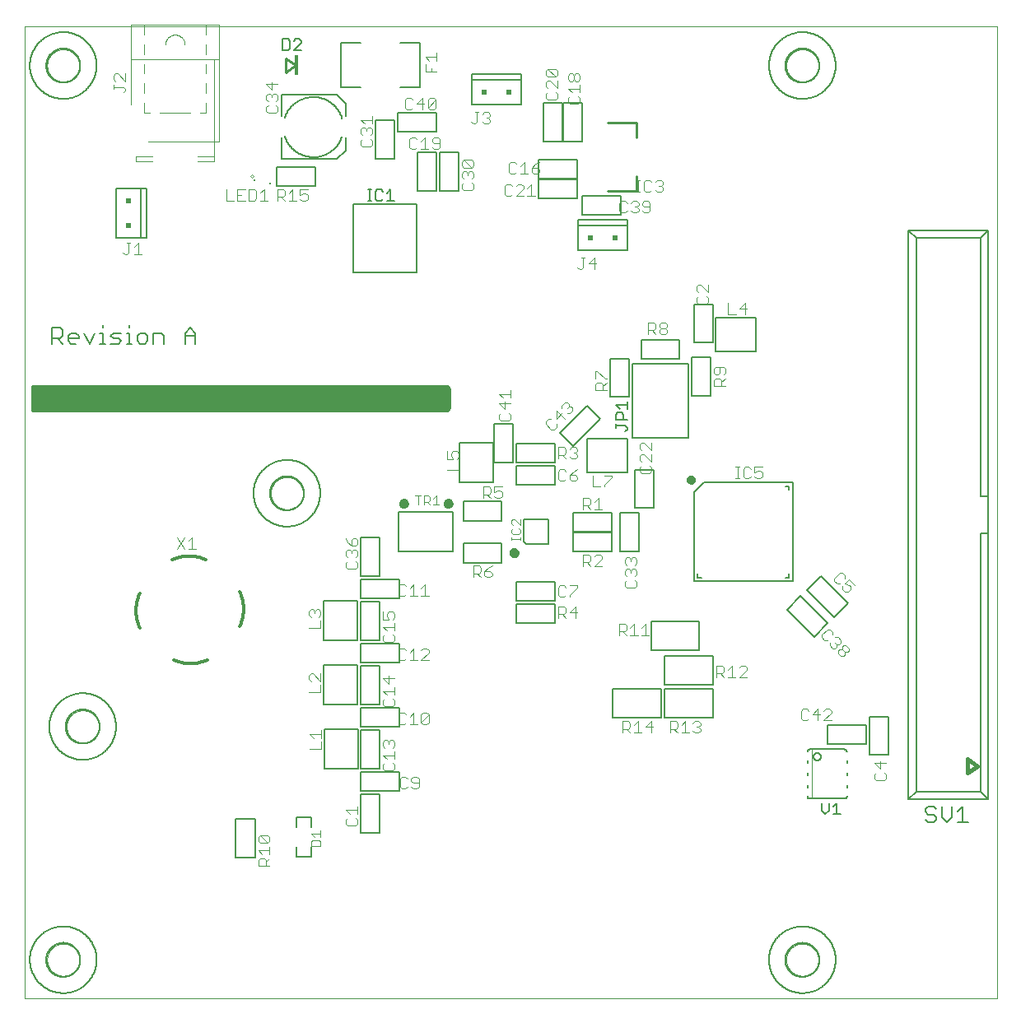
<source format=gto>
G75*
%MOIN*%
%OFA0B0*%
%FSLAX25Y25*%
%IPPOS*%
%LPD*%
%AMOC8*
5,1,8,0,0,1.08239X$1,22.5*
%
%ADD10C,0.00000*%
%ADD11C,0.00600*%
%ADD12C,0.01000*%
%ADD13C,0.00400*%
%ADD14C,0.00500*%
%ADD15C,0.00800*%
%ADD16C,0.00300*%
%ADD17R,0.01181X0.08268*%
%ADD18C,0.02000*%
%ADD19C,0.00394*%
%ADD20C,0.00250*%
%ADD21C,0.00984*%
%ADD22C,0.03000*%
%ADD23C,0.00200*%
%ADD24C,0.01200*%
%ADD25C,0.01600*%
%ADD26R,0.02000X0.02000*%
D10*
X0008500Y0005500D02*
X0008500Y0399201D01*
X0402201Y0399201D01*
X0402201Y0005500D01*
X0008500Y0005500D01*
X0017752Y0021248D02*
X0017754Y0021409D01*
X0017760Y0021569D01*
X0017770Y0021730D01*
X0017784Y0021890D01*
X0017802Y0022049D01*
X0017823Y0022209D01*
X0017849Y0022367D01*
X0017879Y0022525D01*
X0017912Y0022682D01*
X0017950Y0022839D01*
X0017991Y0022994D01*
X0018036Y0023148D01*
X0018085Y0023301D01*
X0018138Y0023453D01*
X0018194Y0023603D01*
X0018254Y0023752D01*
X0018318Y0023900D01*
X0018385Y0024046D01*
X0018456Y0024190D01*
X0018531Y0024332D01*
X0018609Y0024473D01*
X0018690Y0024611D01*
X0018775Y0024748D01*
X0018864Y0024882D01*
X0018955Y0025014D01*
X0019050Y0025144D01*
X0019148Y0025271D01*
X0019249Y0025396D01*
X0019353Y0025519D01*
X0019460Y0025638D01*
X0019570Y0025755D01*
X0019683Y0025870D01*
X0019799Y0025981D01*
X0019917Y0026090D01*
X0020038Y0026195D01*
X0020162Y0026298D01*
X0020288Y0026398D01*
X0020417Y0026494D01*
X0020548Y0026587D01*
X0020681Y0026677D01*
X0020816Y0026764D01*
X0020954Y0026847D01*
X0021093Y0026926D01*
X0021235Y0027003D01*
X0021378Y0027076D01*
X0021523Y0027145D01*
X0021670Y0027210D01*
X0021818Y0027272D01*
X0021968Y0027331D01*
X0022119Y0027385D01*
X0022271Y0027436D01*
X0022425Y0027483D01*
X0022580Y0027526D01*
X0022735Y0027565D01*
X0022892Y0027601D01*
X0023050Y0027633D01*
X0023208Y0027660D01*
X0023367Y0027684D01*
X0023526Y0027704D01*
X0023686Y0027720D01*
X0023847Y0027732D01*
X0024007Y0027740D01*
X0024168Y0027744D01*
X0024328Y0027744D01*
X0024489Y0027740D01*
X0024649Y0027732D01*
X0024810Y0027720D01*
X0024970Y0027704D01*
X0025129Y0027684D01*
X0025288Y0027660D01*
X0025446Y0027633D01*
X0025604Y0027601D01*
X0025761Y0027565D01*
X0025916Y0027526D01*
X0026071Y0027483D01*
X0026225Y0027436D01*
X0026377Y0027385D01*
X0026528Y0027331D01*
X0026678Y0027272D01*
X0026826Y0027210D01*
X0026973Y0027145D01*
X0027118Y0027076D01*
X0027261Y0027003D01*
X0027403Y0026926D01*
X0027542Y0026847D01*
X0027680Y0026764D01*
X0027815Y0026677D01*
X0027948Y0026587D01*
X0028079Y0026494D01*
X0028208Y0026398D01*
X0028334Y0026298D01*
X0028458Y0026195D01*
X0028579Y0026090D01*
X0028697Y0025981D01*
X0028813Y0025870D01*
X0028926Y0025755D01*
X0029036Y0025638D01*
X0029143Y0025519D01*
X0029247Y0025396D01*
X0029348Y0025271D01*
X0029446Y0025144D01*
X0029541Y0025014D01*
X0029632Y0024882D01*
X0029721Y0024748D01*
X0029806Y0024611D01*
X0029887Y0024473D01*
X0029965Y0024332D01*
X0030040Y0024190D01*
X0030111Y0024046D01*
X0030178Y0023900D01*
X0030242Y0023752D01*
X0030302Y0023603D01*
X0030358Y0023453D01*
X0030411Y0023301D01*
X0030460Y0023148D01*
X0030505Y0022994D01*
X0030546Y0022839D01*
X0030584Y0022682D01*
X0030617Y0022525D01*
X0030647Y0022367D01*
X0030673Y0022209D01*
X0030694Y0022049D01*
X0030712Y0021890D01*
X0030726Y0021730D01*
X0030736Y0021569D01*
X0030742Y0021409D01*
X0030744Y0021248D01*
X0030742Y0021087D01*
X0030736Y0020927D01*
X0030726Y0020766D01*
X0030712Y0020606D01*
X0030694Y0020447D01*
X0030673Y0020287D01*
X0030647Y0020129D01*
X0030617Y0019971D01*
X0030584Y0019814D01*
X0030546Y0019657D01*
X0030505Y0019502D01*
X0030460Y0019348D01*
X0030411Y0019195D01*
X0030358Y0019043D01*
X0030302Y0018893D01*
X0030242Y0018744D01*
X0030178Y0018596D01*
X0030111Y0018450D01*
X0030040Y0018306D01*
X0029965Y0018164D01*
X0029887Y0018023D01*
X0029806Y0017885D01*
X0029721Y0017748D01*
X0029632Y0017614D01*
X0029541Y0017482D01*
X0029446Y0017352D01*
X0029348Y0017225D01*
X0029247Y0017100D01*
X0029143Y0016977D01*
X0029036Y0016858D01*
X0028926Y0016741D01*
X0028813Y0016626D01*
X0028697Y0016515D01*
X0028579Y0016406D01*
X0028458Y0016301D01*
X0028334Y0016198D01*
X0028208Y0016098D01*
X0028079Y0016002D01*
X0027948Y0015909D01*
X0027815Y0015819D01*
X0027680Y0015732D01*
X0027542Y0015649D01*
X0027403Y0015570D01*
X0027261Y0015493D01*
X0027118Y0015420D01*
X0026973Y0015351D01*
X0026826Y0015286D01*
X0026678Y0015224D01*
X0026528Y0015165D01*
X0026377Y0015111D01*
X0026225Y0015060D01*
X0026071Y0015013D01*
X0025916Y0014970D01*
X0025761Y0014931D01*
X0025604Y0014895D01*
X0025446Y0014863D01*
X0025288Y0014836D01*
X0025129Y0014812D01*
X0024970Y0014792D01*
X0024810Y0014776D01*
X0024649Y0014764D01*
X0024489Y0014756D01*
X0024328Y0014752D01*
X0024168Y0014752D01*
X0024007Y0014756D01*
X0023847Y0014764D01*
X0023686Y0014776D01*
X0023526Y0014792D01*
X0023367Y0014812D01*
X0023208Y0014836D01*
X0023050Y0014863D01*
X0022892Y0014895D01*
X0022735Y0014931D01*
X0022580Y0014970D01*
X0022425Y0015013D01*
X0022271Y0015060D01*
X0022119Y0015111D01*
X0021968Y0015165D01*
X0021818Y0015224D01*
X0021670Y0015286D01*
X0021523Y0015351D01*
X0021378Y0015420D01*
X0021235Y0015493D01*
X0021093Y0015570D01*
X0020954Y0015649D01*
X0020816Y0015732D01*
X0020681Y0015819D01*
X0020548Y0015909D01*
X0020417Y0016002D01*
X0020288Y0016098D01*
X0020162Y0016198D01*
X0020038Y0016301D01*
X0019917Y0016406D01*
X0019799Y0016515D01*
X0019683Y0016626D01*
X0019570Y0016741D01*
X0019460Y0016858D01*
X0019353Y0016977D01*
X0019249Y0017100D01*
X0019148Y0017225D01*
X0019050Y0017352D01*
X0018955Y0017482D01*
X0018864Y0017614D01*
X0018775Y0017748D01*
X0018690Y0017885D01*
X0018609Y0018023D01*
X0018531Y0018164D01*
X0018456Y0018306D01*
X0018385Y0018450D01*
X0018318Y0018596D01*
X0018254Y0018744D01*
X0018194Y0018893D01*
X0018138Y0019043D01*
X0018085Y0019195D01*
X0018036Y0019348D01*
X0017991Y0019502D01*
X0017950Y0019657D01*
X0017912Y0019814D01*
X0017879Y0019971D01*
X0017849Y0020129D01*
X0017823Y0020287D01*
X0017802Y0020447D01*
X0017784Y0020606D01*
X0017770Y0020766D01*
X0017760Y0020927D01*
X0017754Y0021087D01*
X0017752Y0021248D01*
X0025626Y0115736D02*
X0025628Y0115897D01*
X0025634Y0116057D01*
X0025644Y0116218D01*
X0025658Y0116378D01*
X0025676Y0116537D01*
X0025697Y0116697D01*
X0025723Y0116855D01*
X0025753Y0117013D01*
X0025786Y0117170D01*
X0025824Y0117327D01*
X0025865Y0117482D01*
X0025910Y0117636D01*
X0025959Y0117789D01*
X0026012Y0117941D01*
X0026068Y0118091D01*
X0026128Y0118240D01*
X0026192Y0118388D01*
X0026259Y0118534D01*
X0026330Y0118678D01*
X0026405Y0118820D01*
X0026483Y0118961D01*
X0026564Y0119099D01*
X0026649Y0119236D01*
X0026738Y0119370D01*
X0026829Y0119502D01*
X0026924Y0119632D01*
X0027022Y0119759D01*
X0027123Y0119884D01*
X0027227Y0120007D01*
X0027334Y0120126D01*
X0027444Y0120243D01*
X0027557Y0120358D01*
X0027673Y0120469D01*
X0027791Y0120578D01*
X0027912Y0120683D01*
X0028036Y0120786D01*
X0028162Y0120886D01*
X0028291Y0120982D01*
X0028422Y0121075D01*
X0028555Y0121165D01*
X0028690Y0121252D01*
X0028828Y0121335D01*
X0028967Y0121414D01*
X0029109Y0121491D01*
X0029252Y0121564D01*
X0029397Y0121633D01*
X0029544Y0121698D01*
X0029692Y0121760D01*
X0029842Y0121819D01*
X0029993Y0121873D01*
X0030145Y0121924D01*
X0030299Y0121971D01*
X0030454Y0122014D01*
X0030609Y0122053D01*
X0030766Y0122089D01*
X0030924Y0122121D01*
X0031082Y0122148D01*
X0031241Y0122172D01*
X0031400Y0122192D01*
X0031560Y0122208D01*
X0031721Y0122220D01*
X0031881Y0122228D01*
X0032042Y0122232D01*
X0032202Y0122232D01*
X0032363Y0122228D01*
X0032523Y0122220D01*
X0032684Y0122208D01*
X0032844Y0122192D01*
X0033003Y0122172D01*
X0033162Y0122148D01*
X0033320Y0122121D01*
X0033478Y0122089D01*
X0033635Y0122053D01*
X0033790Y0122014D01*
X0033945Y0121971D01*
X0034099Y0121924D01*
X0034251Y0121873D01*
X0034402Y0121819D01*
X0034552Y0121760D01*
X0034700Y0121698D01*
X0034847Y0121633D01*
X0034992Y0121564D01*
X0035135Y0121491D01*
X0035277Y0121414D01*
X0035416Y0121335D01*
X0035554Y0121252D01*
X0035689Y0121165D01*
X0035822Y0121075D01*
X0035953Y0120982D01*
X0036082Y0120886D01*
X0036208Y0120786D01*
X0036332Y0120683D01*
X0036453Y0120578D01*
X0036571Y0120469D01*
X0036687Y0120358D01*
X0036800Y0120243D01*
X0036910Y0120126D01*
X0037017Y0120007D01*
X0037121Y0119884D01*
X0037222Y0119759D01*
X0037320Y0119632D01*
X0037415Y0119502D01*
X0037506Y0119370D01*
X0037595Y0119236D01*
X0037680Y0119099D01*
X0037761Y0118961D01*
X0037839Y0118820D01*
X0037914Y0118678D01*
X0037985Y0118534D01*
X0038052Y0118388D01*
X0038116Y0118240D01*
X0038176Y0118091D01*
X0038232Y0117941D01*
X0038285Y0117789D01*
X0038334Y0117636D01*
X0038379Y0117482D01*
X0038420Y0117327D01*
X0038458Y0117170D01*
X0038491Y0117013D01*
X0038521Y0116855D01*
X0038547Y0116697D01*
X0038568Y0116537D01*
X0038586Y0116378D01*
X0038600Y0116218D01*
X0038610Y0116057D01*
X0038616Y0115897D01*
X0038618Y0115736D01*
X0038616Y0115575D01*
X0038610Y0115415D01*
X0038600Y0115254D01*
X0038586Y0115094D01*
X0038568Y0114935D01*
X0038547Y0114775D01*
X0038521Y0114617D01*
X0038491Y0114459D01*
X0038458Y0114302D01*
X0038420Y0114145D01*
X0038379Y0113990D01*
X0038334Y0113836D01*
X0038285Y0113683D01*
X0038232Y0113531D01*
X0038176Y0113381D01*
X0038116Y0113232D01*
X0038052Y0113084D01*
X0037985Y0112938D01*
X0037914Y0112794D01*
X0037839Y0112652D01*
X0037761Y0112511D01*
X0037680Y0112373D01*
X0037595Y0112236D01*
X0037506Y0112102D01*
X0037415Y0111970D01*
X0037320Y0111840D01*
X0037222Y0111713D01*
X0037121Y0111588D01*
X0037017Y0111465D01*
X0036910Y0111346D01*
X0036800Y0111229D01*
X0036687Y0111114D01*
X0036571Y0111003D01*
X0036453Y0110894D01*
X0036332Y0110789D01*
X0036208Y0110686D01*
X0036082Y0110586D01*
X0035953Y0110490D01*
X0035822Y0110397D01*
X0035689Y0110307D01*
X0035554Y0110220D01*
X0035416Y0110137D01*
X0035277Y0110058D01*
X0035135Y0109981D01*
X0034992Y0109908D01*
X0034847Y0109839D01*
X0034700Y0109774D01*
X0034552Y0109712D01*
X0034402Y0109653D01*
X0034251Y0109599D01*
X0034099Y0109548D01*
X0033945Y0109501D01*
X0033790Y0109458D01*
X0033635Y0109419D01*
X0033478Y0109383D01*
X0033320Y0109351D01*
X0033162Y0109324D01*
X0033003Y0109300D01*
X0032844Y0109280D01*
X0032684Y0109264D01*
X0032523Y0109252D01*
X0032363Y0109244D01*
X0032202Y0109240D01*
X0032042Y0109240D01*
X0031881Y0109244D01*
X0031721Y0109252D01*
X0031560Y0109264D01*
X0031400Y0109280D01*
X0031241Y0109300D01*
X0031082Y0109324D01*
X0030924Y0109351D01*
X0030766Y0109383D01*
X0030609Y0109419D01*
X0030454Y0109458D01*
X0030299Y0109501D01*
X0030145Y0109548D01*
X0029993Y0109599D01*
X0029842Y0109653D01*
X0029692Y0109712D01*
X0029544Y0109774D01*
X0029397Y0109839D01*
X0029252Y0109908D01*
X0029109Y0109981D01*
X0028967Y0110058D01*
X0028828Y0110137D01*
X0028690Y0110220D01*
X0028555Y0110307D01*
X0028422Y0110397D01*
X0028291Y0110490D01*
X0028162Y0110586D01*
X0028036Y0110686D01*
X0027912Y0110789D01*
X0027791Y0110894D01*
X0027673Y0111003D01*
X0027557Y0111114D01*
X0027444Y0111229D01*
X0027334Y0111346D01*
X0027227Y0111465D01*
X0027123Y0111588D01*
X0027022Y0111713D01*
X0026924Y0111840D01*
X0026829Y0111970D01*
X0026738Y0112102D01*
X0026649Y0112236D01*
X0026564Y0112373D01*
X0026483Y0112511D01*
X0026405Y0112652D01*
X0026330Y0112794D01*
X0026259Y0112938D01*
X0026192Y0113084D01*
X0026128Y0113232D01*
X0026068Y0113381D01*
X0026012Y0113531D01*
X0025959Y0113683D01*
X0025910Y0113836D01*
X0025865Y0113990D01*
X0025824Y0114145D01*
X0025786Y0114302D01*
X0025753Y0114459D01*
X0025723Y0114617D01*
X0025697Y0114775D01*
X0025676Y0114935D01*
X0025658Y0115094D01*
X0025644Y0115254D01*
X0025634Y0115415D01*
X0025628Y0115575D01*
X0025626Y0115736D01*
X0108303Y0210224D02*
X0108305Y0210385D01*
X0108311Y0210545D01*
X0108321Y0210706D01*
X0108335Y0210866D01*
X0108353Y0211025D01*
X0108374Y0211185D01*
X0108400Y0211343D01*
X0108430Y0211501D01*
X0108463Y0211658D01*
X0108501Y0211815D01*
X0108542Y0211970D01*
X0108587Y0212124D01*
X0108636Y0212277D01*
X0108689Y0212429D01*
X0108745Y0212579D01*
X0108805Y0212728D01*
X0108869Y0212876D01*
X0108936Y0213022D01*
X0109007Y0213166D01*
X0109082Y0213308D01*
X0109160Y0213449D01*
X0109241Y0213587D01*
X0109326Y0213724D01*
X0109415Y0213858D01*
X0109506Y0213990D01*
X0109601Y0214120D01*
X0109699Y0214247D01*
X0109800Y0214372D01*
X0109904Y0214495D01*
X0110011Y0214614D01*
X0110121Y0214731D01*
X0110234Y0214846D01*
X0110350Y0214957D01*
X0110468Y0215066D01*
X0110589Y0215171D01*
X0110713Y0215274D01*
X0110839Y0215374D01*
X0110968Y0215470D01*
X0111099Y0215563D01*
X0111232Y0215653D01*
X0111367Y0215740D01*
X0111505Y0215823D01*
X0111644Y0215902D01*
X0111786Y0215979D01*
X0111929Y0216052D01*
X0112074Y0216121D01*
X0112221Y0216186D01*
X0112369Y0216248D01*
X0112519Y0216307D01*
X0112670Y0216361D01*
X0112822Y0216412D01*
X0112976Y0216459D01*
X0113131Y0216502D01*
X0113286Y0216541D01*
X0113443Y0216577D01*
X0113601Y0216609D01*
X0113759Y0216636D01*
X0113918Y0216660D01*
X0114077Y0216680D01*
X0114237Y0216696D01*
X0114398Y0216708D01*
X0114558Y0216716D01*
X0114719Y0216720D01*
X0114879Y0216720D01*
X0115040Y0216716D01*
X0115200Y0216708D01*
X0115361Y0216696D01*
X0115521Y0216680D01*
X0115680Y0216660D01*
X0115839Y0216636D01*
X0115997Y0216609D01*
X0116155Y0216577D01*
X0116312Y0216541D01*
X0116467Y0216502D01*
X0116622Y0216459D01*
X0116776Y0216412D01*
X0116928Y0216361D01*
X0117079Y0216307D01*
X0117229Y0216248D01*
X0117377Y0216186D01*
X0117524Y0216121D01*
X0117669Y0216052D01*
X0117812Y0215979D01*
X0117954Y0215902D01*
X0118093Y0215823D01*
X0118231Y0215740D01*
X0118366Y0215653D01*
X0118499Y0215563D01*
X0118630Y0215470D01*
X0118759Y0215374D01*
X0118885Y0215274D01*
X0119009Y0215171D01*
X0119130Y0215066D01*
X0119248Y0214957D01*
X0119364Y0214846D01*
X0119477Y0214731D01*
X0119587Y0214614D01*
X0119694Y0214495D01*
X0119798Y0214372D01*
X0119899Y0214247D01*
X0119997Y0214120D01*
X0120092Y0213990D01*
X0120183Y0213858D01*
X0120272Y0213724D01*
X0120357Y0213587D01*
X0120438Y0213449D01*
X0120516Y0213308D01*
X0120591Y0213166D01*
X0120662Y0213022D01*
X0120729Y0212876D01*
X0120793Y0212728D01*
X0120853Y0212579D01*
X0120909Y0212429D01*
X0120962Y0212277D01*
X0121011Y0212124D01*
X0121056Y0211970D01*
X0121097Y0211815D01*
X0121135Y0211658D01*
X0121168Y0211501D01*
X0121198Y0211343D01*
X0121224Y0211185D01*
X0121245Y0211025D01*
X0121263Y0210866D01*
X0121277Y0210706D01*
X0121287Y0210545D01*
X0121293Y0210385D01*
X0121295Y0210224D01*
X0121293Y0210063D01*
X0121287Y0209903D01*
X0121277Y0209742D01*
X0121263Y0209582D01*
X0121245Y0209423D01*
X0121224Y0209263D01*
X0121198Y0209105D01*
X0121168Y0208947D01*
X0121135Y0208790D01*
X0121097Y0208633D01*
X0121056Y0208478D01*
X0121011Y0208324D01*
X0120962Y0208171D01*
X0120909Y0208019D01*
X0120853Y0207869D01*
X0120793Y0207720D01*
X0120729Y0207572D01*
X0120662Y0207426D01*
X0120591Y0207282D01*
X0120516Y0207140D01*
X0120438Y0206999D01*
X0120357Y0206861D01*
X0120272Y0206724D01*
X0120183Y0206590D01*
X0120092Y0206458D01*
X0119997Y0206328D01*
X0119899Y0206201D01*
X0119798Y0206076D01*
X0119694Y0205953D01*
X0119587Y0205834D01*
X0119477Y0205717D01*
X0119364Y0205602D01*
X0119248Y0205491D01*
X0119130Y0205382D01*
X0119009Y0205277D01*
X0118885Y0205174D01*
X0118759Y0205074D01*
X0118630Y0204978D01*
X0118499Y0204885D01*
X0118366Y0204795D01*
X0118231Y0204708D01*
X0118093Y0204625D01*
X0117954Y0204546D01*
X0117812Y0204469D01*
X0117669Y0204396D01*
X0117524Y0204327D01*
X0117377Y0204262D01*
X0117229Y0204200D01*
X0117079Y0204141D01*
X0116928Y0204087D01*
X0116776Y0204036D01*
X0116622Y0203989D01*
X0116467Y0203946D01*
X0116312Y0203907D01*
X0116155Y0203871D01*
X0115997Y0203839D01*
X0115839Y0203812D01*
X0115680Y0203788D01*
X0115521Y0203768D01*
X0115361Y0203752D01*
X0115200Y0203740D01*
X0115040Y0203732D01*
X0114879Y0203728D01*
X0114719Y0203728D01*
X0114558Y0203732D01*
X0114398Y0203740D01*
X0114237Y0203752D01*
X0114077Y0203768D01*
X0113918Y0203788D01*
X0113759Y0203812D01*
X0113601Y0203839D01*
X0113443Y0203871D01*
X0113286Y0203907D01*
X0113131Y0203946D01*
X0112976Y0203989D01*
X0112822Y0204036D01*
X0112670Y0204087D01*
X0112519Y0204141D01*
X0112369Y0204200D01*
X0112221Y0204262D01*
X0112074Y0204327D01*
X0111929Y0204396D01*
X0111786Y0204469D01*
X0111644Y0204546D01*
X0111505Y0204625D01*
X0111367Y0204708D01*
X0111232Y0204795D01*
X0111099Y0204885D01*
X0110968Y0204978D01*
X0110839Y0205074D01*
X0110713Y0205174D01*
X0110589Y0205277D01*
X0110468Y0205382D01*
X0110350Y0205491D01*
X0110234Y0205602D01*
X0110121Y0205717D01*
X0110011Y0205834D01*
X0109904Y0205953D01*
X0109800Y0206076D01*
X0109699Y0206201D01*
X0109601Y0206328D01*
X0109506Y0206458D01*
X0109415Y0206590D01*
X0109326Y0206724D01*
X0109241Y0206861D01*
X0109160Y0206999D01*
X0109082Y0207140D01*
X0109007Y0207282D01*
X0108936Y0207426D01*
X0108869Y0207572D01*
X0108805Y0207720D01*
X0108745Y0207869D01*
X0108689Y0208019D01*
X0108636Y0208171D01*
X0108587Y0208324D01*
X0108542Y0208478D01*
X0108501Y0208633D01*
X0108463Y0208790D01*
X0108430Y0208947D01*
X0108400Y0209105D01*
X0108374Y0209263D01*
X0108353Y0209423D01*
X0108335Y0209582D01*
X0108321Y0209742D01*
X0108311Y0209903D01*
X0108305Y0210063D01*
X0108303Y0210224D01*
X0017752Y0383453D02*
X0017754Y0383614D01*
X0017760Y0383774D01*
X0017770Y0383935D01*
X0017784Y0384095D01*
X0017802Y0384254D01*
X0017823Y0384414D01*
X0017849Y0384572D01*
X0017879Y0384730D01*
X0017912Y0384887D01*
X0017950Y0385044D01*
X0017991Y0385199D01*
X0018036Y0385353D01*
X0018085Y0385506D01*
X0018138Y0385658D01*
X0018194Y0385808D01*
X0018254Y0385957D01*
X0018318Y0386105D01*
X0018385Y0386251D01*
X0018456Y0386395D01*
X0018531Y0386537D01*
X0018609Y0386678D01*
X0018690Y0386816D01*
X0018775Y0386953D01*
X0018864Y0387087D01*
X0018955Y0387219D01*
X0019050Y0387349D01*
X0019148Y0387476D01*
X0019249Y0387601D01*
X0019353Y0387724D01*
X0019460Y0387843D01*
X0019570Y0387960D01*
X0019683Y0388075D01*
X0019799Y0388186D01*
X0019917Y0388295D01*
X0020038Y0388400D01*
X0020162Y0388503D01*
X0020288Y0388603D01*
X0020417Y0388699D01*
X0020548Y0388792D01*
X0020681Y0388882D01*
X0020816Y0388969D01*
X0020954Y0389052D01*
X0021093Y0389131D01*
X0021235Y0389208D01*
X0021378Y0389281D01*
X0021523Y0389350D01*
X0021670Y0389415D01*
X0021818Y0389477D01*
X0021968Y0389536D01*
X0022119Y0389590D01*
X0022271Y0389641D01*
X0022425Y0389688D01*
X0022580Y0389731D01*
X0022735Y0389770D01*
X0022892Y0389806D01*
X0023050Y0389838D01*
X0023208Y0389865D01*
X0023367Y0389889D01*
X0023526Y0389909D01*
X0023686Y0389925D01*
X0023847Y0389937D01*
X0024007Y0389945D01*
X0024168Y0389949D01*
X0024328Y0389949D01*
X0024489Y0389945D01*
X0024649Y0389937D01*
X0024810Y0389925D01*
X0024970Y0389909D01*
X0025129Y0389889D01*
X0025288Y0389865D01*
X0025446Y0389838D01*
X0025604Y0389806D01*
X0025761Y0389770D01*
X0025916Y0389731D01*
X0026071Y0389688D01*
X0026225Y0389641D01*
X0026377Y0389590D01*
X0026528Y0389536D01*
X0026678Y0389477D01*
X0026826Y0389415D01*
X0026973Y0389350D01*
X0027118Y0389281D01*
X0027261Y0389208D01*
X0027403Y0389131D01*
X0027542Y0389052D01*
X0027680Y0388969D01*
X0027815Y0388882D01*
X0027948Y0388792D01*
X0028079Y0388699D01*
X0028208Y0388603D01*
X0028334Y0388503D01*
X0028458Y0388400D01*
X0028579Y0388295D01*
X0028697Y0388186D01*
X0028813Y0388075D01*
X0028926Y0387960D01*
X0029036Y0387843D01*
X0029143Y0387724D01*
X0029247Y0387601D01*
X0029348Y0387476D01*
X0029446Y0387349D01*
X0029541Y0387219D01*
X0029632Y0387087D01*
X0029721Y0386953D01*
X0029806Y0386816D01*
X0029887Y0386678D01*
X0029965Y0386537D01*
X0030040Y0386395D01*
X0030111Y0386251D01*
X0030178Y0386105D01*
X0030242Y0385957D01*
X0030302Y0385808D01*
X0030358Y0385658D01*
X0030411Y0385506D01*
X0030460Y0385353D01*
X0030505Y0385199D01*
X0030546Y0385044D01*
X0030584Y0384887D01*
X0030617Y0384730D01*
X0030647Y0384572D01*
X0030673Y0384414D01*
X0030694Y0384254D01*
X0030712Y0384095D01*
X0030726Y0383935D01*
X0030736Y0383774D01*
X0030742Y0383614D01*
X0030744Y0383453D01*
X0030742Y0383292D01*
X0030736Y0383132D01*
X0030726Y0382971D01*
X0030712Y0382811D01*
X0030694Y0382652D01*
X0030673Y0382492D01*
X0030647Y0382334D01*
X0030617Y0382176D01*
X0030584Y0382019D01*
X0030546Y0381862D01*
X0030505Y0381707D01*
X0030460Y0381553D01*
X0030411Y0381400D01*
X0030358Y0381248D01*
X0030302Y0381098D01*
X0030242Y0380949D01*
X0030178Y0380801D01*
X0030111Y0380655D01*
X0030040Y0380511D01*
X0029965Y0380369D01*
X0029887Y0380228D01*
X0029806Y0380090D01*
X0029721Y0379953D01*
X0029632Y0379819D01*
X0029541Y0379687D01*
X0029446Y0379557D01*
X0029348Y0379430D01*
X0029247Y0379305D01*
X0029143Y0379182D01*
X0029036Y0379063D01*
X0028926Y0378946D01*
X0028813Y0378831D01*
X0028697Y0378720D01*
X0028579Y0378611D01*
X0028458Y0378506D01*
X0028334Y0378403D01*
X0028208Y0378303D01*
X0028079Y0378207D01*
X0027948Y0378114D01*
X0027815Y0378024D01*
X0027680Y0377937D01*
X0027542Y0377854D01*
X0027403Y0377775D01*
X0027261Y0377698D01*
X0027118Y0377625D01*
X0026973Y0377556D01*
X0026826Y0377491D01*
X0026678Y0377429D01*
X0026528Y0377370D01*
X0026377Y0377316D01*
X0026225Y0377265D01*
X0026071Y0377218D01*
X0025916Y0377175D01*
X0025761Y0377136D01*
X0025604Y0377100D01*
X0025446Y0377068D01*
X0025288Y0377041D01*
X0025129Y0377017D01*
X0024970Y0376997D01*
X0024810Y0376981D01*
X0024649Y0376969D01*
X0024489Y0376961D01*
X0024328Y0376957D01*
X0024168Y0376957D01*
X0024007Y0376961D01*
X0023847Y0376969D01*
X0023686Y0376981D01*
X0023526Y0376997D01*
X0023367Y0377017D01*
X0023208Y0377041D01*
X0023050Y0377068D01*
X0022892Y0377100D01*
X0022735Y0377136D01*
X0022580Y0377175D01*
X0022425Y0377218D01*
X0022271Y0377265D01*
X0022119Y0377316D01*
X0021968Y0377370D01*
X0021818Y0377429D01*
X0021670Y0377491D01*
X0021523Y0377556D01*
X0021378Y0377625D01*
X0021235Y0377698D01*
X0021093Y0377775D01*
X0020954Y0377854D01*
X0020816Y0377937D01*
X0020681Y0378024D01*
X0020548Y0378114D01*
X0020417Y0378207D01*
X0020288Y0378303D01*
X0020162Y0378403D01*
X0020038Y0378506D01*
X0019917Y0378611D01*
X0019799Y0378720D01*
X0019683Y0378831D01*
X0019570Y0378946D01*
X0019460Y0379063D01*
X0019353Y0379182D01*
X0019249Y0379305D01*
X0019148Y0379430D01*
X0019050Y0379557D01*
X0018955Y0379687D01*
X0018864Y0379819D01*
X0018775Y0379953D01*
X0018690Y0380090D01*
X0018609Y0380228D01*
X0018531Y0380369D01*
X0018456Y0380511D01*
X0018385Y0380655D01*
X0018318Y0380801D01*
X0018254Y0380949D01*
X0018194Y0381098D01*
X0018138Y0381248D01*
X0018085Y0381400D01*
X0018036Y0381553D01*
X0017991Y0381707D01*
X0017950Y0381862D01*
X0017912Y0382019D01*
X0017879Y0382176D01*
X0017849Y0382334D01*
X0017823Y0382492D01*
X0017802Y0382652D01*
X0017784Y0382811D01*
X0017770Y0382971D01*
X0017760Y0383132D01*
X0017754Y0383292D01*
X0017752Y0383453D01*
X0316965Y0383453D02*
X0316967Y0383614D01*
X0316973Y0383774D01*
X0316983Y0383935D01*
X0316997Y0384095D01*
X0317015Y0384254D01*
X0317036Y0384414D01*
X0317062Y0384572D01*
X0317092Y0384730D01*
X0317125Y0384887D01*
X0317163Y0385044D01*
X0317204Y0385199D01*
X0317249Y0385353D01*
X0317298Y0385506D01*
X0317351Y0385658D01*
X0317407Y0385808D01*
X0317467Y0385957D01*
X0317531Y0386105D01*
X0317598Y0386251D01*
X0317669Y0386395D01*
X0317744Y0386537D01*
X0317822Y0386678D01*
X0317903Y0386816D01*
X0317988Y0386953D01*
X0318077Y0387087D01*
X0318168Y0387219D01*
X0318263Y0387349D01*
X0318361Y0387476D01*
X0318462Y0387601D01*
X0318566Y0387724D01*
X0318673Y0387843D01*
X0318783Y0387960D01*
X0318896Y0388075D01*
X0319012Y0388186D01*
X0319130Y0388295D01*
X0319251Y0388400D01*
X0319375Y0388503D01*
X0319501Y0388603D01*
X0319630Y0388699D01*
X0319761Y0388792D01*
X0319894Y0388882D01*
X0320029Y0388969D01*
X0320167Y0389052D01*
X0320306Y0389131D01*
X0320448Y0389208D01*
X0320591Y0389281D01*
X0320736Y0389350D01*
X0320883Y0389415D01*
X0321031Y0389477D01*
X0321181Y0389536D01*
X0321332Y0389590D01*
X0321484Y0389641D01*
X0321638Y0389688D01*
X0321793Y0389731D01*
X0321948Y0389770D01*
X0322105Y0389806D01*
X0322263Y0389838D01*
X0322421Y0389865D01*
X0322580Y0389889D01*
X0322739Y0389909D01*
X0322899Y0389925D01*
X0323060Y0389937D01*
X0323220Y0389945D01*
X0323381Y0389949D01*
X0323541Y0389949D01*
X0323702Y0389945D01*
X0323862Y0389937D01*
X0324023Y0389925D01*
X0324183Y0389909D01*
X0324342Y0389889D01*
X0324501Y0389865D01*
X0324659Y0389838D01*
X0324817Y0389806D01*
X0324974Y0389770D01*
X0325129Y0389731D01*
X0325284Y0389688D01*
X0325438Y0389641D01*
X0325590Y0389590D01*
X0325741Y0389536D01*
X0325891Y0389477D01*
X0326039Y0389415D01*
X0326186Y0389350D01*
X0326331Y0389281D01*
X0326474Y0389208D01*
X0326616Y0389131D01*
X0326755Y0389052D01*
X0326893Y0388969D01*
X0327028Y0388882D01*
X0327161Y0388792D01*
X0327292Y0388699D01*
X0327421Y0388603D01*
X0327547Y0388503D01*
X0327671Y0388400D01*
X0327792Y0388295D01*
X0327910Y0388186D01*
X0328026Y0388075D01*
X0328139Y0387960D01*
X0328249Y0387843D01*
X0328356Y0387724D01*
X0328460Y0387601D01*
X0328561Y0387476D01*
X0328659Y0387349D01*
X0328754Y0387219D01*
X0328845Y0387087D01*
X0328934Y0386953D01*
X0329019Y0386816D01*
X0329100Y0386678D01*
X0329178Y0386537D01*
X0329253Y0386395D01*
X0329324Y0386251D01*
X0329391Y0386105D01*
X0329455Y0385957D01*
X0329515Y0385808D01*
X0329571Y0385658D01*
X0329624Y0385506D01*
X0329673Y0385353D01*
X0329718Y0385199D01*
X0329759Y0385044D01*
X0329797Y0384887D01*
X0329830Y0384730D01*
X0329860Y0384572D01*
X0329886Y0384414D01*
X0329907Y0384254D01*
X0329925Y0384095D01*
X0329939Y0383935D01*
X0329949Y0383774D01*
X0329955Y0383614D01*
X0329957Y0383453D01*
X0329955Y0383292D01*
X0329949Y0383132D01*
X0329939Y0382971D01*
X0329925Y0382811D01*
X0329907Y0382652D01*
X0329886Y0382492D01*
X0329860Y0382334D01*
X0329830Y0382176D01*
X0329797Y0382019D01*
X0329759Y0381862D01*
X0329718Y0381707D01*
X0329673Y0381553D01*
X0329624Y0381400D01*
X0329571Y0381248D01*
X0329515Y0381098D01*
X0329455Y0380949D01*
X0329391Y0380801D01*
X0329324Y0380655D01*
X0329253Y0380511D01*
X0329178Y0380369D01*
X0329100Y0380228D01*
X0329019Y0380090D01*
X0328934Y0379953D01*
X0328845Y0379819D01*
X0328754Y0379687D01*
X0328659Y0379557D01*
X0328561Y0379430D01*
X0328460Y0379305D01*
X0328356Y0379182D01*
X0328249Y0379063D01*
X0328139Y0378946D01*
X0328026Y0378831D01*
X0327910Y0378720D01*
X0327792Y0378611D01*
X0327671Y0378506D01*
X0327547Y0378403D01*
X0327421Y0378303D01*
X0327292Y0378207D01*
X0327161Y0378114D01*
X0327028Y0378024D01*
X0326893Y0377937D01*
X0326755Y0377854D01*
X0326616Y0377775D01*
X0326474Y0377698D01*
X0326331Y0377625D01*
X0326186Y0377556D01*
X0326039Y0377491D01*
X0325891Y0377429D01*
X0325741Y0377370D01*
X0325590Y0377316D01*
X0325438Y0377265D01*
X0325284Y0377218D01*
X0325129Y0377175D01*
X0324974Y0377136D01*
X0324817Y0377100D01*
X0324659Y0377068D01*
X0324501Y0377041D01*
X0324342Y0377017D01*
X0324183Y0376997D01*
X0324023Y0376981D01*
X0323862Y0376969D01*
X0323702Y0376961D01*
X0323541Y0376957D01*
X0323381Y0376957D01*
X0323220Y0376961D01*
X0323060Y0376969D01*
X0322899Y0376981D01*
X0322739Y0376997D01*
X0322580Y0377017D01*
X0322421Y0377041D01*
X0322263Y0377068D01*
X0322105Y0377100D01*
X0321948Y0377136D01*
X0321793Y0377175D01*
X0321638Y0377218D01*
X0321484Y0377265D01*
X0321332Y0377316D01*
X0321181Y0377370D01*
X0321031Y0377429D01*
X0320883Y0377491D01*
X0320736Y0377556D01*
X0320591Y0377625D01*
X0320448Y0377698D01*
X0320306Y0377775D01*
X0320167Y0377854D01*
X0320029Y0377937D01*
X0319894Y0378024D01*
X0319761Y0378114D01*
X0319630Y0378207D01*
X0319501Y0378303D01*
X0319375Y0378403D01*
X0319251Y0378506D01*
X0319130Y0378611D01*
X0319012Y0378720D01*
X0318896Y0378831D01*
X0318783Y0378946D01*
X0318673Y0379063D01*
X0318566Y0379182D01*
X0318462Y0379305D01*
X0318361Y0379430D01*
X0318263Y0379557D01*
X0318168Y0379687D01*
X0318077Y0379819D01*
X0317988Y0379953D01*
X0317903Y0380090D01*
X0317822Y0380228D01*
X0317744Y0380369D01*
X0317669Y0380511D01*
X0317598Y0380655D01*
X0317531Y0380801D01*
X0317467Y0380949D01*
X0317407Y0381098D01*
X0317351Y0381248D01*
X0317298Y0381400D01*
X0317249Y0381553D01*
X0317204Y0381707D01*
X0317163Y0381862D01*
X0317125Y0382019D01*
X0317092Y0382176D01*
X0317062Y0382334D01*
X0317036Y0382492D01*
X0317015Y0382652D01*
X0316997Y0382811D01*
X0316983Y0382971D01*
X0316973Y0383132D01*
X0316967Y0383292D01*
X0316965Y0383453D01*
X0316965Y0021248D02*
X0316967Y0021409D01*
X0316973Y0021569D01*
X0316983Y0021730D01*
X0316997Y0021890D01*
X0317015Y0022049D01*
X0317036Y0022209D01*
X0317062Y0022367D01*
X0317092Y0022525D01*
X0317125Y0022682D01*
X0317163Y0022839D01*
X0317204Y0022994D01*
X0317249Y0023148D01*
X0317298Y0023301D01*
X0317351Y0023453D01*
X0317407Y0023603D01*
X0317467Y0023752D01*
X0317531Y0023900D01*
X0317598Y0024046D01*
X0317669Y0024190D01*
X0317744Y0024332D01*
X0317822Y0024473D01*
X0317903Y0024611D01*
X0317988Y0024748D01*
X0318077Y0024882D01*
X0318168Y0025014D01*
X0318263Y0025144D01*
X0318361Y0025271D01*
X0318462Y0025396D01*
X0318566Y0025519D01*
X0318673Y0025638D01*
X0318783Y0025755D01*
X0318896Y0025870D01*
X0319012Y0025981D01*
X0319130Y0026090D01*
X0319251Y0026195D01*
X0319375Y0026298D01*
X0319501Y0026398D01*
X0319630Y0026494D01*
X0319761Y0026587D01*
X0319894Y0026677D01*
X0320029Y0026764D01*
X0320167Y0026847D01*
X0320306Y0026926D01*
X0320448Y0027003D01*
X0320591Y0027076D01*
X0320736Y0027145D01*
X0320883Y0027210D01*
X0321031Y0027272D01*
X0321181Y0027331D01*
X0321332Y0027385D01*
X0321484Y0027436D01*
X0321638Y0027483D01*
X0321793Y0027526D01*
X0321948Y0027565D01*
X0322105Y0027601D01*
X0322263Y0027633D01*
X0322421Y0027660D01*
X0322580Y0027684D01*
X0322739Y0027704D01*
X0322899Y0027720D01*
X0323060Y0027732D01*
X0323220Y0027740D01*
X0323381Y0027744D01*
X0323541Y0027744D01*
X0323702Y0027740D01*
X0323862Y0027732D01*
X0324023Y0027720D01*
X0324183Y0027704D01*
X0324342Y0027684D01*
X0324501Y0027660D01*
X0324659Y0027633D01*
X0324817Y0027601D01*
X0324974Y0027565D01*
X0325129Y0027526D01*
X0325284Y0027483D01*
X0325438Y0027436D01*
X0325590Y0027385D01*
X0325741Y0027331D01*
X0325891Y0027272D01*
X0326039Y0027210D01*
X0326186Y0027145D01*
X0326331Y0027076D01*
X0326474Y0027003D01*
X0326616Y0026926D01*
X0326755Y0026847D01*
X0326893Y0026764D01*
X0327028Y0026677D01*
X0327161Y0026587D01*
X0327292Y0026494D01*
X0327421Y0026398D01*
X0327547Y0026298D01*
X0327671Y0026195D01*
X0327792Y0026090D01*
X0327910Y0025981D01*
X0328026Y0025870D01*
X0328139Y0025755D01*
X0328249Y0025638D01*
X0328356Y0025519D01*
X0328460Y0025396D01*
X0328561Y0025271D01*
X0328659Y0025144D01*
X0328754Y0025014D01*
X0328845Y0024882D01*
X0328934Y0024748D01*
X0329019Y0024611D01*
X0329100Y0024473D01*
X0329178Y0024332D01*
X0329253Y0024190D01*
X0329324Y0024046D01*
X0329391Y0023900D01*
X0329455Y0023752D01*
X0329515Y0023603D01*
X0329571Y0023453D01*
X0329624Y0023301D01*
X0329673Y0023148D01*
X0329718Y0022994D01*
X0329759Y0022839D01*
X0329797Y0022682D01*
X0329830Y0022525D01*
X0329860Y0022367D01*
X0329886Y0022209D01*
X0329907Y0022049D01*
X0329925Y0021890D01*
X0329939Y0021730D01*
X0329949Y0021569D01*
X0329955Y0021409D01*
X0329957Y0021248D01*
X0329955Y0021087D01*
X0329949Y0020927D01*
X0329939Y0020766D01*
X0329925Y0020606D01*
X0329907Y0020447D01*
X0329886Y0020287D01*
X0329860Y0020129D01*
X0329830Y0019971D01*
X0329797Y0019814D01*
X0329759Y0019657D01*
X0329718Y0019502D01*
X0329673Y0019348D01*
X0329624Y0019195D01*
X0329571Y0019043D01*
X0329515Y0018893D01*
X0329455Y0018744D01*
X0329391Y0018596D01*
X0329324Y0018450D01*
X0329253Y0018306D01*
X0329178Y0018164D01*
X0329100Y0018023D01*
X0329019Y0017885D01*
X0328934Y0017748D01*
X0328845Y0017614D01*
X0328754Y0017482D01*
X0328659Y0017352D01*
X0328561Y0017225D01*
X0328460Y0017100D01*
X0328356Y0016977D01*
X0328249Y0016858D01*
X0328139Y0016741D01*
X0328026Y0016626D01*
X0327910Y0016515D01*
X0327792Y0016406D01*
X0327671Y0016301D01*
X0327547Y0016198D01*
X0327421Y0016098D01*
X0327292Y0016002D01*
X0327161Y0015909D01*
X0327028Y0015819D01*
X0326893Y0015732D01*
X0326755Y0015649D01*
X0326616Y0015570D01*
X0326474Y0015493D01*
X0326331Y0015420D01*
X0326186Y0015351D01*
X0326039Y0015286D01*
X0325891Y0015224D01*
X0325741Y0015165D01*
X0325590Y0015111D01*
X0325438Y0015060D01*
X0325284Y0015013D01*
X0325129Y0014970D01*
X0324974Y0014931D01*
X0324817Y0014895D01*
X0324659Y0014863D01*
X0324501Y0014836D01*
X0324342Y0014812D01*
X0324183Y0014792D01*
X0324023Y0014776D01*
X0323862Y0014764D01*
X0323702Y0014756D01*
X0323541Y0014752D01*
X0323381Y0014752D01*
X0323220Y0014756D01*
X0323060Y0014764D01*
X0322899Y0014776D01*
X0322739Y0014792D01*
X0322580Y0014812D01*
X0322421Y0014836D01*
X0322263Y0014863D01*
X0322105Y0014895D01*
X0321948Y0014931D01*
X0321793Y0014970D01*
X0321638Y0015013D01*
X0321484Y0015060D01*
X0321332Y0015111D01*
X0321181Y0015165D01*
X0321031Y0015224D01*
X0320883Y0015286D01*
X0320736Y0015351D01*
X0320591Y0015420D01*
X0320448Y0015493D01*
X0320306Y0015570D01*
X0320167Y0015649D01*
X0320029Y0015732D01*
X0319894Y0015819D01*
X0319761Y0015909D01*
X0319630Y0016002D01*
X0319501Y0016098D01*
X0319375Y0016198D01*
X0319251Y0016301D01*
X0319130Y0016406D01*
X0319012Y0016515D01*
X0318896Y0016626D01*
X0318783Y0016741D01*
X0318673Y0016858D01*
X0318566Y0016977D01*
X0318462Y0017100D01*
X0318361Y0017225D01*
X0318263Y0017352D01*
X0318168Y0017482D01*
X0318077Y0017614D01*
X0317988Y0017748D01*
X0317903Y0017885D01*
X0317822Y0018023D01*
X0317744Y0018164D01*
X0317669Y0018306D01*
X0317598Y0018450D01*
X0317531Y0018596D01*
X0317467Y0018744D01*
X0317407Y0018893D01*
X0317351Y0019043D01*
X0317298Y0019195D01*
X0317249Y0019348D01*
X0317204Y0019502D01*
X0317163Y0019657D01*
X0317125Y0019814D01*
X0317092Y0019971D01*
X0317062Y0020129D01*
X0317036Y0020287D01*
X0317015Y0020447D01*
X0316997Y0020606D01*
X0316983Y0020766D01*
X0316973Y0020927D01*
X0316967Y0021087D01*
X0316965Y0021248D01*
D11*
X0309961Y0021248D02*
X0309965Y0021579D01*
X0309977Y0021910D01*
X0309998Y0022241D01*
X0310026Y0022571D01*
X0310063Y0022901D01*
X0310107Y0023229D01*
X0310160Y0023556D01*
X0310220Y0023882D01*
X0310289Y0024206D01*
X0310366Y0024528D01*
X0310450Y0024849D01*
X0310542Y0025167D01*
X0310642Y0025483D01*
X0310750Y0025796D01*
X0310866Y0026107D01*
X0310989Y0026414D01*
X0311119Y0026719D01*
X0311257Y0027020D01*
X0311402Y0027318D01*
X0311555Y0027612D01*
X0311715Y0027902D01*
X0311882Y0028188D01*
X0312055Y0028470D01*
X0312236Y0028748D01*
X0312424Y0029021D01*
X0312618Y0029290D01*
X0312818Y0029554D01*
X0313025Y0029812D01*
X0313239Y0030066D01*
X0313458Y0030314D01*
X0313684Y0030557D01*
X0313915Y0030794D01*
X0314152Y0031025D01*
X0314395Y0031251D01*
X0314643Y0031470D01*
X0314897Y0031684D01*
X0315155Y0031891D01*
X0315419Y0032091D01*
X0315688Y0032285D01*
X0315961Y0032473D01*
X0316239Y0032654D01*
X0316521Y0032827D01*
X0316807Y0032994D01*
X0317097Y0033154D01*
X0317391Y0033307D01*
X0317689Y0033452D01*
X0317990Y0033590D01*
X0318295Y0033720D01*
X0318602Y0033843D01*
X0318913Y0033959D01*
X0319226Y0034067D01*
X0319542Y0034167D01*
X0319860Y0034259D01*
X0320181Y0034343D01*
X0320503Y0034420D01*
X0320827Y0034489D01*
X0321153Y0034549D01*
X0321480Y0034602D01*
X0321808Y0034646D01*
X0322138Y0034683D01*
X0322468Y0034711D01*
X0322799Y0034732D01*
X0323130Y0034744D01*
X0323461Y0034748D01*
X0323792Y0034744D01*
X0324123Y0034732D01*
X0324454Y0034711D01*
X0324784Y0034683D01*
X0325114Y0034646D01*
X0325442Y0034602D01*
X0325769Y0034549D01*
X0326095Y0034489D01*
X0326419Y0034420D01*
X0326741Y0034343D01*
X0327062Y0034259D01*
X0327380Y0034167D01*
X0327696Y0034067D01*
X0328009Y0033959D01*
X0328320Y0033843D01*
X0328627Y0033720D01*
X0328932Y0033590D01*
X0329233Y0033452D01*
X0329531Y0033307D01*
X0329825Y0033154D01*
X0330115Y0032994D01*
X0330401Y0032827D01*
X0330683Y0032654D01*
X0330961Y0032473D01*
X0331234Y0032285D01*
X0331503Y0032091D01*
X0331767Y0031891D01*
X0332025Y0031684D01*
X0332279Y0031470D01*
X0332527Y0031251D01*
X0332770Y0031025D01*
X0333007Y0030794D01*
X0333238Y0030557D01*
X0333464Y0030314D01*
X0333683Y0030066D01*
X0333897Y0029812D01*
X0334104Y0029554D01*
X0334304Y0029290D01*
X0334498Y0029021D01*
X0334686Y0028748D01*
X0334867Y0028470D01*
X0335040Y0028188D01*
X0335207Y0027902D01*
X0335367Y0027612D01*
X0335520Y0027318D01*
X0335665Y0027020D01*
X0335803Y0026719D01*
X0335933Y0026414D01*
X0336056Y0026107D01*
X0336172Y0025796D01*
X0336280Y0025483D01*
X0336380Y0025167D01*
X0336472Y0024849D01*
X0336556Y0024528D01*
X0336633Y0024206D01*
X0336702Y0023882D01*
X0336762Y0023556D01*
X0336815Y0023229D01*
X0336859Y0022901D01*
X0336896Y0022571D01*
X0336924Y0022241D01*
X0336945Y0021910D01*
X0336957Y0021579D01*
X0336961Y0021248D01*
X0336957Y0020917D01*
X0336945Y0020586D01*
X0336924Y0020255D01*
X0336896Y0019925D01*
X0336859Y0019595D01*
X0336815Y0019267D01*
X0336762Y0018940D01*
X0336702Y0018614D01*
X0336633Y0018290D01*
X0336556Y0017968D01*
X0336472Y0017647D01*
X0336380Y0017329D01*
X0336280Y0017013D01*
X0336172Y0016700D01*
X0336056Y0016389D01*
X0335933Y0016082D01*
X0335803Y0015777D01*
X0335665Y0015476D01*
X0335520Y0015178D01*
X0335367Y0014884D01*
X0335207Y0014594D01*
X0335040Y0014308D01*
X0334867Y0014026D01*
X0334686Y0013748D01*
X0334498Y0013475D01*
X0334304Y0013206D01*
X0334104Y0012942D01*
X0333897Y0012684D01*
X0333683Y0012430D01*
X0333464Y0012182D01*
X0333238Y0011939D01*
X0333007Y0011702D01*
X0332770Y0011471D01*
X0332527Y0011245D01*
X0332279Y0011026D01*
X0332025Y0010812D01*
X0331767Y0010605D01*
X0331503Y0010405D01*
X0331234Y0010211D01*
X0330961Y0010023D01*
X0330683Y0009842D01*
X0330401Y0009669D01*
X0330115Y0009502D01*
X0329825Y0009342D01*
X0329531Y0009189D01*
X0329233Y0009044D01*
X0328932Y0008906D01*
X0328627Y0008776D01*
X0328320Y0008653D01*
X0328009Y0008537D01*
X0327696Y0008429D01*
X0327380Y0008329D01*
X0327062Y0008237D01*
X0326741Y0008153D01*
X0326419Y0008076D01*
X0326095Y0008007D01*
X0325769Y0007947D01*
X0325442Y0007894D01*
X0325114Y0007850D01*
X0324784Y0007813D01*
X0324454Y0007785D01*
X0324123Y0007764D01*
X0323792Y0007752D01*
X0323461Y0007748D01*
X0323130Y0007752D01*
X0322799Y0007764D01*
X0322468Y0007785D01*
X0322138Y0007813D01*
X0321808Y0007850D01*
X0321480Y0007894D01*
X0321153Y0007947D01*
X0320827Y0008007D01*
X0320503Y0008076D01*
X0320181Y0008153D01*
X0319860Y0008237D01*
X0319542Y0008329D01*
X0319226Y0008429D01*
X0318913Y0008537D01*
X0318602Y0008653D01*
X0318295Y0008776D01*
X0317990Y0008906D01*
X0317689Y0009044D01*
X0317391Y0009189D01*
X0317097Y0009342D01*
X0316807Y0009502D01*
X0316521Y0009669D01*
X0316239Y0009842D01*
X0315961Y0010023D01*
X0315688Y0010211D01*
X0315419Y0010405D01*
X0315155Y0010605D01*
X0314897Y0010812D01*
X0314643Y0011026D01*
X0314395Y0011245D01*
X0314152Y0011471D01*
X0313915Y0011702D01*
X0313684Y0011939D01*
X0313458Y0012182D01*
X0313239Y0012430D01*
X0313025Y0012684D01*
X0312818Y0012942D01*
X0312618Y0013206D01*
X0312424Y0013475D01*
X0312236Y0013748D01*
X0312055Y0014026D01*
X0311882Y0014308D01*
X0311715Y0014594D01*
X0311555Y0014884D01*
X0311402Y0015178D01*
X0311257Y0015476D01*
X0311119Y0015777D01*
X0310989Y0016082D01*
X0310866Y0016389D01*
X0310750Y0016700D01*
X0310642Y0017013D01*
X0310542Y0017329D01*
X0310450Y0017647D01*
X0310366Y0017968D01*
X0310289Y0018290D01*
X0310220Y0018614D01*
X0310160Y0018940D01*
X0310107Y0019267D01*
X0310063Y0019595D01*
X0310026Y0019925D01*
X0309998Y0020255D01*
X0309977Y0020586D01*
X0309965Y0020917D01*
X0309961Y0021248D01*
X0373385Y0077954D02*
X0374452Y0076887D01*
X0376587Y0076887D01*
X0377655Y0077954D01*
X0377655Y0079022D01*
X0376587Y0080089D01*
X0374452Y0080089D01*
X0373385Y0081157D01*
X0373385Y0082225D01*
X0374452Y0083292D01*
X0376587Y0083292D01*
X0377655Y0082225D01*
X0379830Y0083292D02*
X0379830Y0079022D01*
X0381965Y0076887D01*
X0384101Y0079022D01*
X0384101Y0083292D01*
X0386276Y0081157D02*
X0388411Y0083292D01*
X0388411Y0076887D01*
X0386276Y0076887D02*
X0390546Y0076887D01*
X0341500Y0091000D02*
X0341500Y0092000D01*
X0341500Y0096000D02*
X0341500Y0097000D01*
X0341500Y0101000D02*
X0341500Y0102000D01*
X0341500Y0105500D02*
X0341498Y0105560D01*
X0341493Y0105621D01*
X0341484Y0105680D01*
X0341471Y0105739D01*
X0341455Y0105798D01*
X0341435Y0105855D01*
X0341412Y0105910D01*
X0341385Y0105965D01*
X0341356Y0106017D01*
X0341323Y0106068D01*
X0341287Y0106117D01*
X0341249Y0106163D01*
X0341207Y0106207D01*
X0341163Y0106249D01*
X0341117Y0106287D01*
X0341068Y0106323D01*
X0341017Y0106356D01*
X0340965Y0106385D01*
X0340910Y0106412D01*
X0340855Y0106435D01*
X0340798Y0106455D01*
X0340739Y0106471D01*
X0340680Y0106484D01*
X0340621Y0106493D01*
X0340560Y0106498D01*
X0340500Y0106500D01*
X0326500Y0106500D01*
X0326440Y0106498D01*
X0326379Y0106493D01*
X0326320Y0106484D01*
X0326261Y0106471D01*
X0326202Y0106455D01*
X0326145Y0106435D01*
X0326090Y0106412D01*
X0326035Y0106385D01*
X0325983Y0106356D01*
X0325932Y0106323D01*
X0325883Y0106287D01*
X0325837Y0106249D01*
X0325793Y0106207D01*
X0325751Y0106163D01*
X0325713Y0106117D01*
X0325677Y0106068D01*
X0325644Y0106017D01*
X0325615Y0105965D01*
X0325588Y0105910D01*
X0325565Y0105855D01*
X0325545Y0105798D01*
X0325529Y0105739D01*
X0325516Y0105680D01*
X0325507Y0105621D01*
X0325502Y0105560D01*
X0325500Y0105500D01*
X0325500Y0102000D02*
X0325500Y0101000D01*
X0325500Y0097000D02*
X0325500Y0096000D01*
X0325500Y0092000D02*
X0325500Y0091000D01*
X0325500Y0087500D02*
X0325502Y0087440D01*
X0325507Y0087379D01*
X0325516Y0087320D01*
X0325529Y0087261D01*
X0325545Y0087202D01*
X0325565Y0087145D01*
X0325588Y0087090D01*
X0325615Y0087035D01*
X0325644Y0086983D01*
X0325677Y0086932D01*
X0325713Y0086883D01*
X0325751Y0086837D01*
X0325793Y0086793D01*
X0325837Y0086751D01*
X0325883Y0086713D01*
X0325932Y0086677D01*
X0325983Y0086644D01*
X0326035Y0086615D01*
X0326090Y0086588D01*
X0326145Y0086565D01*
X0326202Y0086545D01*
X0326261Y0086529D01*
X0326320Y0086516D01*
X0326379Y0086507D01*
X0326440Y0086502D01*
X0326500Y0086500D01*
X0340500Y0086500D01*
X0340560Y0086502D01*
X0340621Y0086507D01*
X0340680Y0086516D01*
X0340739Y0086529D01*
X0340798Y0086545D01*
X0340855Y0086565D01*
X0340910Y0086588D01*
X0340965Y0086615D01*
X0341017Y0086644D01*
X0341068Y0086677D01*
X0341117Y0086713D01*
X0341163Y0086751D01*
X0341207Y0086793D01*
X0341249Y0086837D01*
X0341287Y0086883D01*
X0341323Y0086932D01*
X0341356Y0086983D01*
X0341385Y0087035D01*
X0341412Y0087090D01*
X0341435Y0087145D01*
X0341455Y0087202D01*
X0341471Y0087261D01*
X0341484Y0087320D01*
X0341493Y0087379D01*
X0341498Y0087440D01*
X0341500Y0087500D01*
X0328000Y0103500D02*
X0328002Y0103577D01*
X0328008Y0103654D01*
X0328018Y0103731D01*
X0328032Y0103807D01*
X0328049Y0103882D01*
X0328071Y0103956D01*
X0328096Y0104029D01*
X0328126Y0104101D01*
X0328158Y0104171D01*
X0328195Y0104239D01*
X0328234Y0104305D01*
X0328277Y0104369D01*
X0328324Y0104431D01*
X0328373Y0104490D01*
X0328426Y0104547D01*
X0328481Y0104601D01*
X0328539Y0104652D01*
X0328600Y0104700D01*
X0328663Y0104745D01*
X0328728Y0104786D01*
X0328795Y0104824D01*
X0328864Y0104859D01*
X0328935Y0104889D01*
X0329007Y0104917D01*
X0329081Y0104940D01*
X0329155Y0104960D01*
X0329231Y0104976D01*
X0329307Y0104988D01*
X0329384Y0104996D01*
X0329461Y0105000D01*
X0329539Y0105000D01*
X0329616Y0104996D01*
X0329693Y0104988D01*
X0329769Y0104976D01*
X0329845Y0104960D01*
X0329919Y0104940D01*
X0329993Y0104917D01*
X0330065Y0104889D01*
X0330136Y0104859D01*
X0330205Y0104824D01*
X0330272Y0104786D01*
X0330337Y0104745D01*
X0330400Y0104700D01*
X0330461Y0104652D01*
X0330519Y0104601D01*
X0330574Y0104547D01*
X0330627Y0104490D01*
X0330676Y0104431D01*
X0330723Y0104369D01*
X0330766Y0104305D01*
X0330805Y0104239D01*
X0330842Y0104171D01*
X0330874Y0104101D01*
X0330904Y0104029D01*
X0330929Y0103956D01*
X0330951Y0103882D01*
X0330968Y0103807D01*
X0330982Y0103731D01*
X0330992Y0103654D01*
X0330998Y0103577D01*
X0331000Y0103500D01*
X0330998Y0103423D01*
X0330992Y0103346D01*
X0330982Y0103269D01*
X0330968Y0103193D01*
X0330951Y0103118D01*
X0330929Y0103044D01*
X0330904Y0102971D01*
X0330874Y0102899D01*
X0330842Y0102829D01*
X0330805Y0102761D01*
X0330766Y0102695D01*
X0330723Y0102631D01*
X0330676Y0102569D01*
X0330627Y0102510D01*
X0330574Y0102453D01*
X0330519Y0102399D01*
X0330461Y0102348D01*
X0330400Y0102300D01*
X0330337Y0102255D01*
X0330272Y0102214D01*
X0330205Y0102176D01*
X0330136Y0102141D01*
X0330065Y0102111D01*
X0329993Y0102083D01*
X0329919Y0102060D01*
X0329845Y0102040D01*
X0329769Y0102024D01*
X0329693Y0102012D01*
X0329616Y0102004D01*
X0329539Y0102000D01*
X0329461Y0102000D01*
X0329384Y0102004D01*
X0329307Y0102012D01*
X0329231Y0102024D01*
X0329155Y0102040D01*
X0329081Y0102060D01*
X0329007Y0102083D01*
X0328935Y0102111D01*
X0328864Y0102141D01*
X0328795Y0102176D01*
X0328728Y0102214D01*
X0328663Y0102255D01*
X0328600Y0102300D01*
X0328539Y0102348D01*
X0328481Y0102399D01*
X0328426Y0102453D01*
X0328373Y0102510D01*
X0328324Y0102569D01*
X0328277Y0102631D01*
X0328234Y0102695D01*
X0328195Y0102761D01*
X0328158Y0102829D01*
X0328126Y0102899D01*
X0328096Y0102971D01*
X0328071Y0103044D01*
X0328049Y0103118D01*
X0328032Y0103193D01*
X0328018Y0103269D01*
X0328008Y0103346D01*
X0328002Y0103423D01*
X0328000Y0103500D01*
X0252500Y0308500D02*
X0232500Y0308500D01*
X0232500Y0318500D01*
X0232500Y0321000D01*
X0252500Y0321000D01*
X0252500Y0318500D01*
X0252500Y0308500D01*
X0252500Y0318500D02*
X0232500Y0318500D01*
X0209500Y0367500D02*
X0189500Y0367500D01*
X0189500Y0377500D01*
X0189500Y0380000D01*
X0209500Y0380000D01*
X0209500Y0377500D01*
X0209500Y0367500D01*
X0209500Y0377500D02*
X0189500Y0377500D01*
X0077783Y0275070D02*
X0077783Y0270800D01*
X0077783Y0274003D02*
X0073512Y0274003D01*
X0073512Y0275070D02*
X0073512Y0270800D01*
X0073512Y0275070D02*
X0075648Y0277205D01*
X0077783Y0275070D01*
X0064892Y0274003D02*
X0064892Y0270800D01*
X0064892Y0274003D02*
X0063824Y0275070D01*
X0060621Y0275070D01*
X0060621Y0270800D01*
X0058446Y0271868D02*
X0058446Y0274003D01*
X0057379Y0275070D01*
X0055244Y0275070D01*
X0054176Y0274003D01*
X0054176Y0271868D01*
X0055244Y0270800D01*
X0057379Y0270800D01*
X0058446Y0271868D01*
X0052014Y0270800D02*
X0049879Y0270800D01*
X0050947Y0270800D02*
X0050947Y0275070D01*
X0049879Y0275070D01*
X0047704Y0275070D02*
X0044501Y0275070D01*
X0043433Y0274003D01*
X0044501Y0272935D01*
X0046636Y0272935D01*
X0047704Y0271868D01*
X0046636Y0270800D01*
X0043433Y0270800D01*
X0041272Y0270800D02*
X0039136Y0270800D01*
X0040204Y0270800D02*
X0040204Y0275070D01*
X0039136Y0275070D01*
X0036961Y0275070D02*
X0034826Y0270800D01*
X0032691Y0275070D01*
X0030516Y0274003D02*
X0030516Y0272935D01*
X0026245Y0272935D01*
X0026245Y0271868D02*
X0026245Y0274003D01*
X0027313Y0275070D01*
X0029448Y0275070D01*
X0030516Y0274003D01*
X0029448Y0270800D02*
X0027313Y0270800D01*
X0026245Y0271868D01*
X0024070Y0270800D02*
X0021935Y0272935D01*
X0023003Y0272935D02*
X0019800Y0272935D01*
X0019800Y0270800D02*
X0019800Y0277205D01*
X0023003Y0277205D01*
X0024070Y0276138D01*
X0024070Y0274003D01*
X0023003Y0272935D01*
X0040204Y0277205D02*
X0040204Y0278273D01*
X0050947Y0278273D02*
X0050947Y0277205D01*
X0055500Y0313500D02*
X0045500Y0313500D01*
X0045500Y0333500D01*
X0055500Y0333500D01*
X0058000Y0333500D01*
X0058000Y0313500D01*
X0055500Y0313500D01*
X0055500Y0333500D01*
X0010748Y0383453D02*
X0010752Y0383784D01*
X0010764Y0384115D01*
X0010785Y0384446D01*
X0010813Y0384776D01*
X0010850Y0385106D01*
X0010894Y0385434D01*
X0010947Y0385761D01*
X0011007Y0386087D01*
X0011076Y0386411D01*
X0011153Y0386733D01*
X0011237Y0387054D01*
X0011329Y0387372D01*
X0011429Y0387688D01*
X0011537Y0388001D01*
X0011653Y0388312D01*
X0011776Y0388619D01*
X0011906Y0388924D01*
X0012044Y0389225D01*
X0012189Y0389523D01*
X0012342Y0389817D01*
X0012502Y0390107D01*
X0012669Y0390393D01*
X0012842Y0390675D01*
X0013023Y0390953D01*
X0013211Y0391226D01*
X0013405Y0391495D01*
X0013605Y0391759D01*
X0013812Y0392017D01*
X0014026Y0392271D01*
X0014245Y0392519D01*
X0014471Y0392762D01*
X0014702Y0392999D01*
X0014939Y0393230D01*
X0015182Y0393456D01*
X0015430Y0393675D01*
X0015684Y0393889D01*
X0015942Y0394096D01*
X0016206Y0394296D01*
X0016475Y0394490D01*
X0016748Y0394678D01*
X0017026Y0394859D01*
X0017308Y0395032D01*
X0017594Y0395199D01*
X0017884Y0395359D01*
X0018178Y0395512D01*
X0018476Y0395657D01*
X0018777Y0395795D01*
X0019082Y0395925D01*
X0019389Y0396048D01*
X0019700Y0396164D01*
X0020013Y0396272D01*
X0020329Y0396372D01*
X0020647Y0396464D01*
X0020968Y0396548D01*
X0021290Y0396625D01*
X0021614Y0396694D01*
X0021940Y0396754D01*
X0022267Y0396807D01*
X0022595Y0396851D01*
X0022925Y0396888D01*
X0023255Y0396916D01*
X0023586Y0396937D01*
X0023917Y0396949D01*
X0024248Y0396953D01*
X0024579Y0396949D01*
X0024910Y0396937D01*
X0025241Y0396916D01*
X0025571Y0396888D01*
X0025901Y0396851D01*
X0026229Y0396807D01*
X0026556Y0396754D01*
X0026882Y0396694D01*
X0027206Y0396625D01*
X0027528Y0396548D01*
X0027849Y0396464D01*
X0028167Y0396372D01*
X0028483Y0396272D01*
X0028796Y0396164D01*
X0029107Y0396048D01*
X0029414Y0395925D01*
X0029719Y0395795D01*
X0030020Y0395657D01*
X0030318Y0395512D01*
X0030612Y0395359D01*
X0030902Y0395199D01*
X0031188Y0395032D01*
X0031470Y0394859D01*
X0031748Y0394678D01*
X0032021Y0394490D01*
X0032290Y0394296D01*
X0032554Y0394096D01*
X0032812Y0393889D01*
X0033066Y0393675D01*
X0033314Y0393456D01*
X0033557Y0393230D01*
X0033794Y0392999D01*
X0034025Y0392762D01*
X0034251Y0392519D01*
X0034470Y0392271D01*
X0034684Y0392017D01*
X0034891Y0391759D01*
X0035091Y0391495D01*
X0035285Y0391226D01*
X0035473Y0390953D01*
X0035654Y0390675D01*
X0035827Y0390393D01*
X0035994Y0390107D01*
X0036154Y0389817D01*
X0036307Y0389523D01*
X0036452Y0389225D01*
X0036590Y0388924D01*
X0036720Y0388619D01*
X0036843Y0388312D01*
X0036959Y0388001D01*
X0037067Y0387688D01*
X0037167Y0387372D01*
X0037259Y0387054D01*
X0037343Y0386733D01*
X0037420Y0386411D01*
X0037489Y0386087D01*
X0037549Y0385761D01*
X0037602Y0385434D01*
X0037646Y0385106D01*
X0037683Y0384776D01*
X0037711Y0384446D01*
X0037732Y0384115D01*
X0037744Y0383784D01*
X0037748Y0383453D01*
X0037744Y0383122D01*
X0037732Y0382791D01*
X0037711Y0382460D01*
X0037683Y0382130D01*
X0037646Y0381800D01*
X0037602Y0381472D01*
X0037549Y0381145D01*
X0037489Y0380819D01*
X0037420Y0380495D01*
X0037343Y0380173D01*
X0037259Y0379852D01*
X0037167Y0379534D01*
X0037067Y0379218D01*
X0036959Y0378905D01*
X0036843Y0378594D01*
X0036720Y0378287D01*
X0036590Y0377982D01*
X0036452Y0377681D01*
X0036307Y0377383D01*
X0036154Y0377089D01*
X0035994Y0376799D01*
X0035827Y0376513D01*
X0035654Y0376231D01*
X0035473Y0375953D01*
X0035285Y0375680D01*
X0035091Y0375411D01*
X0034891Y0375147D01*
X0034684Y0374889D01*
X0034470Y0374635D01*
X0034251Y0374387D01*
X0034025Y0374144D01*
X0033794Y0373907D01*
X0033557Y0373676D01*
X0033314Y0373450D01*
X0033066Y0373231D01*
X0032812Y0373017D01*
X0032554Y0372810D01*
X0032290Y0372610D01*
X0032021Y0372416D01*
X0031748Y0372228D01*
X0031470Y0372047D01*
X0031188Y0371874D01*
X0030902Y0371707D01*
X0030612Y0371547D01*
X0030318Y0371394D01*
X0030020Y0371249D01*
X0029719Y0371111D01*
X0029414Y0370981D01*
X0029107Y0370858D01*
X0028796Y0370742D01*
X0028483Y0370634D01*
X0028167Y0370534D01*
X0027849Y0370442D01*
X0027528Y0370358D01*
X0027206Y0370281D01*
X0026882Y0370212D01*
X0026556Y0370152D01*
X0026229Y0370099D01*
X0025901Y0370055D01*
X0025571Y0370018D01*
X0025241Y0369990D01*
X0024910Y0369969D01*
X0024579Y0369957D01*
X0024248Y0369953D01*
X0023917Y0369957D01*
X0023586Y0369969D01*
X0023255Y0369990D01*
X0022925Y0370018D01*
X0022595Y0370055D01*
X0022267Y0370099D01*
X0021940Y0370152D01*
X0021614Y0370212D01*
X0021290Y0370281D01*
X0020968Y0370358D01*
X0020647Y0370442D01*
X0020329Y0370534D01*
X0020013Y0370634D01*
X0019700Y0370742D01*
X0019389Y0370858D01*
X0019082Y0370981D01*
X0018777Y0371111D01*
X0018476Y0371249D01*
X0018178Y0371394D01*
X0017884Y0371547D01*
X0017594Y0371707D01*
X0017308Y0371874D01*
X0017026Y0372047D01*
X0016748Y0372228D01*
X0016475Y0372416D01*
X0016206Y0372610D01*
X0015942Y0372810D01*
X0015684Y0373017D01*
X0015430Y0373231D01*
X0015182Y0373450D01*
X0014939Y0373676D01*
X0014702Y0373907D01*
X0014471Y0374144D01*
X0014245Y0374387D01*
X0014026Y0374635D01*
X0013812Y0374889D01*
X0013605Y0375147D01*
X0013405Y0375411D01*
X0013211Y0375680D01*
X0013023Y0375953D01*
X0012842Y0376231D01*
X0012669Y0376513D01*
X0012502Y0376799D01*
X0012342Y0377089D01*
X0012189Y0377383D01*
X0012044Y0377681D01*
X0011906Y0377982D01*
X0011776Y0378287D01*
X0011653Y0378594D01*
X0011537Y0378905D01*
X0011429Y0379218D01*
X0011329Y0379534D01*
X0011237Y0379852D01*
X0011153Y0380173D01*
X0011076Y0380495D01*
X0011007Y0380819D01*
X0010947Y0381145D01*
X0010894Y0381472D01*
X0010850Y0381800D01*
X0010813Y0382130D01*
X0010785Y0382460D01*
X0010764Y0382791D01*
X0010752Y0383122D01*
X0010748Y0383453D01*
X0101299Y0210224D02*
X0101303Y0210555D01*
X0101315Y0210886D01*
X0101336Y0211217D01*
X0101364Y0211547D01*
X0101401Y0211877D01*
X0101445Y0212205D01*
X0101498Y0212532D01*
X0101558Y0212858D01*
X0101627Y0213182D01*
X0101704Y0213504D01*
X0101788Y0213825D01*
X0101880Y0214143D01*
X0101980Y0214459D01*
X0102088Y0214772D01*
X0102204Y0215083D01*
X0102327Y0215390D01*
X0102457Y0215695D01*
X0102595Y0215996D01*
X0102740Y0216294D01*
X0102893Y0216588D01*
X0103053Y0216878D01*
X0103220Y0217164D01*
X0103393Y0217446D01*
X0103574Y0217724D01*
X0103762Y0217997D01*
X0103956Y0218266D01*
X0104156Y0218530D01*
X0104363Y0218788D01*
X0104577Y0219042D01*
X0104796Y0219290D01*
X0105022Y0219533D01*
X0105253Y0219770D01*
X0105490Y0220001D01*
X0105733Y0220227D01*
X0105981Y0220446D01*
X0106235Y0220660D01*
X0106493Y0220867D01*
X0106757Y0221067D01*
X0107026Y0221261D01*
X0107299Y0221449D01*
X0107577Y0221630D01*
X0107859Y0221803D01*
X0108145Y0221970D01*
X0108435Y0222130D01*
X0108729Y0222283D01*
X0109027Y0222428D01*
X0109328Y0222566D01*
X0109633Y0222696D01*
X0109940Y0222819D01*
X0110251Y0222935D01*
X0110564Y0223043D01*
X0110880Y0223143D01*
X0111198Y0223235D01*
X0111519Y0223319D01*
X0111841Y0223396D01*
X0112165Y0223465D01*
X0112491Y0223525D01*
X0112818Y0223578D01*
X0113146Y0223622D01*
X0113476Y0223659D01*
X0113806Y0223687D01*
X0114137Y0223708D01*
X0114468Y0223720D01*
X0114799Y0223724D01*
X0115130Y0223720D01*
X0115461Y0223708D01*
X0115792Y0223687D01*
X0116122Y0223659D01*
X0116452Y0223622D01*
X0116780Y0223578D01*
X0117107Y0223525D01*
X0117433Y0223465D01*
X0117757Y0223396D01*
X0118079Y0223319D01*
X0118400Y0223235D01*
X0118718Y0223143D01*
X0119034Y0223043D01*
X0119347Y0222935D01*
X0119658Y0222819D01*
X0119965Y0222696D01*
X0120270Y0222566D01*
X0120571Y0222428D01*
X0120869Y0222283D01*
X0121163Y0222130D01*
X0121453Y0221970D01*
X0121739Y0221803D01*
X0122021Y0221630D01*
X0122299Y0221449D01*
X0122572Y0221261D01*
X0122841Y0221067D01*
X0123105Y0220867D01*
X0123363Y0220660D01*
X0123617Y0220446D01*
X0123865Y0220227D01*
X0124108Y0220001D01*
X0124345Y0219770D01*
X0124576Y0219533D01*
X0124802Y0219290D01*
X0125021Y0219042D01*
X0125235Y0218788D01*
X0125442Y0218530D01*
X0125642Y0218266D01*
X0125836Y0217997D01*
X0126024Y0217724D01*
X0126205Y0217446D01*
X0126378Y0217164D01*
X0126545Y0216878D01*
X0126705Y0216588D01*
X0126858Y0216294D01*
X0127003Y0215996D01*
X0127141Y0215695D01*
X0127271Y0215390D01*
X0127394Y0215083D01*
X0127510Y0214772D01*
X0127618Y0214459D01*
X0127718Y0214143D01*
X0127810Y0213825D01*
X0127894Y0213504D01*
X0127971Y0213182D01*
X0128040Y0212858D01*
X0128100Y0212532D01*
X0128153Y0212205D01*
X0128197Y0211877D01*
X0128234Y0211547D01*
X0128262Y0211217D01*
X0128283Y0210886D01*
X0128295Y0210555D01*
X0128299Y0210224D01*
X0128295Y0209893D01*
X0128283Y0209562D01*
X0128262Y0209231D01*
X0128234Y0208901D01*
X0128197Y0208571D01*
X0128153Y0208243D01*
X0128100Y0207916D01*
X0128040Y0207590D01*
X0127971Y0207266D01*
X0127894Y0206944D01*
X0127810Y0206623D01*
X0127718Y0206305D01*
X0127618Y0205989D01*
X0127510Y0205676D01*
X0127394Y0205365D01*
X0127271Y0205058D01*
X0127141Y0204753D01*
X0127003Y0204452D01*
X0126858Y0204154D01*
X0126705Y0203860D01*
X0126545Y0203570D01*
X0126378Y0203284D01*
X0126205Y0203002D01*
X0126024Y0202724D01*
X0125836Y0202451D01*
X0125642Y0202182D01*
X0125442Y0201918D01*
X0125235Y0201660D01*
X0125021Y0201406D01*
X0124802Y0201158D01*
X0124576Y0200915D01*
X0124345Y0200678D01*
X0124108Y0200447D01*
X0123865Y0200221D01*
X0123617Y0200002D01*
X0123363Y0199788D01*
X0123105Y0199581D01*
X0122841Y0199381D01*
X0122572Y0199187D01*
X0122299Y0198999D01*
X0122021Y0198818D01*
X0121739Y0198645D01*
X0121453Y0198478D01*
X0121163Y0198318D01*
X0120869Y0198165D01*
X0120571Y0198020D01*
X0120270Y0197882D01*
X0119965Y0197752D01*
X0119658Y0197629D01*
X0119347Y0197513D01*
X0119034Y0197405D01*
X0118718Y0197305D01*
X0118400Y0197213D01*
X0118079Y0197129D01*
X0117757Y0197052D01*
X0117433Y0196983D01*
X0117107Y0196923D01*
X0116780Y0196870D01*
X0116452Y0196826D01*
X0116122Y0196789D01*
X0115792Y0196761D01*
X0115461Y0196740D01*
X0115130Y0196728D01*
X0114799Y0196724D01*
X0114468Y0196728D01*
X0114137Y0196740D01*
X0113806Y0196761D01*
X0113476Y0196789D01*
X0113146Y0196826D01*
X0112818Y0196870D01*
X0112491Y0196923D01*
X0112165Y0196983D01*
X0111841Y0197052D01*
X0111519Y0197129D01*
X0111198Y0197213D01*
X0110880Y0197305D01*
X0110564Y0197405D01*
X0110251Y0197513D01*
X0109940Y0197629D01*
X0109633Y0197752D01*
X0109328Y0197882D01*
X0109027Y0198020D01*
X0108729Y0198165D01*
X0108435Y0198318D01*
X0108145Y0198478D01*
X0107859Y0198645D01*
X0107577Y0198818D01*
X0107299Y0198999D01*
X0107026Y0199187D01*
X0106757Y0199381D01*
X0106493Y0199581D01*
X0106235Y0199788D01*
X0105981Y0200002D01*
X0105733Y0200221D01*
X0105490Y0200447D01*
X0105253Y0200678D01*
X0105022Y0200915D01*
X0104796Y0201158D01*
X0104577Y0201406D01*
X0104363Y0201660D01*
X0104156Y0201918D01*
X0103956Y0202182D01*
X0103762Y0202451D01*
X0103574Y0202724D01*
X0103393Y0203002D01*
X0103220Y0203284D01*
X0103053Y0203570D01*
X0102893Y0203860D01*
X0102740Y0204154D01*
X0102595Y0204452D01*
X0102457Y0204753D01*
X0102327Y0205058D01*
X0102204Y0205365D01*
X0102088Y0205676D01*
X0101980Y0205989D01*
X0101880Y0206305D01*
X0101788Y0206623D01*
X0101704Y0206944D01*
X0101627Y0207266D01*
X0101558Y0207590D01*
X0101498Y0207916D01*
X0101445Y0208243D01*
X0101401Y0208571D01*
X0101364Y0208901D01*
X0101336Y0209231D01*
X0101315Y0209562D01*
X0101303Y0209893D01*
X0101299Y0210224D01*
X0018622Y0115736D02*
X0018626Y0116067D01*
X0018638Y0116398D01*
X0018659Y0116729D01*
X0018687Y0117059D01*
X0018724Y0117389D01*
X0018768Y0117717D01*
X0018821Y0118044D01*
X0018881Y0118370D01*
X0018950Y0118694D01*
X0019027Y0119016D01*
X0019111Y0119337D01*
X0019203Y0119655D01*
X0019303Y0119971D01*
X0019411Y0120284D01*
X0019527Y0120595D01*
X0019650Y0120902D01*
X0019780Y0121207D01*
X0019918Y0121508D01*
X0020063Y0121806D01*
X0020216Y0122100D01*
X0020376Y0122390D01*
X0020543Y0122676D01*
X0020716Y0122958D01*
X0020897Y0123236D01*
X0021085Y0123509D01*
X0021279Y0123778D01*
X0021479Y0124042D01*
X0021686Y0124300D01*
X0021900Y0124554D01*
X0022119Y0124802D01*
X0022345Y0125045D01*
X0022576Y0125282D01*
X0022813Y0125513D01*
X0023056Y0125739D01*
X0023304Y0125958D01*
X0023558Y0126172D01*
X0023816Y0126379D01*
X0024080Y0126579D01*
X0024349Y0126773D01*
X0024622Y0126961D01*
X0024900Y0127142D01*
X0025182Y0127315D01*
X0025468Y0127482D01*
X0025758Y0127642D01*
X0026052Y0127795D01*
X0026350Y0127940D01*
X0026651Y0128078D01*
X0026956Y0128208D01*
X0027263Y0128331D01*
X0027574Y0128447D01*
X0027887Y0128555D01*
X0028203Y0128655D01*
X0028521Y0128747D01*
X0028842Y0128831D01*
X0029164Y0128908D01*
X0029488Y0128977D01*
X0029814Y0129037D01*
X0030141Y0129090D01*
X0030469Y0129134D01*
X0030799Y0129171D01*
X0031129Y0129199D01*
X0031460Y0129220D01*
X0031791Y0129232D01*
X0032122Y0129236D01*
X0032453Y0129232D01*
X0032784Y0129220D01*
X0033115Y0129199D01*
X0033445Y0129171D01*
X0033775Y0129134D01*
X0034103Y0129090D01*
X0034430Y0129037D01*
X0034756Y0128977D01*
X0035080Y0128908D01*
X0035402Y0128831D01*
X0035723Y0128747D01*
X0036041Y0128655D01*
X0036357Y0128555D01*
X0036670Y0128447D01*
X0036981Y0128331D01*
X0037288Y0128208D01*
X0037593Y0128078D01*
X0037894Y0127940D01*
X0038192Y0127795D01*
X0038486Y0127642D01*
X0038776Y0127482D01*
X0039062Y0127315D01*
X0039344Y0127142D01*
X0039622Y0126961D01*
X0039895Y0126773D01*
X0040164Y0126579D01*
X0040428Y0126379D01*
X0040686Y0126172D01*
X0040940Y0125958D01*
X0041188Y0125739D01*
X0041431Y0125513D01*
X0041668Y0125282D01*
X0041899Y0125045D01*
X0042125Y0124802D01*
X0042344Y0124554D01*
X0042558Y0124300D01*
X0042765Y0124042D01*
X0042965Y0123778D01*
X0043159Y0123509D01*
X0043347Y0123236D01*
X0043528Y0122958D01*
X0043701Y0122676D01*
X0043868Y0122390D01*
X0044028Y0122100D01*
X0044181Y0121806D01*
X0044326Y0121508D01*
X0044464Y0121207D01*
X0044594Y0120902D01*
X0044717Y0120595D01*
X0044833Y0120284D01*
X0044941Y0119971D01*
X0045041Y0119655D01*
X0045133Y0119337D01*
X0045217Y0119016D01*
X0045294Y0118694D01*
X0045363Y0118370D01*
X0045423Y0118044D01*
X0045476Y0117717D01*
X0045520Y0117389D01*
X0045557Y0117059D01*
X0045585Y0116729D01*
X0045606Y0116398D01*
X0045618Y0116067D01*
X0045622Y0115736D01*
X0045618Y0115405D01*
X0045606Y0115074D01*
X0045585Y0114743D01*
X0045557Y0114413D01*
X0045520Y0114083D01*
X0045476Y0113755D01*
X0045423Y0113428D01*
X0045363Y0113102D01*
X0045294Y0112778D01*
X0045217Y0112456D01*
X0045133Y0112135D01*
X0045041Y0111817D01*
X0044941Y0111501D01*
X0044833Y0111188D01*
X0044717Y0110877D01*
X0044594Y0110570D01*
X0044464Y0110265D01*
X0044326Y0109964D01*
X0044181Y0109666D01*
X0044028Y0109372D01*
X0043868Y0109082D01*
X0043701Y0108796D01*
X0043528Y0108514D01*
X0043347Y0108236D01*
X0043159Y0107963D01*
X0042965Y0107694D01*
X0042765Y0107430D01*
X0042558Y0107172D01*
X0042344Y0106918D01*
X0042125Y0106670D01*
X0041899Y0106427D01*
X0041668Y0106190D01*
X0041431Y0105959D01*
X0041188Y0105733D01*
X0040940Y0105514D01*
X0040686Y0105300D01*
X0040428Y0105093D01*
X0040164Y0104893D01*
X0039895Y0104699D01*
X0039622Y0104511D01*
X0039344Y0104330D01*
X0039062Y0104157D01*
X0038776Y0103990D01*
X0038486Y0103830D01*
X0038192Y0103677D01*
X0037894Y0103532D01*
X0037593Y0103394D01*
X0037288Y0103264D01*
X0036981Y0103141D01*
X0036670Y0103025D01*
X0036357Y0102917D01*
X0036041Y0102817D01*
X0035723Y0102725D01*
X0035402Y0102641D01*
X0035080Y0102564D01*
X0034756Y0102495D01*
X0034430Y0102435D01*
X0034103Y0102382D01*
X0033775Y0102338D01*
X0033445Y0102301D01*
X0033115Y0102273D01*
X0032784Y0102252D01*
X0032453Y0102240D01*
X0032122Y0102236D01*
X0031791Y0102240D01*
X0031460Y0102252D01*
X0031129Y0102273D01*
X0030799Y0102301D01*
X0030469Y0102338D01*
X0030141Y0102382D01*
X0029814Y0102435D01*
X0029488Y0102495D01*
X0029164Y0102564D01*
X0028842Y0102641D01*
X0028521Y0102725D01*
X0028203Y0102817D01*
X0027887Y0102917D01*
X0027574Y0103025D01*
X0027263Y0103141D01*
X0026956Y0103264D01*
X0026651Y0103394D01*
X0026350Y0103532D01*
X0026052Y0103677D01*
X0025758Y0103830D01*
X0025468Y0103990D01*
X0025182Y0104157D01*
X0024900Y0104330D01*
X0024622Y0104511D01*
X0024349Y0104699D01*
X0024080Y0104893D01*
X0023816Y0105093D01*
X0023558Y0105300D01*
X0023304Y0105514D01*
X0023056Y0105733D01*
X0022813Y0105959D01*
X0022576Y0106190D01*
X0022345Y0106427D01*
X0022119Y0106670D01*
X0021900Y0106918D01*
X0021686Y0107172D01*
X0021479Y0107430D01*
X0021279Y0107694D01*
X0021085Y0107963D01*
X0020897Y0108236D01*
X0020716Y0108514D01*
X0020543Y0108796D01*
X0020376Y0109082D01*
X0020216Y0109372D01*
X0020063Y0109666D01*
X0019918Y0109964D01*
X0019780Y0110265D01*
X0019650Y0110570D01*
X0019527Y0110877D01*
X0019411Y0111188D01*
X0019303Y0111501D01*
X0019203Y0111817D01*
X0019111Y0112135D01*
X0019027Y0112456D01*
X0018950Y0112778D01*
X0018881Y0113102D01*
X0018821Y0113428D01*
X0018768Y0113755D01*
X0018724Y0114083D01*
X0018687Y0114413D01*
X0018659Y0114743D01*
X0018638Y0115074D01*
X0018626Y0115405D01*
X0018622Y0115736D01*
X0010748Y0021248D02*
X0010752Y0021579D01*
X0010764Y0021910D01*
X0010785Y0022241D01*
X0010813Y0022571D01*
X0010850Y0022901D01*
X0010894Y0023229D01*
X0010947Y0023556D01*
X0011007Y0023882D01*
X0011076Y0024206D01*
X0011153Y0024528D01*
X0011237Y0024849D01*
X0011329Y0025167D01*
X0011429Y0025483D01*
X0011537Y0025796D01*
X0011653Y0026107D01*
X0011776Y0026414D01*
X0011906Y0026719D01*
X0012044Y0027020D01*
X0012189Y0027318D01*
X0012342Y0027612D01*
X0012502Y0027902D01*
X0012669Y0028188D01*
X0012842Y0028470D01*
X0013023Y0028748D01*
X0013211Y0029021D01*
X0013405Y0029290D01*
X0013605Y0029554D01*
X0013812Y0029812D01*
X0014026Y0030066D01*
X0014245Y0030314D01*
X0014471Y0030557D01*
X0014702Y0030794D01*
X0014939Y0031025D01*
X0015182Y0031251D01*
X0015430Y0031470D01*
X0015684Y0031684D01*
X0015942Y0031891D01*
X0016206Y0032091D01*
X0016475Y0032285D01*
X0016748Y0032473D01*
X0017026Y0032654D01*
X0017308Y0032827D01*
X0017594Y0032994D01*
X0017884Y0033154D01*
X0018178Y0033307D01*
X0018476Y0033452D01*
X0018777Y0033590D01*
X0019082Y0033720D01*
X0019389Y0033843D01*
X0019700Y0033959D01*
X0020013Y0034067D01*
X0020329Y0034167D01*
X0020647Y0034259D01*
X0020968Y0034343D01*
X0021290Y0034420D01*
X0021614Y0034489D01*
X0021940Y0034549D01*
X0022267Y0034602D01*
X0022595Y0034646D01*
X0022925Y0034683D01*
X0023255Y0034711D01*
X0023586Y0034732D01*
X0023917Y0034744D01*
X0024248Y0034748D01*
X0024579Y0034744D01*
X0024910Y0034732D01*
X0025241Y0034711D01*
X0025571Y0034683D01*
X0025901Y0034646D01*
X0026229Y0034602D01*
X0026556Y0034549D01*
X0026882Y0034489D01*
X0027206Y0034420D01*
X0027528Y0034343D01*
X0027849Y0034259D01*
X0028167Y0034167D01*
X0028483Y0034067D01*
X0028796Y0033959D01*
X0029107Y0033843D01*
X0029414Y0033720D01*
X0029719Y0033590D01*
X0030020Y0033452D01*
X0030318Y0033307D01*
X0030612Y0033154D01*
X0030902Y0032994D01*
X0031188Y0032827D01*
X0031470Y0032654D01*
X0031748Y0032473D01*
X0032021Y0032285D01*
X0032290Y0032091D01*
X0032554Y0031891D01*
X0032812Y0031684D01*
X0033066Y0031470D01*
X0033314Y0031251D01*
X0033557Y0031025D01*
X0033794Y0030794D01*
X0034025Y0030557D01*
X0034251Y0030314D01*
X0034470Y0030066D01*
X0034684Y0029812D01*
X0034891Y0029554D01*
X0035091Y0029290D01*
X0035285Y0029021D01*
X0035473Y0028748D01*
X0035654Y0028470D01*
X0035827Y0028188D01*
X0035994Y0027902D01*
X0036154Y0027612D01*
X0036307Y0027318D01*
X0036452Y0027020D01*
X0036590Y0026719D01*
X0036720Y0026414D01*
X0036843Y0026107D01*
X0036959Y0025796D01*
X0037067Y0025483D01*
X0037167Y0025167D01*
X0037259Y0024849D01*
X0037343Y0024528D01*
X0037420Y0024206D01*
X0037489Y0023882D01*
X0037549Y0023556D01*
X0037602Y0023229D01*
X0037646Y0022901D01*
X0037683Y0022571D01*
X0037711Y0022241D01*
X0037732Y0021910D01*
X0037744Y0021579D01*
X0037748Y0021248D01*
X0037744Y0020917D01*
X0037732Y0020586D01*
X0037711Y0020255D01*
X0037683Y0019925D01*
X0037646Y0019595D01*
X0037602Y0019267D01*
X0037549Y0018940D01*
X0037489Y0018614D01*
X0037420Y0018290D01*
X0037343Y0017968D01*
X0037259Y0017647D01*
X0037167Y0017329D01*
X0037067Y0017013D01*
X0036959Y0016700D01*
X0036843Y0016389D01*
X0036720Y0016082D01*
X0036590Y0015777D01*
X0036452Y0015476D01*
X0036307Y0015178D01*
X0036154Y0014884D01*
X0035994Y0014594D01*
X0035827Y0014308D01*
X0035654Y0014026D01*
X0035473Y0013748D01*
X0035285Y0013475D01*
X0035091Y0013206D01*
X0034891Y0012942D01*
X0034684Y0012684D01*
X0034470Y0012430D01*
X0034251Y0012182D01*
X0034025Y0011939D01*
X0033794Y0011702D01*
X0033557Y0011471D01*
X0033314Y0011245D01*
X0033066Y0011026D01*
X0032812Y0010812D01*
X0032554Y0010605D01*
X0032290Y0010405D01*
X0032021Y0010211D01*
X0031748Y0010023D01*
X0031470Y0009842D01*
X0031188Y0009669D01*
X0030902Y0009502D01*
X0030612Y0009342D01*
X0030318Y0009189D01*
X0030020Y0009044D01*
X0029719Y0008906D01*
X0029414Y0008776D01*
X0029107Y0008653D01*
X0028796Y0008537D01*
X0028483Y0008429D01*
X0028167Y0008329D01*
X0027849Y0008237D01*
X0027528Y0008153D01*
X0027206Y0008076D01*
X0026882Y0008007D01*
X0026556Y0007947D01*
X0026229Y0007894D01*
X0025901Y0007850D01*
X0025571Y0007813D01*
X0025241Y0007785D01*
X0024910Y0007764D01*
X0024579Y0007752D01*
X0024248Y0007748D01*
X0023917Y0007752D01*
X0023586Y0007764D01*
X0023255Y0007785D01*
X0022925Y0007813D01*
X0022595Y0007850D01*
X0022267Y0007894D01*
X0021940Y0007947D01*
X0021614Y0008007D01*
X0021290Y0008076D01*
X0020968Y0008153D01*
X0020647Y0008237D01*
X0020329Y0008329D01*
X0020013Y0008429D01*
X0019700Y0008537D01*
X0019389Y0008653D01*
X0019082Y0008776D01*
X0018777Y0008906D01*
X0018476Y0009044D01*
X0018178Y0009189D01*
X0017884Y0009342D01*
X0017594Y0009502D01*
X0017308Y0009669D01*
X0017026Y0009842D01*
X0016748Y0010023D01*
X0016475Y0010211D01*
X0016206Y0010405D01*
X0015942Y0010605D01*
X0015684Y0010812D01*
X0015430Y0011026D01*
X0015182Y0011245D01*
X0014939Y0011471D01*
X0014702Y0011702D01*
X0014471Y0011939D01*
X0014245Y0012182D01*
X0014026Y0012430D01*
X0013812Y0012684D01*
X0013605Y0012942D01*
X0013405Y0013206D01*
X0013211Y0013475D01*
X0013023Y0013748D01*
X0012842Y0014026D01*
X0012669Y0014308D01*
X0012502Y0014594D01*
X0012342Y0014884D01*
X0012189Y0015178D01*
X0012044Y0015476D01*
X0011906Y0015777D01*
X0011776Y0016082D01*
X0011653Y0016389D01*
X0011537Y0016700D01*
X0011429Y0017013D01*
X0011329Y0017329D01*
X0011237Y0017647D01*
X0011153Y0017968D01*
X0011076Y0018290D01*
X0011007Y0018614D01*
X0010947Y0018940D01*
X0010894Y0019267D01*
X0010850Y0019595D01*
X0010813Y0019925D01*
X0010785Y0020255D01*
X0010764Y0020586D01*
X0010752Y0020917D01*
X0010748Y0021248D01*
X0309961Y0383453D02*
X0309965Y0383784D01*
X0309977Y0384115D01*
X0309998Y0384446D01*
X0310026Y0384776D01*
X0310063Y0385106D01*
X0310107Y0385434D01*
X0310160Y0385761D01*
X0310220Y0386087D01*
X0310289Y0386411D01*
X0310366Y0386733D01*
X0310450Y0387054D01*
X0310542Y0387372D01*
X0310642Y0387688D01*
X0310750Y0388001D01*
X0310866Y0388312D01*
X0310989Y0388619D01*
X0311119Y0388924D01*
X0311257Y0389225D01*
X0311402Y0389523D01*
X0311555Y0389817D01*
X0311715Y0390107D01*
X0311882Y0390393D01*
X0312055Y0390675D01*
X0312236Y0390953D01*
X0312424Y0391226D01*
X0312618Y0391495D01*
X0312818Y0391759D01*
X0313025Y0392017D01*
X0313239Y0392271D01*
X0313458Y0392519D01*
X0313684Y0392762D01*
X0313915Y0392999D01*
X0314152Y0393230D01*
X0314395Y0393456D01*
X0314643Y0393675D01*
X0314897Y0393889D01*
X0315155Y0394096D01*
X0315419Y0394296D01*
X0315688Y0394490D01*
X0315961Y0394678D01*
X0316239Y0394859D01*
X0316521Y0395032D01*
X0316807Y0395199D01*
X0317097Y0395359D01*
X0317391Y0395512D01*
X0317689Y0395657D01*
X0317990Y0395795D01*
X0318295Y0395925D01*
X0318602Y0396048D01*
X0318913Y0396164D01*
X0319226Y0396272D01*
X0319542Y0396372D01*
X0319860Y0396464D01*
X0320181Y0396548D01*
X0320503Y0396625D01*
X0320827Y0396694D01*
X0321153Y0396754D01*
X0321480Y0396807D01*
X0321808Y0396851D01*
X0322138Y0396888D01*
X0322468Y0396916D01*
X0322799Y0396937D01*
X0323130Y0396949D01*
X0323461Y0396953D01*
X0323792Y0396949D01*
X0324123Y0396937D01*
X0324454Y0396916D01*
X0324784Y0396888D01*
X0325114Y0396851D01*
X0325442Y0396807D01*
X0325769Y0396754D01*
X0326095Y0396694D01*
X0326419Y0396625D01*
X0326741Y0396548D01*
X0327062Y0396464D01*
X0327380Y0396372D01*
X0327696Y0396272D01*
X0328009Y0396164D01*
X0328320Y0396048D01*
X0328627Y0395925D01*
X0328932Y0395795D01*
X0329233Y0395657D01*
X0329531Y0395512D01*
X0329825Y0395359D01*
X0330115Y0395199D01*
X0330401Y0395032D01*
X0330683Y0394859D01*
X0330961Y0394678D01*
X0331234Y0394490D01*
X0331503Y0394296D01*
X0331767Y0394096D01*
X0332025Y0393889D01*
X0332279Y0393675D01*
X0332527Y0393456D01*
X0332770Y0393230D01*
X0333007Y0392999D01*
X0333238Y0392762D01*
X0333464Y0392519D01*
X0333683Y0392271D01*
X0333897Y0392017D01*
X0334104Y0391759D01*
X0334304Y0391495D01*
X0334498Y0391226D01*
X0334686Y0390953D01*
X0334867Y0390675D01*
X0335040Y0390393D01*
X0335207Y0390107D01*
X0335367Y0389817D01*
X0335520Y0389523D01*
X0335665Y0389225D01*
X0335803Y0388924D01*
X0335933Y0388619D01*
X0336056Y0388312D01*
X0336172Y0388001D01*
X0336280Y0387688D01*
X0336380Y0387372D01*
X0336472Y0387054D01*
X0336556Y0386733D01*
X0336633Y0386411D01*
X0336702Y0386087D01*
X0336762Y0385761D01*
X0336815Y0385434D01*
X0336859Y0385106D01*
X0336896Y0384776D01*
X0336924Y0384446D01*
X0336945Y0384115D01*
X0336957Y0383784D01*
X0336961Y0383453D01*
X0336957Y0383122D01*
X0336945Y0382791D01*
X0336924Y0382460D01*
X0336896Y0382130D01*
X0336859Y0381800D01*
X0336815Y0381472D01*
X0336762Y0381145D01*
X0336702Y0380819D01*
X0336633Y0380495D01*
X0336556Y0380173D01*
X0336472Y0379852D01*
X0336380Y0379534D01*
X0336280Y0379218D01*
X0336172Y0378905D01*
X0336056Y0378594D01*
X0335933Y0378287D01*
X0335803Y0377982D01*
X0335665Y0377681D01*
X0335520Y0377383D01*
X0335367Y0377089D01*
X0335207Y0376799D01*
X0335040Y0376513D01*
X0334867Y0376231D01*
X0334686Y0375953D01*
X0334498Y0375680D01*
X0334304Y0375411D01*
X0334104Y0375147D01*
X0333897Y0374889D01*
X0333683Y0374635D01*
X0333464Y0374387D01*
X0333238Y0374144D01*
X0333007Y0373907D01*
X0332770Y0373676D01*
X0332527Y0373450D01*
X0332279Y0373231D01*
X0332025Y0373017D01*
X0331767Y0372810D01*
X0331503Y0372610D01*
X0331234Y0372416D01*
X0330961Y0372228D01*
X0330683Y0372047D01*
X0330401Y0371874D01*
X0330115Y0371707D01*
X0329825Y0371547D01*
X0329531Y0371394D01*
X0329233Y0371249D01*
X0328932Y0371111D01*
X0328627Y0370981D01*
X0328320Y0370858D01*
X0328009Y0370742D01*
X0327696Y0370634D01*
X0327380Y0370534D01*
X0327062Y0370442D01*
X0326741Y0370358D01*
X0326419Y0370281D01*
X0326095Y0370212D01*
X0325769Y0370152D01*
X0325442Y0370099D01*
X0325114Y0370055D01*
X0324784Y0370018D01*
X0324454Y0369990D01*
X0324123Y0369969D01*
X0323792Y0369957D01*
X0323461Y0369953D01*
X0323130Y0369957D01*
X0322799Y0369969D01*
X0322468Y0369990D01*
X0322138Y0370018D01*
X0321808Y0370055D01*
X0321480Y0370099D01*
X0321153Y0370152D01*
X0320827Y0370212D01*
X0320503Y0370281D01*
X0320181Y0370358D01*
X0319860Y0370442D01*
X0319542Y0370534D01*
X0319226Y0370634D01*
X0318913Y0370742D01*
X0318602Y0370858D01*
X0318295Y0370981D01*
X0317990Y0371111D01*
X0317689Y0371249D01*
X0317391Y0371394D01*
X0317097Y0371547D01*
X0316807Y0371707D01*
X0316521Y0371874D01*
X0316239Y0372047D01*
X0315961Y0372228D01*
X0315688Y0372416D01*
X0315419Y0372610D01*
X0315155Y0372810D01*
X0314897Y0373017D01*
X0314643Y0373231D01*
X0314395Y0373450D01*
X0314152Y0373676D01*
X0313915Y0373907D01*
X0313684Y0374144D01*
X0313458Y0374387D01*
X0313239Y0374635D01*
X0313025Y0374889D01*
X0312818Y0375147D01*
X0312618Y0375411D01*
X0312424Y0375680D01*
X0312236Y0375953D01*
X0312055Y0376231D01*
X0311882Y0376513D01*
X0311715Y0376799D01*
X0311555Y0377089D01*
X0311402Y0377383D01*
X0311257Y0377681D01*
X0311119Y0377982D01*
X0310989Y0378287D01*
X0310866Y0378594D01*
X0310750Y0378905D01*
X0310642Y0379218D01*
X0310542Y0379534D01*
X0310450Y0379852D01*
X0310366Y0380173D01*
X0310289Y0380495D01*
X0310220Y0380819D01*
X0310160Y0381145D01*
X0310107Y0381472D01*
X0310063Y0381800D01*
X0310026Y0382130D01*
X0309998Y0382460D01*
X0309977Y0382791D01*
X0309965Y0383122D01*
X0309961Y0383453D01*
D12*
X0256406Y0360280D02*
X0256406Y0354374D01*
X0256406Y0360280D02*
X0244594Y0360280D01*
X0256406Y0338626D02*
X0256406Y0332720D01*
X0244594Y0332720D01*
X0179500Y0253500D02*
X0011500Y0253500D01*
X0011500Y0243500D01*
X0179500Y0243500D01*
X0180500Y0244500D01*
X0180500Y0252500D01*
X0179500Y0253500D01*
X0179869Y0253131D02*
X0011500Y0253131D01*
X0011500Y0252132D02*
X0180500Y0252132D01*
X0180500Y0251134D02*
X0011500Y0251134D01*
X0011500Y0250135D02*
X0180500Y0250135D01*
X0180500Y0249137D02*
X0011500Y0249137D01*
X0011500Y0248138D02*
X0180500Y0248138D01*
X0180500Y0247140D02*
X0011500Y0247140D01*
X0011500Y0246141D02*
X0180500Y0246141D01*
X0180500Y0245143D02*
X0011500Y0245143D01*
X0011500Y0244144D02*
X0180144Y0244144D01*
X0114266Y0380547D02*
X0114266Y0386256D01*
X0118400Y0383500D01*
X0114266Y0380547D01*
D13*
X0111009Y0375863D02*
X0106405Y0375863D01*
X0108707Y0373561D01*
X0108707Y0376631D01*
X0109474Y0372027D02*
X0110241Y0372027D01*
X0111009Y0371259D01*
X0111009Y0369725D01*
X0110241Y0368957D01*
X0110241Y0367423D02*
X0111009Y0366655D01*
X0111009Y0365121D01*
X0110241Y0364354D01*
X0107172Y0364354D01*
X0106405Y0365121D01*
X0106405Y0366655D01*
X0107172Y0367423D01*
X0107172Y0368957D02*
X0106405Y0369725D01*
X0106405Y0371259D01*
X0107172Y0372027D01*
X0107939Y0372027D01*
X0108707Y0371259D01*
X0109474Y0372027D01*
X0108707Y0371259D02*
X0108707Y0370492D01*
X0144696Y0361442D02*
X0149300Y0361442D01*
X0149300Y0359908D02*
X0149300Y0362977D01*
X0146231Y0359908D02*
X0144696Y0361442D01*
X0145463Y0358373D02*
X0146231Y0358373D01*
X0146998Y0357606D01*
X0147765Y0358373D01*
X0148533Y0358373D01*
X0149300Y0357606D01*
X0149300Y0356071D01*
X0148533Y0355304D01*
X0148533Y0353769D02*
X0149300Y0353002D01*
X0149300Y0351467D01*
X0148533Y0350700D01*
X0145463Y0350700D01*
X0144696Y0351467D01*
X0144696Y0353002D01*
X0145463Y0353769D01*
X0145463Y0355304D02*
X0144696Y0356071D01*
X0144696Y0357606D01*
X0145463Y0358373D01*
X0146998Y0357606D02*
X0146998Y0356839D01*
X0164388Y0353537D02*
X0164388Y0350467D01*
X0165156Y0349700D01*
X0166690Y0349700D01*
X0167457Y0350467D01*
X0168992Y0349700D02*
X0172061Y0349700D01*
X0170527Y0349700D02*
X0170527Y0354304D01*
X0168992Y0352769D01*
X0167457Y0353537D02*
X0166690Y0354304D01*
X0165156Y0354304D01*
X0164388Y0353537D01*
X0173596Y0353537D02*
X0173596Y0352769D01*
X0174363Y0352002D01*
X0176665Y0352002D01*
X0176665Y0350467D02*
X0176665Y0353537D01*
X0175898Y0354304D01*
X0174363Y0354304D01*
X0173596Y0353537D01*
X0173596Y0350467D02*
X0174363Y0349700D01*
X0175898Y0349700D01*
X0176665Y0350467D01*
X0185696Y0344398D02*
X0186463Y0345165D01*
X0189533Y0342096D01*
X0190300Y0342863D01*
X0190300Y0344398D01*
X0189533Y0345165D01*
X0186463Y0345165D01*
X0185696Y0344398D02*
X0185696Y0342863D01*
X0186463Y0342096D01*
X0189533Y0342096D01*
X0189533Y0340561D02*
X0190300Y0339794D01*
X0190300Y0338259D01*
X0189533Y0337492D01*
X0189533Y0335957D02*
X0190300Y0335190D01*
X0190300Y0333656D01*
X0189533Y0332888D01*
X0186463Y0332888D01*
X0185696Y0333656D01*
X0185696Y0335190D01*
X0186463Y0335957D01*
X0186463Y0337492D02*
X0185696Y0338259D01*
X0185696Y0339794D01*
X0186463Y0340561D01*
X0187231Y0340561D01*
X0187998Y0339794D01*
X0188765Y0340561D01*
X0189533Y0340561D01*
X0187998Y0339794D02*
X0187998Y0339027D01*
X0202888Y0334537D02*
X0202888Y0331467D01*
X0203656Y0330700D01*
X0205190Y0330700D01*
X0205957Y0331467D01*
X0207492Y0330700D02*
X0210561Y0333769D01*
X0210561Y0334537D01*
X0209794Y0335304D01*
X0208259Y0335304D01*
X0207492Y0334537D01*
X0205957Y0334537D02*
X0205190Y0335304D01*
X0203656Y0335304D01*
X0202888Y0334537D01*
X0205467Y0339700D02*
X0207002Y0339700D01*
X0207769Y0340467D01*
X0209304Y0339700D02*
X0212373Y0339700D01*
X0210839Y0339700D02*
X0210839Y0344304D01*
X0209304Y0342769D01*
X0207769Y0343537D02*
X0207002Y0344304D01*
X0205467Y0344304D01*
X0204700Y0343537D01*
X0204700Y0340467D01*
X0205467Y0339700D01*
X0213908Y0340467D02*
X0214675Y0339700D01*
X0216210Y0339700D01*
X0216977Y0340467D01*
X0216977Y0341235D01*
X0216210Y0342002D01*
X0213908Y0342002D01*
X0213908Y0340467D01*
X0213908Y0342002D02*
X0215442Y0343537D01*
X0216977Y0344304D01*
X0213631Y0335304D02*
X0213631Y0330700D01*
X0215165Y0330700D02*
X0212096Y0330700D01*
X0210561Y0330700D02*
X0207492Y0330700D01*
X0212096Y0333769D02*
X0213631Y0335304D01*
X0196306Y0359900D02*
X0194771Y0359900D01*
X0194004Y0360667D01*
X0195539Y0362202D02*
X0196306Y0362202D01*
X0197073Y0361435D01*
X0197073Y0360667D01*
X0196306Y0359900D01*
X0196306Y0362202D02*
X0197073Y0362969D01*
X0197073Y0363737D01*
X0196306Y0364504D01*
X0194771Y0364504D01*
X0194004Y0363737D01*
X0192469Y0364504D02*
X0190935Y0364504D01*
X0191702Y0364504D02*
X0191702Y0360667D01*
X0190935Y0359900D01*
X0190167Y0359900D01*
X0189400Y0360667D01*
X0174977Y0366467D02*
X0174977Y0369537D01*
X0171908Y0366467D01*
X0172675Y0365700D01*
X0174210Y0365700D01*
X0174977Y0366467D01*
X0171908Y0366467D02*
X0171908Y0369537D01*
X0172675Y0370304D01*
X0174210Y0370304D01*
X0174977Y0369537D01*
X0170373Y0368002D02*
X0167304Y0368002D01*
X0169606Y0370304D01*
X0169606Y0365700D01*
X0165769Y0366467D02*
X0165002Y0365700D01*
X0163467Y0365700D01*
X0162700Y0366467D01*
X0162700Y0369537D01*
X0163467Y0370304D01*
X0165002Y0370304D01*
X0165769Y0369537D01*
X0170854Y0380857D02*
X0170854Y0383927D01*
X0172388Y0385461D02*
X0170854Y0386996D01*
X0175457Y0386996D01*
X0175457Y0385461D02*
X0175457Y0388531D01*
X0173156Y0382392D02*
X0173156Y0380857D01*
X0175457Y0380857D02*
X0170854Y0380857D01*
X0219696Y0381210D02*
X0220463Y0381977D01*
X0223533Y0378908D01*
X0224300Y0379675D01*
X0224300Y0381210D01*
X0223533Y0381977D01*
X0220463Y0381977D01*
X0219696Y0381210D02*
X0219696Y0379675D01*
X0220463Y0378908D01*
X0223533Y0378908D01*
X0224300Y0377373D02*
X0224300Y0374304D01*
X0221231Y0377373D01*
X0220463Y0377373D01*
X0219696Y0376606D01*
X0219696Y0375071D01*
X0220463Y0374304D01*
X0220463Y0372769D02*
X0219696Y0372002D01*
X0219696Y0370467D01*
X0220463Y0369700D01*
X0223533Y0369700D01*
X0224300Y0370467D01*
X0224300Y0372002D01*
X0223533Y0372769D01*
X0228696Y0374027D02*
X0233300Y0374027D01*
X0233300Y0375561D02*
X0233300Y0372492D01*
X0232533Y0370957D02*
X0233300Y0370190D01*
X0233300Y0368656D01*
X0232533Y0367888D01*
X0229463Y0367888D01*
X0228696Y0368656D01*
X0228696Y0370190D01*
X0229463Y0370957D01*
X0230231Y0372492D02*
X0228696Y0374027D01*
X0229463Y0377096D02*
X0230231Y0377096D01*
X0230998Y0377863D01*
X0230998Y0379398D01*
X0231765Y0380165D01*
X0232533Y0380165D01*
X0233300Y0379398D01*
X0233300Y0377863D01*
X0232533Y0377096D01*
X0231765Y0377096D01*
X0230998Y0377863D01*
X0230998Y0379398D02*
X0230231Y0380165D01*
X0229463Y0380165D01*
X0228696Y0379398D01*
X0228696Y0377863D01*
X0229463Y0377096D01*
X0256218Y0336965D02*
X0257753Y0336965D01*
X0256985Y0336965D02*
X0256985Y0332361D01*
X0256218Y0332361D02*
X0257753Y0332361D01*
X0259287Y0333129D02*
X0260055Y0332361D01*
X0261589Y0332361D01*
X0262357Y0333129D01*
X0263891Y0333129D02*
X0264659Y0332361D01*
X0266193Y0332361D01*
X0266961Y0333129D01*
X0266961Y0333896D01*
X0266193Y0334663D01*
X0265426Y0334663D01*
X0266193Y0334663D02*
X0266961Y0335431D01*
X0266961Y0336198D01*
X0266193Y0336965D01*
X0264659Y0336965D01*
X0263891Y0336198D01*
X0262357Y0336198D02*
X0261589Y0336965D01*
X0260055Y0336965D01*
X0259287Y0336198D01*
X0259287Y0333129D01*
X0259463Y0328504D02*
X0258696Y0327737D01*
X0258696Y0326969D01*
X0259463Y0326202D01*
X0261765Y0326202D01*
X0261765Y0327737D02*
X0260998Y0328504D01*
X0259463Y0328504D01*
X0257161Y0327737D02*
X0256394Y0328504D01*
X0254859Y0328504D01*
X0254092Y0327737D01*
X0252557Y0327737D02*
X0251790Y0328504D01*
X0250256Y0328504D01*
X0249488Y0327737D01*
X0249488Y0324667D01*
X0250256Y0323900D01*
X0251790Y0323900D01*
X0252557Y0324667D01*
X0254092Y0324667D02*
X0254859Y0323900D01*
X0256394Y0323900D01*
X0257161Y0324667D01*
X0257161Y0325435D01*
X0256394Y0326202D01*
X0255627Y0326202D01*
X0256394Y0326202D02*
X0257161Y0326969D01*
X0257161Y0327737D01*
X0258696Y0324667D02*
X0259463Y0323900D01*
X0260998Y0323900D01*
X0261765Y0324667D01*
X0261765Y0327737D01*
X0239306Y0305504D02*
X0237004Y0303202D01*
X0240073Y0303202D01*
X0239306Y0300900D02*
X0239306Y0305504D01*
X0235469Y0305504D02*
X0233935Y0305504D01*
X0234702Y0305504D02*
X0234702Y0301667D01*
X0233935Y0300900D01*
X0233167Y0300900D01*
X0232400Y0301667D01*
X0260992Y0279304D02*
X0260992Y0274700D01*
X0260992Y0276235D02*
X0263294Y0276235D01*
X0264061Y0277002D01*
X0264061Y0278537D01*
X0263294Y0279304D01*
X0260992Y0279304D01*
X0262527Y0276235D02*
X0264061Y0274700D01*
X0265596Y0275467D02*
X0265596Y0276235D01*
X0266363Y0277002D01*
X0267898Y0277002D01*
X0268665Y0276235D01*
X0268665Y0275467D01*
X0267898Y0274700D01*
X0266363Y0274700D01*
X0265596Y0275467D01*
X0266363Y0277002D02*
X0265596Y0277769D01*
X0265596Y0278537D01*
X0266363Y0279304D01*
X0267898Y0279304D01*
X0268665Y0278537D01*
X0268665Y0277769D01*
X0267898Y0277002D01*
X0280696Y0287759D02*
X0281463Y0286992D01*
X0284533Y0286992D01*
X0285300Y0287759D01*
X0285300Y0289294D01*
X0284533Y0290061D01*
X0285300Y0291596D02*
X0282231Y0294665D01*
X0281463Y0294665D01*
X0280696Y0293898D01*
X0280696Y0292363D01*
X0281463Y0291596D01*
X0281463Y0290061D02*
X0280696Y0289294D01*
X0280696Y0287759D01*
X0285300Y0291596D02*
X0285300Y0294665D01*
X0293476Y0287198D02*
X0293476Y0282594D01*
X0296545Y0282594D01*
X0298080Y0284896D02*
X0301149Y0284896D01*
X0300381Y0282594D02*
X0300381Y0287198D01*
X0298080Y0284896D01*
X0291533Y0261373D02*
X0288463Y0261373D01*
X0287696Y0260606D01*
X0287696Y0259071D01*
X0288463Y0258304D01*
X0289231Y0258304D01*
X0289998Y0259071D01*
X0289998Y0261373D01*
X0291533Y0261373D02*
X0292300Y0260606D01*
X0292300Y0259071D01*
X0291533Y0258304D01*
X0292300Y0256769D02*
X0290765Y0255235D01*
X0290765Y0256002D02*
X0290765Y0253700D01*
X0292300Y0253700D02*
X0287696Y0253700D01*
X0287696Y0256002D01*
X0288463Y0256769D01*
X0289998Y0256769D01*
X0290765Y0256002D01*
X0262300Y0230665D02*
X0262300Y0227596D01*
X0259231Y0230665D01*
X0258463Y0230665D01*
X0257696Y0229898D01*
X0257696Y0228363D01*
X0258463Y0227596D01*
X0258463Y0226061D02*
X0257696Y0225294D01*
X0257696Y0223759D01*
X0258463Y0222992D01*
X0258463Y0221457D02*
X0257696Y0220690D01*
X0257696Y0219156D01*
X0258463Y0218388D01*
X0261533Y0218388D01*
X0262300Y0219156D01*
X0262300Y0220690D01*
X0261533Y0221457D01*
X0262300Y0222992D02*
X0259231Y0226061D01*
X0258463Y0226061D01*
X0262300Y0226061D02*
X0262300Y0222992D01*
X0246390Y0217410D02*
X0246390Y0216643D01*
X0243320Y0213574D01*
X0243320Y0212806D01*
X0241786Y0212806D02*
X0238717Y0212806D01*
X0238717Y0217410D01*
X0243320Y0217410D02*
X0246390Y0217410D01*
X0240839Y0208304D02*
X0239304Y0206769D01*
X0237769Y0206002D02*
X0237002Y0205235D01*
X0234700Y0205235D01*
X0236235Y0205235D02*
X0237769Y0203700D01*
X0239304Y0203700D02*
X0242373Y0203700D01*
X0240839Y0203700D02*
X0240839Y0208304D01*
X0237769Y0207537D02*
X0237769Y0206002D01*
X0237769Y0207537D02*
X0237002Y0208304D01*
X0234700Y0208304D01*
X0234700Y0203700D01*
X0231606Y0215200D02*
X0230071Y0215200D01*
X0229304Y0215967D01*
X0229304Y0217502D01*
X0231606Y0217502D01*
X0232373Y0216735D01*
X0232373Y0215967D01*
X0231606Y0215200D01*
X0229304Y0217502D02*
X0230839Y0219037D01*
X0232373Y0219804D01*
X0231606Y0224200D02*
X0230071Y0224200D01*
X0229304Y0224967D01*
X0227769Y0224200D02*
X0226235Y0225735D01*
X0227002Y0225735D02*
X0224700Y0225735D01*
X0224700Y0224200D02*
X0224700Y0228804D01*
X0227002Y0228804D01*
X0227769Y0228037D01*
X0227769Y0226502D01*
X0227002Y0225735D01*
X0229304Y0228037D02*
X0230071Y0228804D01*
X0231606Y0228804D01*
X0232373Y0228037D01*
X0232373Y0227269D01*
X0231606Y0226502D01*
X0232373Y0225735D01*
X0232373Y0224967D01*
X0231606Y0224200D01*
X0231606Y0226502D02*
X0230839Y0226502D01*
X0227002Y0219804D02*
X0225467Y0219804D01*
X0224700Y0219037D01*
X0224700Y0215967D01*
X0225467Y0215200D01*
X0227002Y0215200D01*
X0227769Y0215967D01*
X0227769Y0219037D02*
X0227002Y0219804D01*
X0222871Y0236012D02*
X0223956Y0237097D01*
X0223956Y0238182D01*
X0223956Y0240352D02*
X0226126Y0242523D01*
X0226126Y0244693D02*
X0226126Y0245778D01*
X0227212Y0246863D01*
X0228297Y0246863D01*
X0228839Y0246321D01*
X0228839Y0245235D01*
X0229925Y0245235D01*
X0230467Y0244693D01*
X0230467Y0243608D01*
X0229382Y0242523D01*
X0228297Y0242523D01*
X0228297Y0244693D02*
X0228839Y0245235D01*
X0227212Y0240352D02*
X0223956Y0243608D01*
X0223956Y0240352D01*
X0221786Y0240352D02*
X0220701Y0240352D01*
X0219616Y0239267D01*
X0219616Y0238182D01*
X0221786Y0236012D01*
X0222871Y0236012D01*
X0205300Y0240467D02*
X0205300Y0242002D01*
X0204533Y0242769D01*
X0202998Y0244304D02*
X0202998Y0247373D01*
X0202231Y0248908D02*
X0200696Y0250442D01*
X0205300Y0250442D01*
X0205300Y0248908D02*
X0205300Y0251977D01*
X0205300Y0246606D02*
X0200696Y0246606D01*
X0202998Y0244304D01*
X0201463Y0242769D02*
X0200696Y0242002D01*
X0200696Y0240467D01*
X0201463Y0239700D01*
X0204533Y0239700D01*
X0205300Y0240467D01*
X0184406Y0226381D02*
X0184406Y0224847D01*
X0183639Y0224080D01*
X0182104Y0224080D02*
X0181337Y0225614D01*
X0181337Y0226381D01*
X0182104Y0227149D01*
X0183639Y0227149D01*
X0184406Y0226381D01*
X0182104Y0224080D02*
X0179802Y0224080D01*
X0179802Y0227149D01*
X0184406Y0222545D02*
X0184406Y0219476D01*
X0179802Y0219476D01*
X0194200Y0212804D02*
X0194200Y0208200D01*
X0194200Y0209735D02*
X0196502Y0209735D01*
X0197269Y0210502D01*
X0197269Y0212037D01*
X0196502Y0212804D01*
X0194200Y0212804D01*
X0195735Y0209735D02*
X0197269Y0208200D01*
X0198804Y0208967D02*
X0199571Y0208200D01*
X0201106Y0208200D01*
X0201873Y0208967D01*
X0201873Y0210502D01*
X0201106Y0211269D01*
X0200339Y0211269D01*
X0198804Y0210502D01*
X0198804Y0212804D01*
X0201873Y0212804D01*
X0197873Y0180804D02*
X0196339Y0180037D01*
X0194804Y0178502D01*
X0197106Y0178502D01*
X0197873Y0177735D01*
X0197873Y0176967D01*
X0197106Y0176200D01*
X0195571Y0176200D01*
X0194804Y0176967D01*
X0194804Y0178502D01*
X0193269Y0178502D02*
X0192502Y0177735D01*
X0190200Y0177735D01*
X0191735Y0177735D02*
X0193269Y0176200D01*
X0193269Y0178502D02*
X0193269Y0180037D01*
X0192502Y0180804D01*
X0190200Y0180804D01*
X0190200Y0176200D01*
X0172165Y0168700D02*
X0169096Y0168700D01*
X0167561Y0168700D02*
X0164492Y0168700D01*
X0166027Y0168700D02*
X0166027Y0173304D01*
X0164492Y0171769D01*
X0162957Y0172537D02*
X0162190Y0173304D01*
X0160656Y0173304D01*
X0159888Y0172537D01*
X0159888Y0169467D01*
X0160656Y0168700D01*
X0162190Y0168700D01*
X0162957Y0169467D01*
X0169096Y0171769D02*
X0170631Y0173304D01*
X0170631Y0168700D01*
X0158300Y0161398D02*
X0158300Y0159863D01*
X0157533Y0159096D01*
X0155998Y0159096D02*
X0155231Y0160631D01*
X0155231Y0161398D01*
X0155998Y0162165D01*
X0157533Y0162165D01*
X0158300Y0161398D01*
X0155998Y0159096D02*
X0153696Y0159096D01*
X0153696Y0162165D01*
X0153696Y0156027D02*
X0158300Y0156027D01*
X0158300Y0157561D02*
X0158300Y0154492D01*
X0157533Y0152957D02*
X0158300Y0152190D01*
X0158300Y0150656D01*
X0157533Y0149888D01*
X0154463Y0149888D01*
X0153696Y0150656D01*
X0153696Y0152190D01*
X0154463Y0152957D01*
X0155231Y0154492D02*
X0153696Y0156027D01*
X0160656Y0147304D02*
X0159888Y0146537D01*
X0159888Y0143467D01*
X0160656Y0142700D01*
X0162190Y0142700D01*
X0162957Y0143467D01*
X0164492Y0142700D02*
X0167561Y0142700D01*
X0166027Y0142700D02*
X0166027Y0147304D01*
X0164492Y0145769D01*
X0162957Y0146537D02*
X0162190Y0147304D01*
X0160656Y0147304D01*
X0169096Y0146537D02*
X0169863Y0147304D01*
X0171398Y0147304D01*
X0172165Y0146537D01*
X0172165Y0145769D01*
X0169096Y0142700D01*
X0172165Y0142700D01*
X0158300Y0135398D02*
X0153696Y0135398D01*
X0155998Y0133096D01*
X0155998Y0136165D01*
X0158300Y0131561D02*
X0158300Y0128492D01*
X0158300Y0130027D02*
X0153696Y0130027D01*
X0155231Y0128492D01*
X0154463Y0126957D02*
X0153696Y0126190D01*
X0153696Y0124656D01*
X0154463Y0123888D01*
X0157533Y0123888D01*
X0158300Y0124656D01*
X0158300Y0126190D01*
X0157533Y0126957D01*
X0160656Y0121304D02*
X0159888Y0120537D01*
X0159888Y0117467D01*
X0160656Y0116700D01*
X0162190Y0116700D01*
X0162957Y0117467D01*
X0164492Y0116700D02*
X0167561Y0116700D01*
X0166027Y0116700D02*
X0166027Y0121304D01*
X0164492Y0119769D01*
X0162957Y0120537D02*
X0162190Y0121304D01*
X0160656Y0121304D01*
X0169096Y0120537D02*
X0169096Y0117467D01*
X0172165Y0120537D01*
X0172165Y0117467D01*
X0171398Y0116700D01*
X0169863Y0116700D01*
X0169096Y0117467D01*
X0169096Y0120537D02*
X0169863Y0121304D01*
X0171398Y0121304D01*
X0172165Y0120537D01*
X0158300Y0109398D02*
X0158300Y0107863D01*
X0157533Y0107096D01*
X0158300Y0105561D02*
X0158300Y0102492D01*
X0158300Y0104027D02*
X0153696Y0104027D01*
X0155231Y0102492D01*
X0154463Y0100957D02*
X0153696Y0100190D01*
X0153696Y0098656D01*
X0154463Y0097888D01*
X0157533Y0097888D01*
X0158300Y0098656D01*
X0158300Y0100190D01*
X0157533Y0100957D01*
X0161259Y0095304D02*
X0160492Y0094537D01*
X0160492Y0091467D01*
X0161259Y0090700D01*
X0162794Y0090700D01*
X0163561Y0091467D01*
X0165096Y0091467D02*
X0165863Y0090700D01*
X0167398Y0090700D01*
X0168165Y0091467D01*
X0168165Y0094537D01*
X0167398Y0095304D01*
X0165863Y0095304D01*
X0165096Y0094537D01*
X0165096Y0093769D01*
X0165863Y0093002D01*
X0168165Y0093002D01*
X0163561Y0094537D02*
X0162794Y0095304D01*
X0161259Y0095304D01*
X0154463Y0107096D02*
X0153696Y0107863D01*
X0153696Y0109398D01*
X0154463Y0110165D01*
X0155231Y0110165D01*
X0155998Y0109398D01*
X0156765Y0110165D01*
X0157533Y0110165D01*
X0158300Y0109398D01*
X0155998Y0109398D02*
X0155998Y0108631D01*
X0143300Y0083373D02*
X0143300Y0080304D01*
X0143300Y0081839D02*
X0138696Y0081839D01*
X0140231Y0080304D01*
X0139463Y0078769D02*
X0138696Y0078002D01*
X0138696Y0076467D01*
X0139463Y0075700D01*
X0142533Y0075700D01*
X0143300Y0076467D01*
X0143300Y0078002D01*
X0142533Y0078769D01*
X0128606Y0106476D02*
X0124002Y0106476D01*
X0128606Y0106476D02*
X0128606Y0109545D01*
X0128606Y0111080D02*
X0128606Y0114149D01*
X0128606Y0112614D02*
X0124002Y0112614D01*
X0125537Y0111080D01*
X0123802Y0129476D02*
X0128406Y0129476D01*
X0128406Y0132545D01*
X0128406Y0134080D02*
X0125337Y0137149D01*
X0124570Y0137149D01*
X0123802Y0136381D01*
X0123802Y0134847D01*
X0124570Y0134080D01*
X0128406Y0134080D02*
X0128406Y0137149D01*
X0128406Y0155476D02*
X0123802Y0155476D01*
X0128406Y0155476D02*
X0128406Y0158545D01*
X0127639Y0160080D02*
X0128406Y0160847D01*
X0128406Y0162381D01*
X0127639Y0163149D01*
X0126872Y0163149D01*
X0126104Y0162381D01*
X0126104Y0161614D01*
X0126104Y0162381D02*
X0125337Y0163149D01*
X0124570Y0163149D01*
X0123802Y0162381D01*
X0123802Y0160847D01*
X0124570Y0160080D01*
X0139463Y0179700D02*
X0142533Y0179700D01*
X0143300Y0180467D01*
X0143300Y0182002D01*
X0142533Y0182769D01*
X0142533Y0184304D02*
X0143300Y0185071D01*
X0143300Y0186606D01*
X0142533Y0187373D01*
X0141765Y0187373D01*
X0140998Y0186606D01*
X0140998Y0185839D01*
X0140998Y0186606D02*
X0140231Y0187373D01*
X0139463Y0187373D01*
X0138696Y0186606D01*
X0138696Y0185071D01*
X0139463Y0184304D01*
X0139463Y0182769D02*
X0138696Y0182002D01*
X0138696Y0180467D01*
X0139463Y0179700D01*
X0140998Y0188908D02*
X0140998Y0191210D01*
X0141765Y0191977D01*
X0142533Y0191977D01*
X0143300Y0191210D01*
X0143300Y0189675D01*
X0142533Y0188908D01*
X0140998Y0188908D01*
X0139463Y0190442D01*
X0138696Y0191977D01*
X0077953Y0187787D02*
X0074883Y0187787D01*
X0073349Y0187787D02*
X0070280Y0192391D01*
X0073349Y0192391D02*
X0070280Y0187787D01*
X0074883Y0190856D02*
X0076418Y0192391D01*
X0076418Y0187787D01*
X0103963Y0071665D02*
X0107033Y0068596D01*
X0107800Y0069363D01*
X0107800Y0070898D01*
X0107033Y0071665D01*
X0103963Y0071665D01*
X0103196Y0070898D01*
X0103196Y0069363D01*
X0103963Y0068596D01*
X0107033Y0068596D01*
X0107800Y0067061D02*
X0107800Y0063992D01*
X0107800Y0062457D02*
X0106265Y0060923D01*
X0106265Y0061690D02*
X0106265Y0059388D01*
X0107800Y0059388D02*
X0103196Y0059388D01*
X0103196Y0061690D01*
X0103963Y0062457D01*
X0105498Y0062457D01*
X0106265Y0061690D01*
X0104731Y0063992D02*
X0103196Y0065527D01*
X0107800Y0065527D01*
X0224700Y0159700D02*
X0224700Y0164304D01*
X0227002Y0164304D01*
X0227769Y0163537D01*
X0227769Y0162002D01*
X0227002Y0161235D01*
X0224700Y0161235D01*
X0226235Y0161235D02*
X0227769Y0159700D01*
X0229304Y0162002D02*
X0232373Y0162002D01*
X0231606Y0159700D02*
X0231606Y0164304D01*
X0229304Y0162002D01*
X0229304Y0168200D02*
X0229304Y0168967D01*
X0232373Y0172037D01*
X0232373Y0172804D01*
X0229304Y0172804D01*
X0227769Y0172037D02*
X0227002Y0172804D01*
X0225467Y0172804D01*
X0224700Y0172037D01*
X0224700Y0168967D01*
X0225467Y0168200D01*
X0227002Y0168200D01*
X0227769Y0168967D01*
X0234700Y0180700D02*
X0234700Y0185304D01*
X0237002Y0185304D01*
X0237769Y0184537D01*
X0237769Y0183002D01*
X0237002Y0182235D01*
X0234700Y0182235D01*
X0236235Y0182235D02*
X0237769Y0180700D01*
X0239304Y0180700D02*
X0242373Y0183769D01*
X0242373Y0184537D01*
X0241606Y0185304D01*
X0240071Y0185304D01*
X0239304Y0184537D01*
X0239304Y0180700D02*
X0242373Y0180700D01*
X0251696Y0181863D02*
X0251696Y0183398D01*
X0252463Y0184165D01*
X0253231Y0184165D01*
X0253998Y0183398D01*
X0254765Y0184165D01*
X0255533Y0184165D01*
X0256300Y0183398D01*
X0256300Y0181863D01*
X0255533Y0181096D01*
X0255533Y0179561D02*
X0256300Y0178794D01*
X0256300Y0177259D01*
X0255533Y0176492D01*
X0255533Y0174957D02*
X0256300Y0174190D01*
X0256300Y0172656D01*
X0255533Y0171888D01*
X0252463Y0171888D01*
X0251696Y0172656D01*
X0251696Y0174190D01*
X0252463Y0174957D01*
X0252463Y0176492D02*
X0251696Y0177259D01*
X0251696Y0178794D01*
X0252463Y0179561D01*
X0253231Y0179561D01*
X0253998Y0178794D01*
X0254765Y0179561D01*
X0255533Y0179561D01*
X0253998Y0178794D02*
X0253998Y0178027D01*
X0252463Y0181096D02*
X0251696Y0181863D01*
X0253998Y0182631D02*
X0253998Y0183398D01*
X0255339Y0157304D02*
X0255339Y0152700D01*
X0256873Y0152700D02*
X0253804Y0152700D01*
X0252269Y0152700D02*
X0250735Y0154235D01*
X0251502Y0154235D02*
X0249200Y0154235D01*
X0249200Y0152700D02*
X0249200Y0157304D01*
X0251502Y0157304D01*
X0252269Y0156537D01*
X0252269Y0155002D01*
X0251502Y0154235D01*
X0253804Y0155769D02*
X0255339Y0157304D01*
X0258408Y0155769D02*
X0259942Y0157304D01*
X0259942Y0152700D01*
X0258408Y0152700D02*
X0261477Y0152700D01*
X0288700Y0140304D02*
X0288700Y0135700D01*
X0288700Y0137235D02*
X0291002Y0137235D01*
X0291769Y0138002D01*
X0291769Y0139537D01*
X0291002Y0140304D01*
X0288700Y0140304D01*
X0290235Y0137235D02*
X0291769Y0135700D01*
X0293304Y0135700D02*
X0296373Y0135700D01*
X0294839Y0135700D02*
X0294839Y0140304D01*
X0293304Y0138769D01*
X0297908Y0139537D02*
X0298675Y0140304D01*
X0300210Y0140304D01*
X0300977Y0139537D01*
X0300977Y0138769D01*
X0297908Y0135700D01*
X0300977Y0135700D01*
X0322888Y0122037D02*
X0322888Y0118967D01*
X0323656Y0118200D01*
X0325190Y0118200D01*
X0325957Y0118967D01*
X0327492Y0120502D02*
X0330561Y0120502D01*
X0332096Y0122037D02*
X0332863Y0122804D01*
X0334398Y0122804D01*
X0335165Y0122037D01*
X0335165Y0121269D01*
X0332096Y0118200D01*
X0335165Y0118200D01*
X0329794Y0118200D02*
X0329794Y0122804D01*
X0327492Y0120502D01*
X0325957Y0122037D02*
X0325190Y0122804D01*
X0323656Y0122804D01*
X0322888Y0122037D01*
X0338953Y0144212D02*
X0337868Y0145297D01*
X0337868Y0146382D01*
X0338410Y0146925D01*
X0339496Y0146925D01*
X0340581Y0145840D01*
X0340581Y0144754D01*
X0340038Y0144212D01*
X0338953Y0144212D01*
X0340581Y0145840D02*
X0341666Y0145840D01*
X0342208Y0146382D01*
X0342208Y0147467D01*
X0341123Y0148553D01*
X0340038Y0148553D01*
X0339496Y0148010D01*
X0339496Y0146925D01*
X0338410Y0149095D02*
X0337325Y0149095D01*
X0337325Y0148010D01*
X0336783Y0147467D01*
X0335698Y0147467D01*
X0334612Y0148553D01*
X0334612Y0149638D01*
X0333527Y0150723D02*
X0332442Y0150723D01*
X0331357Y0151808D01*
X0331357Y0152893D01*
X0333527Y0155063D01*
X0334612Y0155063D01*
X0335698Y0153978D01*
X0335698Y0152893D01*
X0336783Y0151808D02*
X0337868Y0151808D01*
X0338953Y0150723D01*
X0338953Y0149638D01*
X0338410Y0149095D01*
X0337325Y0149095D02*
X0336783Y0149638D01*
X0340769Y0170301D02*
X0339684Y0171386D01*
X0339684Y0172471D01*
X0340769Y0173556D02*
X0342397Y0173014D01*
X0342939Y0172471D01*
X0342939Y0171386D01*
X0341854Y0170301D01*
X0340769Y0170301D01*
X0340769Y0173556D02*
X0342397Y0175184D01*
X0344567Y0173014D01*
X0340769Y0175726D02*
X0340769Y0176812D01*
X0339684Y0177897D01*
X0338599Y0177897D01*
X0336429Y0175726D01*
X0336429Y0174641D01*
X0337514Y0173556D01*
X0338599Y0173556D01*
X0306425Y0216200D02*
X0304891Y0216200D01*
X0304123Y0216967D01*
X0302589Y0216967D02*
X0301821Y0216200D01*
X0300287Y0216200D01*
X0299519Y0216967D01*
X0299519Y0220037D01*
X0300287Y0220804D01*
X0301821Y0220804D01*
X0302589Y0220037D01*
X0304123Y0220804D02*
X0304123Y0218502D01*
X0305658Y0219269D01*
X0306425Y0219269D01*
X0307192Y0218502D01*
X0307192Y0216967D01*
X0306425Y0216200D01*
X0307192Y0220804D02*
X0304123Y0220804D01*
X0297985Y0220804D02*
X0296450Y0220804D01*
X0297217Y0220804D02*
X0297217Y0216200D01*
X0296450Y0216200D02*
X0297985Y0216200D01*
X0244300Y0251992D02*
X0239696Y0251992D01*
X0239696Y0254294D01*
X0240463Y0255061D01*
X0241998Y0255061D01*
X0242765Y0254294D01*
X0242765Y0251992D01*
X0242765Y0253527D02*
X0244300Y0255061D01*
X0244300Y0256596D02*
X0243533Y0256596D01*
X0240463Y0259665D01*
X0239696Y0259665D01*
X0239696Y0256596D01*
X0123165Y0329467D02*
X0122398Y0328700D01*
X0120863Y0328700D01*
X0120096Y0329467D01*
X0120096Y0331002D02*
X0121631Y0331769D01*
X0122398Y0331769D01*
X0123165Y0331002D01*
X0123165Y0329467D01*
X0120096Y0331002D02*
X0120096Y0333304D01*
X0123165Y0333304D01*
X0118561Y0328700D02*
X0115492Y0328700D01*
X0113957Y0328700D02*
X0112423Y0330235D01*
X0113190Y0330235D02*
X0110888Y0330235D01*
X0110888Y0328700D02*
X0110888Y0333304D01*
X0113190Y0333304D01*
X0113957Y0332537D01*
X0113957Y0331002D01*
X0113190Y0330235D01*
X0115492Y0331769D02*
X0117027Y0333304D01*
X0117027Y0328700D01*
X0107071Y0328763D02*
X0104002Y0328763D01*
X0105536Y0328763D02*
X0105536Y0333367D01*
X0104002Y0331832D01*
X0102467Y0332600D02*
X0102467Y0329530D01*
X0101700Y0328763D01*
X0099398Y0328763D01*
X0099398Y0333367D01*
X0101700Y0333367D01*
X0102467Y0332600D01*
X0097863Y0333367D02*
X0094794Y0333367D01*
X0094794Y0328763D01*
X0097863Y0328763D01*
X0096328Y0331065D02*
X0094794Y0331065D01*
X0093259Y0328763D02*
X0090190Y0328763D01*
X0090190Y0333367D01*
X0054539Y0311504D02*
X0054539Y0306900D01*
X0056073Y0306900D02*
X0053004Y0306900D01*
X0050702Y0307667D02*
X0050702Y0311504D01*
X0049935Y0311504D02*
X0051469Y0311504D01*
X0053004Y0309969D02*
X0054539Y0311504D01*
X0050702Y0307667D02*
X0049935Y0306900D01*
X0049167Y0306900D01*
X0048400Y0307667D01*
X0048533Y0372492D02*
X0049300Y0373259D01*
X0049300Y0374027D01*
X0048533Y0374794D01*
X0044696Y0374794D01*
X0044696Y0374027D02*
X0044696Y0375561D01*
X0045463Y0377096D02*
X0044696Y0377863D01*
X0044696Y0379398D01*
X0045463Y0380165D01*
X0046231Y0380165D01*
X0049300Y0377096D01*
X0049300Y0380165D01*
X0250700Y0117804D02*
X0253002Y0117804D01*
X0253769Y0117037D01*
X0253769Y0115502D01*
X0253002Y0114735D01*
X0250700Y0114735D01*
X0252235Y0114735D02*
X0253769Y0113200D01*
X0255304Y0113200D02*
X0258373Y0113200D01*
X0256839Y0113200D02*
X0256839Y0117804D01*
X0255304Y0116269D01*
X0250700Y0117804D02*
X0250700Y0113200D01*
X0259908Y0115502D02*
X0262977Y0115502D01*
X0262210Y0117804D02*
X0259908Y0115502D01*
X0262210Y0113200D02*
X0262210Y0117804D01*
X0269888Y0117804D02*
X0269888Y0113200D01*
X0269888Y0114735D02*
X0272190Y0114735D01*
X0272957Y0115502D01*
X0272957Y0117037D01*
X0272190Y0117804D01*
X0269888Y0117804D01*
X0271423Y0114735D02*
X0272957Y0113200D01*
X0274492Y0113200D02*
X0277561Y0113200D01*
X0276027Y0113200D02*
X0276027Y0117804D01*
X0274492Y0116269D01*
X0279096Y0117037D02*
X0279863Y0117804D01*
X0281398Y0117804D01*
X0282165Y0117037D01*
X0282165Y0116269D01*
X0281398Y0115502D01*
X0282165Y0114735D01*
X0282165Y0113967D01*
X0281398Y0113200D01*
X0279863Y0113200D01*
X0279096Y0113967D01*
X0280631Y0115502D02*
X0281398Y0115502D01*
X0352696Y0100898D02*
X0354998Y0098596D01*
X0354998Y0101665D01*
X0357300Y0100898D02*
X0352696Y0100898D01*
X0353463Y0097061D02*
X0352696Y0096294D01*
X0352696Y0094759D01*
X0353463Y0093992D01*
X0356533Y0093992D01*
X0357300Y0094759D01*
X0357300Y0096294D01*
X0356533Y0097061D01*
D14*
X0358370Y0104232D02*
X0350630Y0104232D01*
X0350630Y0119768D01*
X0358370Y0119768D01*
X0358370Y0104232D01*
X0349268Y0108630D02*
X0349268Y0116370D01*
X0333732Y0116370D01*
X0333732Y0108630D01*
X0349268Y0108630D01*
X0337355Y0084754D02*
X0335854Y0083253D01*
X0337355Y0084754D02*
X0337355Y0080250D01*
X0335854Y0080250D02*
X0338856Y0080250D01*
X0334253Y0081751D02*
X0334253Y0084754D01*
X0334253Y0081751D02*
X0332751Y0080250D01*
X0331250Y0081751D01*
X0331250Y0084754D01*
X0287236Y0119161D02*
X0287236Y0130839D01*
X0267764Y0130839D01*
X0267764Y0119161D01*
X0287236Y0119161D01*
X0287236Y0132661D02*
X0267764Y0132661D01*
X0267764Y0144339D01*
X0287236Y0144339D01*
X0287236Y0132661D01*
X0281736Y0146661D02*
X0262264Y0146661D01*
X0262264Y0158339D01*
X0281736Y0158339D01*
X0281736Y0146661D01*
X0266236Y0130839D02*
X0266236Y0119161D01*
X0246764Y0119161D01*
X0246764Y0130839D01*
X0266236Y0130839D01*
X0279500Y0174500D02*
X0279500Y0210500D01*
X0283500Y0214500D01*
X0319500Y0214500D01*
X0319500Y0174500D01*
X0279500Y0174500D01*
X0257370Y0186732D02*
X0249630Y0186732D01*
X0249630Y0202268D01*
X0257370Y0202268D01*
X0257370Y0186732D01*
X0246268Y0186630D02*
X0230732Y0186630D01*
X0230732Y0194370D01*
X0246268Y0194370D01*
X0246268Y0186630D01*
X0246268Y0194630D02*
X0230732Y0194630D01*
X0230732Y0202370D01*
X0246268Y0202370D01*
X0246268Y0194630D01*
X0255630Y0204232D02*
X0263370Y0204232D01*
X0263370Y0219768D01*
X0255630Y0219768D01*
X0255630Y0204232D01*
X0252512Y0218632D02*
X0236488Y0218632D01*
X0236488Y0232368D01*
X0252512Y0232368D01*
X0252512Y0218632D01*
X0254750Y0232500D02*
X0254750Y0262500D01*
X0277250Y0262500D01*
X0277250Y0232500D01*
X0254750Y0232500D01*
X0251749Y0235250D02*
X0252500Y0236001D01*
X0252500Y0236751D01*
X0251749Y0237502D01*
X0247996Y0237502D01*
X0247996Y0236751D02*
X0247996Y0238253D01*
X0247996Y0239854D02*
X0247996Y0242106D01*
X0248747Y0242856D01*
X0250248Y0242856D01*
X0250999Y0242106D01*
X0250999Y0239854D01*
X0252500Y0239854D02*
X0247996Y0239854D01*
X0249497Y0244458D02*
X0247996Y0245959D01*
X0252500Y0245959D01*
X0252500Y0244458D02*
X0252500Y0247460D01*
X0253370Y0249232D02*
X0245630Y0249232D01*
X0245630Y0264768D01*
X0253370Y0264768D01*
X0253370Y0249232D01*
X0241729Y0240256D02*
X0236256Y0245729D01*
X0225271Y0234744D01*
X0230744Y0229271D01*
X0241729Y0240256D01*
X0223268Y0230370D02*
X0223268Y0222630D01*
X0207732Y0222630D01*
X0207732Y0230370D01*
X0223268Y0230370D01*
X0223268Y0221370D02*
X0207732Y0221370D01*
X0207732Y0213630D01*
X0223268Y0213630D01*
X0223268Y0221370D01*
X0206370Y0222732D02*
X0206370Y0238268D01*
X0198630Y0238268D01*
X0198630Y0222732D01*
X0206370Y0222732D01*
X0198368Y0230512D02*
X0198368Y0214488D01*
X0184632Y0214488D01*
X0184632Y0230512D01*
X0198368Y0230512D01*
X0201768Y0206870D02*
X0186232Y0206870D01*
X0186232Y0199130D01*
X0201768Y0199130D01*
X0201768Y0206870D01*
X0210500Y0199500D02*
X0210500Y0190750D01*
X0211750Y0189500D01*
X0220500Y0189500D01*
X0220500Y0199500D01*
X0210500Y0199500D01*
X0201768Y0189870D02*
X0201768Y0182130D01*
X0186232Y0182130D01*
X0186232Y0189870D01*
X0201768Y0189870D01*
X0207732Y0174370D02*
X0207732Y0166630D01*
X0223268Y0166630D01*
X0223268Y0174370D01*
X0207732Y0174370D01*
X0207732Y0165370D02*
X0207732Y0157630D01*
X0223268Y0157630D01*
X0223268Y0165370D01*
X0207732Y0165370D01*
X0182000Y0186500D02*
X0182000Y0202500D01*
X0160000Y0202500D01*
X0160000Y0186500D01*
X0182000Y0186500D01*
X0160268Y0175370D02*
X0160268Y0167630D01*
X0144732Y0167630D01*
X0144732Y0175370D01*
X0160268Y0175370D01*
X0152370Y0176732D02*
X0152370Y0192268D01*
X0144630Y0192268D01*
X0144630Y0176732D01*
X0152370Y0176732D01*
X0152370Y0166268D02*
X0144630Y0166268D01*
X0144630Y0150732D01*
X0152370Y0150732D01*
X0152370Y0166268D01*
X0143368Y0166512D02*
X0129632Y0166512D01*
X0129632Y0150488D01*
X0143368Y0150488D01*
X0143368Y0166512D01*
X0144732Y0149370D02*
X0144732Y0141630D01*
X0160268Y0141630D01*
X0160268Y0149370D01*
X0144732Y0149370D01*
X0143368Y0140512D02*
X0129632Y0140512D01*
X0129632Y0124488D01*
X0143368Y0124488D01*
X0143368Y0140512D01*
X0144630Y0140268D02*
X0144630Y0124732D01*
X0152370Y0124732D01*
X0152370Y0140268D01*
X0144630Y0140268D01*
X0144732Y0123370D02*
X0144732Y0115630D01*
X0160268Y0115630D01*
X0160268Y0123370D01*
X0144732Y0123370D01*
X0143568Y0114512D02*
X0129832Y0114512D01*
X0129832Y0098488D01*
X0143568Y0098488D01*
X0143568Y0114512D01*
X0144630Y0114268D02*
X0144630Y0098732D01*
X0152370Y0098732D01*
X0152370Y0114268D01*
X0144630Y0114268D01*
X0144732Y0097370D02*
X0144732Y0089630D01*
X0160268Y0089630D01*
X0160268Y0097370D01*
X0144732Y0097370D01*
X0144630Y0088268D02*
X0152370Y0088268D01*
X0152370Y0072732D01*
X0144630Y0072732D01*
X0144630Y0088268D01*
X0124500Y0079000D02*
X0124500Y0075000D01*
X0124500Y0079000D02*
X0118500Y0079000D01*
X0118500Y0075000D01*
X0118500Y0067000D02*
X0118500Y0063000D01*
X0124500Y0063000D01*
X0124500Y0067000D01*
X0101870Y0062732D02*
X0094130Y0062732D01*
X0094130Y0078268D01*
X0101870Y0078268D01*
X0101870Y0062732D01*
X0278630Y0249732D02*
X0286370Y0249732D01*
X0286370Y0265268D01*
X0278630Y0265268D01*
X0278630Y0249732D01*
X0273768Y0264630D02*
X0273768Y0272370D01*
X0258232Y0272370D01*
X0258232Y0264630D01*
X0273768Y0264630D01*
X0279630Y0271232D02*
X0287370Y0271232D01*
X0287370Y0286768D01*
X0279630Y0286768D01*
X0279630Y0271232D01*
X0288488Y0267632D02*
X0304512Y0267632D01*
X0304512Y0281368D01*
X0288488Y0281368D01*
X0288488Y0267632D01*
X0249868Y0322830D02*
X0249868Y0330570D01*
X0234332Y0330570D01*
X0234332Y0322830D01*
X0249868Y0322830D01*
X0232268Y0329630D02*
X0232268Y0337370D01*
X0216732Y0337370D01*
X0216732Y0329630D01*
X0232268Y0329630D01*
X0232268Y0337630D02*
X0232268Y0345370D01*
X0216732Y0345370D01*
X0216732Y0337630D01*
X0232268Y0337630D01*
X0234370Y0352732D02*
X0226630Y0352732D01*
X0226630Y0368268D01*
X0234370Y0368268D01*
X0234370Y0352732D01*
X0226370Y0352732D02*
X0226370Y0368268D01*
X0218630Y0368268D01*
X0218630Y0352732D01*
X0226370Y0352732D01*
X0184370Y0348268D02*
X0184370Y0332732D01*
X0176630Y0332732D01*
X0176630Y0348268D01*
X0184370Y0348268D01*
X0175370Y0348268D02*
X0167630Y0348268D01*
X0167630Y0332732D01*
X0175370Y0332732D01*
X0175370Y0348268D01*
X0175268Y0356630D02*
X0175268Y0364370D01*
X0159732Y0364370D01*
X0159732Y0356630D01*
X0175268Y0356630D01*
X0158370Y0361268D02*
X0158370Y0345732D01*
X0150630Y0345732D01*
X0150630Y0361268D01*
X0158370Y0361268D01*
X0160500Y0374500D02*
X0168500Y0374500D01*
X0168500Y0392500D01*
X0160500Y0392500D01*
X0144500Y0392500D02*
X0136500Y0392500D01*
X0136500Y0374500D01*
X0144500Y0374500D01*
X0120542Y0389687D02*
X0117540Y0389687D01*
X0120542Y0392690D01*
X0120542Y0393440D01*
X0119792Y0394191D01*
X0118290Y0394191D01*
X0117540Y0393440D01*
X0115938Y0393440D02*
X0115188Y0394191D01*
X0112936Y0394191D01*
X0112936Y0389687D01*
X0115188Y0389687D01*
X0115938Y0390438D01*
X0115938Y0393440D01*
X0110732Y0342370D02*
X0126268Y0342370D01*
X0126268Y0334630D01*
X0110732Y0334630D01*
X0110732Y0342370D01*
X0141705Y0327280D02*
X0167295Y0327280D01*
X0167295Y0299720D01*
X0141705Y0299720D01*
X0141705Y0327280D01*
X0147622Y0328711D02*
X0149124Y0328711D01*
X0148373Y0328711D02*
X0148373Y0333214D01*
X0147622Y0333214D02*
X0149124Y0333214D01*
X0150692Y0332464D02*
X0150692Y0329461D01*
X0151442Y0328711D01*
X0152944Y0328711D01*
X0153694Y0329461D01*
X0155296Y0328711D02*
X0158298Y0328711D01*
X0156797Y0328711D02*
X0156797Y0333214D01*
X0155296Y0331713D01*
X0153694Y0332464D02*
X0152944Y0333214D01*
X0151442Y0333214D01*
X0150692Y0332464D01*
X0317302Y0163036D02*
X0328288Y0152050D01*
X0333761Y0157523D01*
X0322775Y0168509D01*
X0317302Y0163036D01*
X0325420Y0171036D02*
X0330894Y0176509D01*
X0341879Y0165523D01*
X0336406Y0160050D01*
X0325420Y0171036D01*
D15*
X0318000Y0176000D02*
X0318000Y0177500D01*
X0318000Y0176000D02*
X0316500Y0176000D01*
X0282500Y0176000D02*
X0281000Y0176000D01*
X0281000Y0177500D01*
X0316500Y0213000D02*
X0318000Y0213000D01*
X0318000Y0211500D01*
X0395492Y0208980D02*
X0395492Y0313547D01*
X0398642Y0316697D01*
X0366358Y0316697D01*
X0369508Y0313547D01*
X0395492Y0313547D01*
X0398642Y0316697D02*
X0398642Y0086303D01*
X0395492Y0089453D01*
X0395492Y0194020D01*
X0395571Y0194020D02*
X0398366Y0194020D01*
X0398366Y0208980D02*
X0395571Y0208980D01*
X0369508Y0313547D02*
X0369508Y0089453D01*
X0366358Y0086303D01*
X0366358Y0316697D01*
X0316571Y0383453D02*
X0316573Y0383622D01*
X0316579Y0383791D01*
X0316590Y0383960D01*
X0316604Y0384128D01*
X0316623Y0384296D01*
X0316646Y0384464D01*
X0316672Y0384631D01*
X0316703Y0384797D01*
X0316738Y0384963D01*
X0316777Y0385127D01*
X0316821Y0385291D01*
X0316868Y0385453D01*
X0316919Y0385614D01*
X0316974Y0385774D01*
X0317033Y0385933D01*
X0317095Y0386090D01*
X0317162Y0386245D01*
X0317233Y0386399D01*
X0317307Y0386551D01*
X0317385Y0386701D01*
X0317466Y0386849D01*
X0317551Y0386995D01*
X0317640Y0387139D01*
X0317732Y0387281D01*
X0317828Y0387420D01*
X0317927Y0387557D01*
X0318029Y0387692D01*
X0318135Y0387824D01*
X0318244Y0387953D01*
X0318356Y0388080D01*
X0318471Y0388204D01*
X0318589Y0388325D01*
X0318710Y0388443D01*
X0318834Y0388558D01*
X0318961Y0388670D01*
X0319090Y0388779D01*
X0319222Y0388885D01*
X0319357Y0388987D01*
X0319494Y0389086D01*
X0319633Y0389182D01*
X0319775Y0389274D01*
X0319919Y0389363D01*
X0320065Y0389448D01*
X0320213Y0389529D01*
X0320363Y0389607D01*
X0320515Y0389681D01*
X0320669Y0389752D01*
X0320824Y0389819D01*
X0320981Y0389881D01*
X0321140Y0389940D01*
X0321300Y0389995D01*
X0321461Y0390046D01*
X0321623Y0390093D01*
X0321787Y0390137D01*
X0321951Y0390176D01*
X0322117Y0390211D01*
X0322283Y0390242D01*
X0322450Y0390268D01*
X0322618Y0390291D01*
X0322786Y0390310D01*
X0322954Y0390324D01*
X0323123Y0390335D01*
X0323292Y0390341D01*
X0323461Y0390343D01*
X0323630Y0390341D01*
X0323799Y0390335D01*
X0323968Y0390324D01*
X0324136Y0390310D01*
X0324304Y0390291D01*
X0324472Y0390268D01*
X0324639Y0390242D01*
X0324805Y0390211D01*
X0324971Y0390176D01*
X0325135Y0390137D01*
X0325299Y0390093D01*
X0325461Y0390046D01*
X0325622Y0389995D01*
X0325782Y0389940D01*
X0325941Y0389881D01*
X0326098Y0389819D01*
X0326253Y0389752D01*
X0326407Y0389681D01*
X0326559Y0389607D01*
X0326709Y0389529D01*
X0326857Y0389448D01*
X0327003Y0389363D01*
X0327147Y0389274D01*
X0327289Y0389182D01*
X0327428Y0389086D01*
X0327565Y0388987D01*
X0327700Y0388885D01*
X0327832Y0388779D01*
X0327961Y0388670D01*
X0328088Y0388558D01*
X0328212Y0388443D01*
X0328333Y0388325D01*
X0328451Y0388204D01*
X0328566Y0388080D01*
X0328678Y0387953D01*
X0328787Y0387824D01*
X0328893Y0387692D01*
X0328995Y0387557D01*
X0329094Y0387420D01*
X0329190Y0387281D01*
X0329282Y0387139D01*
X0329371Y0386995D01*
X0329456Y0386849D01*
X0329537Y0386701D01*
X0329615Y0386551D01*
X0329689Y0386399D01*
X0329760Y0386245D01*
X0329827Y0386090D01*
X0329889Y0385933D01*
X0329948Y0385774D01*
X0330003Y0385614D01*
X0330054Y0385453D01*
X0330101Y0385291D01*
X0330145Y0385127D01*
X0330184Y0384963D01*
X0330219Y0384797D01*
X0330250Y0384631D01*
X0330276Y0384464D01*
X0330299Y0384296D01*
X0330318Y0384128D01*
X0330332Y0383960D01*
X0330343Y0383791D01*
X0330349Y0383622D01*
X0330351Y0383453D01*
X0330349Y0383284D01*
X0330343Y0383115D01*
X0330332Y0382946D01*
X0330318Y0382778D01*
X0330299Y0382610D01*
X0330276Y0382442D01*
X0330250Y0382275D01*
X0330219Y0382109D01*
X0330184Y0381943D01*
X0330145Y0381779D01*
X0330101Y0381615D01*
X0330054Y0381453D01*
X0330003Y0381292D01*
X0329948Y0381132D01*
X0329889Y0380973D01*
X0329827Y0380816D01*
X0329760Y0380661D01*
X0329689Y0380507D01*
X0329615Y0380355D01*
X0329537Y0380205D01*
X0329456Y0380057D01*
X0329371Y0379911D01*
X0329282Y0379767D01*
X0329190Y0379625D01*
X0329094Y0379486D01*
X0328995Y0379349D01*
X0328893Y0379214D01*
X0328787Y0379082D01*
X0328678Y0378953D01*
X0328566Y0378826D01*
X0328451Y0378702D01*
X0328333Y0378581D01*
X0328212Y0378463D01*
X0328088Y0378348D01*
X0327961Y0378236D01*
X0327832Y0378127D01*
X0327700Y0378021D01*
X0327565Y0377919D01*
X0327428Y0377820D01*
X0327289Y0377724D01*
X0327147Y0377632D01*
X0327003Y0377543D01*
X0326857Y0377458D01*
X0326709Y0377377D01*
X0326559Y0377299D01*
X0326407Y0377225D01*
X0326253Y0377154D01*
X0326098Y0377087D01*
X0325941Y0377025D01*
X0325782Y0376966D01*
X0325622Y0376911D01*
X0325461Y0376860D01*
X0325299Y0376813D01*
X0325135Y0376769D01*
X0324971Y0376730D01*
X0324805Y0376695D01*
X0324639Y0376664D01*
X0324472Y0376638D01*
X0324304Y0376615D01*
X0324136Y0376596D01*
X0323968Y0376582D01*
X0323799Y0376571D01*
X0323630Y0376565D01*
X0323461Y0376563D01*
X0323292Y0376565D01*
X0323123Y0376571D01*
X0322954Y0376582D01*
X0322786Y0376596D01*
X0322618Y0376615D01*
X0322450Y0376638D01*
X0322283Y0376664D01*
X0322117Y0376695D01*
X0321951Y0376730D01*
X0321787Y0376769D01*
X0321623Y0376813D01*
X0321461Y0376860D01*
X0321300Y0376911D01*
X0321140Y0376966D01*
X0320981Y0377025D01*
X0320824Y0377087D01*
X0320669Y0377154D01*
X0320515Y0377225D01*
X0320363Y0377299D01*
X0320213Y0377377D01*
X0320065Y0377458D01*
X0319919Y0377543D01*
X0319775Y0377632D01*
X0319633Y0377724D01*
X0319494Y0377820D01*
X0319357Y0377919D01*
X0319222Y0378021D01*
X0319090Y0378127D01*
X0318961Y0378236D01*
X0318834Y0378348D01*
X0318710Y0378463D01*
X0318589Y0378581D01*
X0318471Y0378702D01*
X0318356Y0378826D01*
X0318244Y0378953D01*
X0318135Y0379082D01*
X0318029Y0379214D01*
X0317927Y0379349D01*
X0317828Y0379486D01*
X0317732Y0379625D01*
X0317640Y0379767D01*
X0317551Y0379911D01*
X0317466Y0380057D01*
X0317385Y0380205D01*
X0317307Y0380355D01*
X0317233Y0380507D01*
X0317162Y0380661D01*
X0317095Y0380816D01*
X0317033Y0380973D01*
X0316974Y0381132D01*
X0316919Y0381292D01*
X0316868Y0381453D01*
X0316821Y0381615D01*
X0316777Y0381779D01*
X0316738Y0381943D01*
X0316703Y0382109D01*
X0316672Y0382275D01*
X0316646Y0382442D01*
X0316623Y0382610D01*
X0316604Y0382778D01*
X0316590Y0382946D01*
X0316579Y0383115D01*
X0316573Y0383284D01*
X0316571Y0383453D01*
X0138492Y0367949D02*
X0138492Y0362831D01*
X0138492Y0367949D02*
X0134949Y0371492D01*
X0112508Y0371492D01*
X0112508Y0362831D01*
X0112508Y0354169D02*
X0112508Y0345508D01*
X0134949Y0345508D01*
X0138492Y0349051D01*
X0138492Y0354169D01*
X0137114Y0354760D02*
X0137020Y0354479D01*
X0136918Y0354200D01*
X0136810Y0353924D01*
X0136695Y0353651D01*
X0136574Y0353380D01*
X0136446Y0353113D01*
X0136311Y0352848D01*
X0136170Y0352587D01*
X0136023Y0352330D01*
X0135870Y0352076D01*
X0135710Y0351826D01*
X0135545Y0351580D01*
X0135373Y0351338D01*
X0135196Y0351101D01*
X0135013Y0350867D01*
X0134824Y0350639D01*
X0134629Y0350414D01*
X0134430Y0350195D01*
X0134225Y0349981D01*
X0134015Y0349772D01*
X0133800Y0349568D01*
X0133579Y0349369D01*
X0133355Y0349175D01*
X0133125Y0348988D01*
X0132891Y0348805D01*
X0132653Y0348629D01*
X0132410Y0348458D01*
X0132164Y0348294D01*
X0131913Y0348135D01*
X0131659Y0347983D01*
X0131400Y0347837D01*
X0131139Y0347697D01*
X0130874Y0347563D01*
X0130606Y0347436D01*
X0130335Y0347316D01*
X0130061Y0347202D01*
X0129785Y0347095D01*
X0129505Y0346995D01*
X0129224Y0346902D01*
X0128940Y0346815D01*
X0128655Y0346736D01*
X0128367Y0346663D01*
X0128078Y0346597D01*
X0127787Y0346539D01*
X0127495Y0346488D01*
X0127202Y0346443D01*
X0126908Y0346406D01*
X0126613Y0346376D01*
X0126317Y0346353D01*
X0126021Y0346338D01*
X0125724Y0346330D01*
X0125428Y0346328D01*
X0125131Y0346335D01*
X0124835Y0346348D01*
X0124539Y0346368D01*
X0124244Y0346396D01*
X0123950Y0346431D01*
X0123656Y0346473D01*
X0123364Y0346523D01*
X0123072Y0346579D01*
X0122783Y0346642D01*
X0122495Y0346713D01*
X0122208Y0346790D01*
X0121924Y0346875D01*
X0121642Y0346966D01*
X0121362Y0347064D01*
X0121085Y0347169D01*
X0120810Y0347281D01*
X0120538Y0347399D01*
X0120269Y0347524D01*
X0120003Y0347656D01*
X0119741Y0347793D01*
X0119482Y0347938D01*
X0119226Y0348088D01*
X0118974Y0348245D01*
X0118726Y0348408D01*
X0118483Y0348576D01*
X0118243Y0348751D01*
X0118008Y0348932D01*
X0117777Y0349118D01*
X0117550Y0349309D01*
X0117329Y0349506D01*
X0117112Y0349709D01*
X0116901Y0349917D01*
X0116694Y0350129D01*
X0116493Y0350347D01*
X0116297Y0350570D01*
X0116106Y0350797D01*
X0115921Y0351029D01*
X0115742Y0351265D01*
X0115569Y0351506D01*
X0115402Y0351751D01*
X0115240Y0352000D01*
X0115085Y0352252D01*
X0114936Y0352509D01*
X0114793Y0352768D01*
X0114656Y0353032D01*
X0114526Y0353298D01*
X0114403Y0353568D01*
X0114286Y0353840D01*
X0114176Y0354116D01*
X0114073Y0354394D01*
X0113976Y0354674D01*
X0113886Y0354957D01*
X0113886Y0362240D02*
X0113980Y0362521D01*
X0114082Y0362800D01*
X0114190Y0363076D01*
X0114305Y0363349D01*
X0114426Y0363620D01*
X0114554Y0363887D01*
X0114689Y0364152D01*
X0114830Y0364413D01*
X0114977Y0364670D01*
X0115130Y0364924D01*
X0115290Y0365174D01*
X0115455Y0365420D01*
X0115627Y0365662D01*
X0115804Y0365899D01*
X0115987Y0366133D01*
X0116176Y0366361D01*
X0116371Y0366586D01*
X0116570Y0366805D01*
X0116775Y0367019D01*
X0116985Y0367228D01*
X0117200Y0367432D01*
X0117421Y0367631D01*
X0117645Y0367825D01*
X0117875Y0368012D01*
X0118109Y0368195D01*
X0118347Y0368371D01*
X0118590Y0368542D01*
X0118836Y0368706D01*
X0119087Y0368865D01*
X0119341Y0369017D01*
X0119600Y0369163D01*
X0119861Y0369303D01*
X0120126Y0369437D01*
X0120394Y0369564D01*
X0120665Y0369684D01*
X0120939Y0369798D01*
X0121215Y0369905D01*
X0121495Y0370005D01*
X0121776Y0370098D01*
X0122060Y0370185D01*
X0122345Y0370264D01*
X0122633Y0370337D01*
X0122922Y0370403D01*
X0123213Y0370461D01*
X0123505Y0370512D01*
X0123798Y0370557D01*
X0124092Y0370594D01*
X0124387Y0370624D01*
X0124683Y0370647D01*
X0124979Y0370662D01*
X0125276Y0370670D01*
X0125572Y0370672D01*
X0125869Y0370665D01*
X0126165Y0370652D01*
X0126461Y0370632D01*
X0126756Y0370604D01*
X0127050Y0370569D01*
X0127344Y0370527D01*
X0127636Y0370477D01*
X0127928Y0370421D01*
X0128217Y0370358D01*
X0128505Y0370287D01*
X0128792Y0370210D01*
X0129076Y0370125D01*
X0129358Y0370034D01*
X0129638Y0369936D01*
X0129915Y0369831D01*
X0130190Y0369719D01*
X0130462Y0369601D01*
X0130731Y0369476D01*
X0130997Y0369344D01*
X0131259Y0369207D01*
X0131518Y0369062D01*
X0131774Y0368912D01*
X0132026Y0368755D01*
X0132274Y0368592D01*
X0132517Y0368424D01*
X0132757Y0368249D01*
X0132992Y0368068D01*
X0133223Y0367882D01*
X0133450Y0367691D01*
X0133671Y0367494D01*
X0133888Y0367291D01*
X0134099Y0367083D01*
X0134306Y0366871D01*
X0134507Y0366653D01*
X0134703Y0366430D01*
X0134894Y0366203D01*
X0135079Y0365971D01*
X0135258Y0365735D01*
X0135431Y0365494D01*
X0135598Y0365249D01*
X0135760Y0365000D01*
X0135915Y0364748D01*
X0136064Y0364491D01*
X0136207Y0364232D01*
X0136344Y0363968D01*
X0136474Y0363702D01*
X0136597Y0363432D01*
X0136714Y0363160D01*
X0136824Y0362884D01*
X0136927Y0362606D01*
X0137024Y0362326D01*
X0137114Y0362043D01*
X0017358Y0383453D02*
X0017360Y0383622D01*
X0017366Y0383791D01*
X0017377Y0383960D01*
X0017391Y0384128D01*
X0017410Y0384296D01*
X0017433Y0384464D01*
X0017459Y0384631D01*
X0017490Y0384797D01*
X0017525Y0384963D01*
X0017564Y0385127D01*
X0017608Y0385291D01*
X0017655Y0385453D01*
X0017706Y0385614D01*
X0017761Y0385774D01*
X0017820Y0385933D01*
X0017882Y0386090D01*
X0017949Y0386245D01*
X0018020Y0386399D01*
X0018094Y0386551D01*
X0018172Y0386701D01*
X0018253Y0386849D01*
X0018338Y0386995D01*
X0018427Y0387139D01*
X0018519Y0387281D01*
X0018615Y0387420D01*
X0018714Y0387557D01*
X0018816Y0387692D01*
X0018922Y0387824D01*
X0019031Y0387953D01*
X0019143Y0388080D01*
X0019258Y0388204D01*
X0019376Y0388325D01*
X0019497Y0388443D01*
X0019621Y0388558D01*
X0019748Y0388670D01*
X0019877Y0388779D01*
X0020009Y0388885D01*
X0020144Y0388987D01*
X0020281Y0389086D01*
X0020420Y0389182D01*
X0020562Y0389274D01*
X0020706Y0389363D01*
X0020852Y0389448D01*
X0021000Y0389529D01*
X0021150Y0389607D01*
X0021302Y0389681D01*
X0021456Y0389752D01*
X0021611Y0389819D01*
X0021768Y0389881D01*
X0021927Y0389940D01*
X0022087Y0389995D01*
X0022248Y0390046D01*
X0022410Y0390093D01*
X0022574Y0390137D01*
X0022738Y0390176D01*
X0022904Y0390211D01*
X0023070Y0390242D01*
X0023237Y0390268D01*
X0023405Y0390291D01*
X0023573Y0390310D01*
X0023741Y0390324D01*
X0023910Y0390335D01*
X0024079Y0390341D01*
X0024248Y0390343D01*
X0024417Y0390341D01*
X0024586Y0390335D01*
X0024755Y0390324D01*
X0024923Y0390310D01*
X0025091Y0390291D01*
X0025259Y0390268D01*
X0025426Y0390242D01*
X0025592Y0390211D01*
X0025758Y0390176D01*
X0025922Y0390137D01*
X0026086Y0390093D01*
X0026248Y0390046D01*
X0026409Y0389995D01*
X0026569Y0389940D01*
X0026728Y0389881D01*
X0026885Y0389819D01*
X0027040Y0389752D01*
X0027194Y0389681D01*
X0027346Y0389607D01*
X0027496Y0389529D01*
X0027644Y0389448D01*
X0027790Y0389363D01*
X0027934Y0389274D01*
X0028076Y0389182D01*
X0028215Y0389086D01*
X0028352Y0388987D01*
X0028487Y0388885D01*
X0028619Y0388779D01*
X0028748Y0388670D01*
X0028875Y0388558D01*
X0028999Y0388443D01*
X0029120Y0388325D01*
X0029238Y0388204D01*
X0029353Y0388080D01*
X0029465Y0387953D01*
X0029574Y0387824D01*
X0029680Y0387692D01*
X0029782Y0387557D01*
X0029881Y0387420D01*
X0029977Y0387281D01*
X0030069Y0387139D01*
X0030158Y0386995D01*
X0030243Y0386849D01*
X0030324Y0386701D01*
X0030402Y0386551D01*
X0030476Y0386399D01*
X0030547Y0386245D01*
X0030614Y0386090D01*
X0030676Y0385933D01*
X0030735Y0385774D01*
X0030790Y0385614D01*
X0030841Y0385453D01*
X0030888Y0385291D01*
X0030932Y0385127D01*
X0030971Y0384963D01*
X0031006Y0384797D01*
X0031037Y0384631D01*
X0031063Y0384464D01*
X0031086Y0384296D01*
X0031105Y0384128D01*
X0031119Y0383960D01*
X0031130Y0383791D01*
X0031136Y0383622D01*
X0031138Y0383453D01*
X0031136Y0383284D01*
X0031130Y0383115D01*
X0031119Y0382946D01*
X0031105Y0382778D01*
X0031086Y0382610D01*
X0031063Y0382442D01*
X0031037Y0382275D01*
X0031006Y0382109D01*
X0030971Y0381943D01*
X0030932Y0381779D01*
X0030888Y0381615D01*
X0030841Y0381453D01*
X0030790Y0381292D01*
X0030735Y0381132D01*
X0030676Y0380973D01*
X0030614Y0380816D01*
X0030547Y0380661D01*
X0030476Y0380507D01*
X0030402Y0380355D01*
X0030324Y0380205D01*
X0030243Y0380057D01*
X0030158Y0379911D01*
X0030069Y0379767D01*
X0029977Y0379625D01*
X0029881Y0379486D01*
X0029782Y0379349D01*
X0029680Y0379214D01*
X0029574Y0379082D01*
X0029465Y0378953D01*
X0029353Y0378826D01*
X0029238Y0378702D01*
X0029120Y0378581D01*
X0028999Y0378463D01*
X0028875Y0378348D01*
X0028748Y0378236D01*
X0028619Y0378127D01*
X0028487Y0378021D01*
X0028352Y0377919D01*
X0028215Y0377820D01*
X0028076Y0377724D01*
X0027934Y0377632D01*
X0027790Y0377543D01*
X0027644Y0377458D01*
X0027496Y0377377D01*
X0027346Y0377299D01*
X0027194Y0377225D01*
X0027040Y0377154D01*
X0026885Y0377087D01*
X0026728Y0377025D01*
X0026569Y0376966D01*
X0026409Y0376911D01*
X0026248Y0376860D01*
X0026086Y0376813D01*
X0025922Y0376769D01*
X0025758Y0376730D01*
X0025592Y0376695D01*
X0025426Y0376664D01*
X0025259Y0376638D01*
X0025091Y0376615D01*
X0024923Y0376596D01*
X0024755Y0376582D01*
X0024586Y0376571D01*
X0024417Y0376565D01*
X0024248Y0376563D01*
X0024079Y0376565D01*
X0023910Y0376571D01*
X0023741Y0376582D01*
X0023573Y0376596D01*
X0023405Y0376615D01*
X0023237Y0376638D01*
X0023070Y0376664D01*
X0022904Y0376695D01*
X0022738Y0376730D01*
X0022574Y0376769D01*
X0022410Y0376813D01*
X0022248Y0376860D01*
X0022087Y0376911D01*
X0021927Y0376966D01*
X0021768Y0377025D01*
X0021611Y0377087D01*
X0021456Y0377154D01*
X0021302Y0377225D01*
X0021150Y0377299D01*
X0021000Y0377377D01*
X0020852Y0377458D01*
X0020706Y0377543D01*
X0020562Y0377632D01*
X0020420Y0377724D01*
X0020281Y0377820D01*
X0020144Y0377919D01*
X0020009Y0378021D01*
X0019877Y0378127D01*
X0019748Y0378236D01*
X0019621Y0378348D01*
X0019497Y0378463D01*
X0019376Y0378581D01*
X0019258Y0378702D01*
X0019143Y0378826D01*
X0019031Y0378953D01*
X0018922Y0379082D01*
X0018816Y0379214D01*
X0018714Y0379349D01*
X0018615Y0379486D01*
X0018519Y0379625D01*
X0018427Y0379767D01*
X0018338Y0379911D01*
X0018253Y0380057D01*
X0018172Y0380205D01*
X0018094Y0380355D01*
X0018020Y0380507D01*
X0017949Y0380661D01*
X0017882Y0380816D01*
X0017820Y0380973D01*
X0017761Y0381132D01*
X0017706Y0381292D01*
X0017655Y0381453D01*
X0017608Y0381615D01*
X0017564Y0381779D01*
X0017525Y0381943D01*
X0017490Y0382109D01*
X0017459Y0382275D01*
X0017433Y0382442D01*
X0017410Y0382610D01*
X0017391Y0382778D01*
X0017377Y0382946D01*
X0017366Y0383115D01*
X0017360Y0383284D01*
X0017358Y0383453D01*
X0107909Y0210224D02*
X0107911Y0210393D01*
X0107917Y0210562D01*
X0107928Y0210731D01*
X0107942Y0210899D01*
X0107961Y0211067D01*
X0107984Y0211235D01*
X0108010Y0211402D01*
X0108041Y0211568D01*
X0108076Y0211734D01*
X0108115Y0211898D01*
X0108159Y0212062D01*
X0108206Y0212224D01*
X0108257Y0212385D01*
X0108312Y0212545D01*
X0108371Y0212704D01*
X0108433Y0212861D01*
X0108500Y0213016D01*
X0108571Y0213170D01*
X0108645Y0213322D01*
X0108723Y0213472D01*
X0108804Y0213620D01*
X0108889Y0213766D01*
X0108978Y0213910D01*
X0109070Y0214052D01*
X0109166Y0214191D01*
X0109265Y0214328D01*
X0109367Y0214463D01*
X0109473Y0214595D01*
X0109582Y0214724D01*
X0109694Y0214851D01*
X0109809Y0214975D01*
X0109927Y0215096D01*
X0110048Y0215214D01*
X0110172Y0215329D01*
X0110299Y0215441D01*
X0110428Y0215550D01*
X0110560Y0215656D01*
X0110695Y0215758D01*
X0110832Y0215857D01*
X0110971Y0215953D01*
X0111113Y0216045D01*
X0111257Y0216134D01*
X0111403Y0216219D01*
X0111551Y0216300D01*
X0111701Y0216378D01*
X0111853Y0216452D01*
X0112007Y0216523D01*
X0112162Y0216590D01*
X0112319Y0216652D01*
X0112478Y0216711D01*
X0112638Y0216766D01*
X0112799Y0216817D01*
X0112961Y0216864D01*
X0113125Y0216908D01*
X0113289Y0216947D01*
X0113455Y0216982D01*
X0113621Y0217013D01*
X0113788Y0217039D01*
X0113956Y0217062D01*
X0114124Y0217081D01*
X0114292Y0217095D01*
X0114461Y0217106D01*
X0114630Y0217112D01*
X0114799Y0217114D01*
X0114968Y0217112D01*
X0115137Y0217106D01*
X0115306Y0217095D01*
X0115474Y0217081D01*
X0115642Y0217062D01*
X0115810Y0217039D01*
X0115977Y0217013D01*
X0116143Y0216982D01*
X0116309Y0216947D01*
X0116473Y0216908D01*
X0116637Y0216864D01*
X0116799Y0216817D01*
X0116960Y0216766D01*
X0117120Y0216711D01*
X0117279Y0216652D01*
X0117436Y0216590D01*
X0117591Y0216523D01*
X0117745Y0216452D01*
X0117897Y0216378D01*
X0118047Y0216300D01*
X0118195Y0216219D01*
X0118341Y0216134D01*
X0118485Y0216045D01*
X0118627Y0215953D01*
X0118766Y0215857D01*
X0118903Y0215758D01*
X0119038Y0215656D01*
X0119170Y0215550D01*
X0119299Y0215441D01*
X0119426Y0215329D01*
X0119550Y0215214D01*
X0119671Y0215096D01*
X0119789Y0214975D01*
X0119904Y0214851D01*
X0120016Y0214724D01*
X0120125Y0214595D01*
X0120231Y0214463D01*
X0120333Y0214328D01*
X0120432Y0214191D01*
X0120528Y0214052D01*
X0120620Y0213910D01*
X0120709Y0213766D01*
X0120794Y0213620D01*
X0120875Y0213472D01*
X0120953Y0213322D01*
X0121027Y0213170D01*
X0121098Y0213016D01*
X0121165Y0212861D01*
X0121227Y0212704D01*
X0121286Y0212545D01*
X0121341Y0212385D01*
X0121392Y0212224D01*
X0121439Y0212062D01*
X0121483Y0211898D01*
X0121522Y0211734D01*
X0121557Y0211568D01*
X0121588Y0211402D01*
X0121614Y0211235D01*
X0121637Y0211067D01*
X0121656Y0210899D01*
X0121670Y0210731D01*
X0121681Y0210562D01*
X0121687Y0210393D01*
X0121689Y0210224D01*
X0121687Y0210055D01*
X0121681Y0209886D01*
X0121670Y0209717D01*
X0121656Y0209549D01*
X0121637Y0209381D01*
X0121614Y0209213D01*
X0121588Y0209046D01*
X0121557Y0208880D01*
X0121522Y0208714D01*
X0121483Y0208550D01*
X0121439Y0208386D01*
X0121392Y0208224D01*
X0121341Y0208063D01*
X0121286Y0207903D01*
X0121227Y0207744D01*
X0121165Y0207587D01*
X0121098Y0207432D01*
X0121027Y0207278D01*
X0120953Y0207126D01*
X0120875Y0206976D01*
X0120794Y0206828D01*
X0120709Y0206682D01*
X0120620Y0206538D01*
X0120528Y0206396D01*
X0120432Y0206257D01*
X0120333Y0206120D01*
X0120231Y0205985D01*
X0120125Y0205853D01*
X0120016Y0205724D01*
X0119904Y0205597D01*
X0119789Y0205473D01*
X0119671Y0205352D01*
X0119550Y0205234D01*
X0119426Y0205119D01*
X0119299Y0205007D01*
X0119170Y0204898D01*
X0119038Y0204792D01*
X0118903Y0204690D01*
X0118766Y0204591D01*
X0118627Y0204495D01*
X0118485Y0204403D01*
X0118341Y0204314D01*
X0118195Y0204229D01*
X0118047Y0204148D01*
X0117897Y0204070D01*
X0117745Y0203996D01*
X0117591Y0203925D01*
X0117436Y0203858D01*
X0117279Y0203796D01*
X0117120Y0203737D01*
X0116960Y0203682D01*
X0116799Y0203631D01*
X0116637Y0203584D01*
X0116473Y0203540D01*
X0116309Y0203501D01*
X0116143Y0203466D01*
X0115977Y0203435D01*
X0115810Y0203409D01*
X0115642Y0203386D01*
X0115474Y0203367D01*
X0115306Y0203353D01*
X0115137Y0203342D01*
X0114968Y0203336D01*
X0114799Y0203334D01*
X0114630Y0203336D01*
X0114461Y0203342D01*
X0114292Y0203353D01*
X0114124Y0203367D01*
X0113956Y0203386D01*
X0113788Y0203409D01*
X0113621Y0203435D01*
X0113455Y0203466D01*
X0113289Y0203501D01*
X0113125Y0203540D01*
X0112961Y0203584D01*
X0112799Y0203631D01*
X0112638Y0203682D01*
X0112478Y0203737D01*
X0112319Y0203796D01*
X0112162Y0203858D01*
X0112007Y0203925D01*
X0111853Y0203996D01*
X0111701Y0204070D01*
X0111551Y0204148D01*
X0111403Y0204229D01*
X0111257Y0204314D01*
X0111113Y0204403D01*
X0110971Y0204495D01*
X0110832Y0204591D01*
X0110695Y0204690D01*
X0110560Y0204792D01*
X0110428Y0204898D01*
X0110299Y0205007D01*
X0110172Y0205119D01*
X0110048Y0205234D01*
X0109927Y0205352D01*
X0109809Y0205473D01*
X0109694Y0205597D01*
X0109582Y0205724D01*
X0109473Y0205853D01*
X0109367Y0205985D01*
X0109265Y0206120D01*
X0109166Y0206257D01*
X0109070Y0206396D01*
X0108978Y0206538D01*
X0108889Y0206682D01*
X0108804Y0206828D01*
X0108723Y0206976D01*
X0108645Y0207126D01*
X0108571Y0207278D01*
X0108500Y0207432D01*
X0108433Y0207587D01*
X0108371Y0207744D01*
X0108312Y0207903D01*
X0108257Y0208063D01*
X0108206Y0208224D01*
X0108159Y0208386D01*
X0108115Y0208550D01*
X0108076Y0208714D01*
X0108041Y0208880D01*
X0108010Y0209046D01*
X0107984Y0209213D01*
X0107961Y0209381D01*
X0107942Y0209549D01*
X0107928Y0209717D01*
X0107917Y0209886D01*
X0107911Y0210055D01*
X0107909Y0210224D01*
X0025232Y0115736D02*
X0025234Y0115905D01*
X0025240Y0116074D01*
X0025251Y0116243D01*
X0025265Y0116411D01*
X0025284Y0116579D01*
X0025307Y0116747D01*
X0025333Y0116914D01*
X0025364Y0117080D01*
X0025399Y0117246D01*
X0025438Y0117410D01*
X0025482Y0117574D01*
X0025529Y0117736D01*
X0025580Y0117897D01*
X0025635Y0118057D01*
X0025694Y0118216D01*
X0025756Y0118373D01*
X0025823Y0118528D01*
X0025894Y0118682D01*
X0025968Y0118834D01*
X0026046Y0118984D01*
X0026127Y0119132D01*
X0026212Y0119278D01*
X0026301Y0119422D01*
X0026393Y0119564D01*
X0026489Y0119703D01*
X0026588Y0119840D01*
X0026690Y0119975D01*
X0026796Y0120107D01*
X0026905Y0120236D01*
X0027017Y0120363D01*
X0027132Y0120487D01*
X0027250Y0120608D01*
X0027371Y0120726D01*
X0027495Y0120841D01*
X0027622Y0120953D01*
X0027751Y0121062D01*
X0027883Y0121168D01*
X0028018Y0121270D01*
X0028155Y0121369D01*
X0028294Y0121465D01*
X0028436Y0121557D01*
X0028580Y0121646D01*
X0028726Y0121731D01*
X0028874Y0121812D01*
X0029024Y0121890D01*
X0029176Y0121964D01*
X0029330Y0122035D01*
X0029485Y0122102D01*
X0029642Y0122164D01*
X0029801Y0122223D01*
X0029961Y0122278D01*
X0030122Y0122329D01*
X0030284Y0122376D01*
X0030448Y0122420D01*
X0030612Y0122459D01*
X0030778Y0122494D01*
X0030944Y0122525D01*
X0031111Y0122551D01*
X0031279Y0122574D01*
X0031447Y0122593D01*
X0031615Y0122607D01*
X0031784Y0122618D01*
X0031953Y0122624D01*
X0032122Y0122626D01*
X0032291Y0122624D01*
X0032460Y0122618D01*
X0032629Y0122607D01*
X0032797Y0122593D01*
X0032965Y0122574D01*
X0033133Y0122551D01*
X0033300Y0122525D01*
X0033466Y0122494D01*
X0033632Y0122459D01*
X0033796Y0122420D01*
X0033960Y0122376D01*
X0034122Y0122329D01*
X0034283Y0122278D01*
X0034443Y0122223D01*
X0034602Y0122164D01*
X0034759Y0122102D01*
X0034914Y0122035D01*
X0035068Y0121964D01*
X0035220Y0121890D01*
X0035370Y0121812D01*
X0035518Y0121731D01*
X0035664Y0121646D01*
X0035808Y0121557D01*
X0035950Y0121465D01*
X0036089Y0121369D01*
X0036226Y0121270D01*
X0036361Y0121168D01*
X0036493Y0121062D01*
X0036622Y0120953D01*
X0036749Y0120841D01*
X0036873Y0120726D01*
X0036994Y0120608D01*
X0037112Y0120487D01*
X0037227Y0120363D01*
X0037339Y0120236D01*
X0037448Y0120107D01*
X0037554Y0119975D01*
X0037656Y0119840D01*
X0037755Y0119703D01*
X0037851Y0119564D01*
X0037943Y0119422D01*
X0038032Y0119278D01*
X0038117Y0119132D01*
X0038198Y0118984D01*
X0038276Y0118834D01*
X0038350Y0118682D01*
X0038421Y0118528D01*
X0038488Y0118373D01*
X0038550Y0118216D01*
X0038609Y0118057D01*
X0038664Y0117897D01*
X0038715Y0117736D01*
X0038762Y0117574D01*
X0038806Y0117410D01*
X0038845Y0117246D01*
X0038880Y0117080D01*
X0038911Y0116914D01*
X0038937Y0116747D01*
X0038960Y0116579D01*
X0038979Y0116411D01*
X0038993Y0116243D01*
X0039004Y0116074D01*
X0039010Y0115905D01*
X0039012Y0115736D01*
X0039010Y0115567D01*
X0039004Y0115398D01*
X0038993Y0115229D01*
X0038979Y0115061D01*
X0038960Y0114893D01*
X0038937Y0114725D01*
X0038911Y0114558D01*
X0038880Y0114392D01*
X0038845Y0114226D01*
X0038806Y0114062D01*
X0038762Y0113898D01*
X0038715Y0113736D01*
X0038664Y0113575D01*
X0038609Y0113415D01*
X0038550Y0113256D01*
X0038488Y0113099D01*
X0038421Y0112944D01*
X0038350Y0112790D01*
X0038276Y0112638D01*
X0038198Y0112488D01*
X0038117Y0112340D01*
X0038032Y0112194D01*
X0037943Y0112050D01*
X0037851Y0111908D01*
X0037755Y0111769D01*
X0037656Y0111632D01*
X0037554Y0111497D01*
X0037448Y0111365D01*
X0037339Y0111236D01*
X0037227Y0111109D01*
X0037112Y0110985D01*
X0036994Y0110864D01*
X0036873Y0110746D01*
X0036749Y0110631D01*
X0036622Y0110519D01*
X0036493Y0110410D01*
X0036361Y0110304D01*
X0036226Y0110202D01*
X0036089Y0110103D01*
X0035950Y0110007D01*
X0035808Y0109915D01*
X0035664Y0109826D01*
X0035518Y0109741D01*
X0035370Y0109660D01*
X0035220Y0109582D01*
X0035068Y0109508D01*
X0034914Y0109437D01*
X0034759Y0109370D01*
X0034602Y0109308D01*
X0034443Y0109249D01*
X0034283Y0109194D01*
X0034122Y0109143D01*
X0033960Y0109096D01*
X0033796Y0109052D01*
X0033632Y0109013D01*
X0033466Y0108978D01*
X0033300Y0108947D01*
X0033133Y0108921D01*
X0032965Y0108898D01*
X0032797Y0108879D01*
X0032629Y0108865D01*
X0032460Y0108854D01*
X0032291Y0108848D01*
X0032122Y0108846D01*
X0031953Y0108848D01*
X0031784Y0108854D01*
X0031615Y0108865D01*
X0031447Y0108879D01*
X0031279Y0108898D01*
X0031111Y0108921D01*
X0030944Y0108947D01*
X0030778Y0108978D01*
X0030612Y0109013D01*
X0030448Y0109052D01*
X0030284Y0109096D01*
X0030122Y0109143D01*
X0029961Y0109194D01*
X0029801Y0109249D01*
X0029642Y0109308D01*
X0029485Y0109370D01*
X0029330Y0109437D01*
X0029176Y0109508D01*
X0029024Y0109582D01*
X0028874Y0109660D01*
X0028726Y0109741D01*
X0028580Y0109826D01*
X0028436Y0109915D01*
X0028294Y0110007D01*
X0028155Y0110103D01*
X0028018Y0110202D01*
X0027883Y0110304D01*
X0027751Y0110410D01*
X0027622Y0110519D01*
X0027495Y0110631D01*
X0027371Y0110746D01*
X0027250Y0110864D01*
X0027132Y0110985D01*
X0027017Y0111109D01*
X0026905Y0111236D01*
X0026796Y0111365D01*
X0026690Y0111497D01*
X0026588Y0111632D01*
X0026489Y0111769D01*
X0026393Y0111908D01*
X0026301Y0112050D01*
X0026212Y0112194D01*
X0026127Y0112340D01*
X0026046Y0112488D01*
X0025968Y0112638D01*
X0025894Y0112790D01*
X0025823Y0112944D01*
X0025756Y0113099D01*
X0025694Y0113256D01*
X0025635Y0113415D01*
X0025580Y0113575D01*
X0025529Y0113736D01*
X0025482Y0113898D01*
X0025438Y0114062D01*
X0025399Y0114226D01*
X0025364Y0114392D01*
X0025333Y0114558D01*
X0025307Y0114725D01*
X0025284Y0114893D01*
X0025265Y0115061D01*
X0025251Y0115229D01*
X0025240Y0115398D01*
X0025234Y0115567D01*
X0025232Y0115736D01*
X0017358Y0021248D02*
X0017360Y0021417D01*
X0017366Y0021586D01*
X0017377Y0021755D01*
X0017391Y0021923D01*
X0017410Y0022091D01*
X0017433Y0022259D01*
X0017459Y0022426D01*
X0017490Y0022592D01*
X0017525Y0022758D01*
X0017564Y0022922D01*
X0017608Y0023086D01*
X0017655Y0023248D01*
X0017706Y0023409D01*
X0017761Y0023569D01*
X0017820Y0023728D01*
X0017882Y0023885D01*
X0017949Y0024040D01*
X0018020Y0024194D01*
X0018094Y0024346D01*
X0018172Y0024496D01*
X0018253Y0024644D01*
X0018338Y0024790D01*
X0018427Y0024934D01*
X0018519Y0025076D01*
X0018615Y0025215D01*
X0018714Y0025352D01*
X0018816Y0025487D01*
X0018922Y0025619D01*
X0019031Y0025748D01*
X0019143Y0025875D01*
X0019258Y0025999D01*
X0019376Y0026120D01*
X0019497Y0026238D01*
X0019621Y0026353D01*
X0019748Y0026465D01*
X0019877Y0026574D01*
X0020009Y0026680D01*
X0020144Y0026782D01*
X0020281Y0026881D01*
X0020420Y0026977D01*
X0020562Y0027069D01*
X0020706Y0027158D01*
X0020852Y0027243D01*
X0021000Y0027324D01*
X0021150Y0027402D01*
X0021302Y0027476D01*
X0021456Y0027547D01*
X0021611Y0027614D01*
X0021768Y0027676D01*
X0021927Y0027735D01*
X0022087Y0027790D01*
X0022248Y0027841D01*
X0022410Y0027888D01*
X0022574Y0027932D01*
X0022738Y0027971D01*
X0022904Y0028006D01*
X0023070Y0028037D01*
X0023237Y0028063D01*
X0023405Y0028086D01*
X0023573Y0028105D01*
X0023741Y0028119D01*
X0023910Y0028130D01*
X0024079Y0028136D01*
X0024248Y0028138D01*
X0024417Y0028136D01*
X0024586Y0028130D01*
X0024755Y0028119D01*
X0024923Y0028105D01*
X0025091Y0028086D01*
X0025259Y0028063D01*
X0025426Y0028037D01*
X0025592Y0028006D01*
X0025758Y0027971D01*
X0025922Y0027932D01*
X0026086Y0027888D01*
X0026248Y0027841D01*
X0026409Y0027790D01*
X0026569Y0027735D01*
X0026728Y0027676D01*
X0026885Y0027614D01*
X0027040Y0027547D01*
X0027194Y0027476D01*
X0027346Y0027402D01*
X0027496Y0027324D01*
X0027644Y0027243D01*
X0027790Y0027158D01*
X0027934Y0027069D01*
X0028076Y0026977D01*
X0028215Y0026881D01*
X0028352Y0026782D01*
X0028487Y0026680D01*
X0028619Y0026574D01*
X0028748Y0026465D01*
X0028875Y0026353D01*
X0028999Y0026238D01*
X0029120Y0026120D01*
X0029238Y0025999D01*
X0029353Y0025875D01*
X0029465Y0025748D01*
X0029574Y0025619D01*
X0029680Y0025487D01*
X0029782Y0025352D01*
X0029881Y0025215D01*
X0029977Y0025076D01*
X0030069Y0024934D01*
X0030158Y0024790D01*
X0030243Y0024644D01*
X0030324Y0024496D01*
X0030402Y0024346D01*
X0030476Y0024194D01*
X0030547Y0024040D01*
X0030614Y0023885D01*
X0030676Y0023728D01*
X0030735Y0023569D01*
X0030790Y0023409D01*
X0030841Y0023248D01*
X0030888Y0023086D01*
X0030932Y0022922D01*
X0030971Y0022758D01*
X0031006Y0022592D01*
X0031037Y0022426D01*
X0031063Y0022259D01*
X0031086Y0022091D01*
X0031105Y0021923D01*
X0031119Y0021755D01*
X0031130Y0021586D01*
X0031136Y0021417D01*
X0031138Y0021248D01*
X0031136Y0021079D01*
X0031130Y0020910D01*
X0031119Y0020741D01*
X0031105Y0020573D01*
X0031086Y0020405D01*
X0031063Y0020237D01*
X0031037Y0020070D01*
X0031006Y0019904D01*
X0030971Y0019738D01*
X0030932Y0019574D01*
X0030888Y0019410D01*
X0030841Y0019248D01*
X0030790Y0019087D01*
X0030735Y0018927D01*
X0030676Y0018768D01*
X0030614Y0018611D01*
X0030547Y0018456D01*
X0030476Y0018302D01*
X0030402Y0018150D01*
X0030324Y0018000D01*
X0030243Y0017852D01*
X0030158Y0017706D01*
X0030069Y0017562D01*
X0029977Y0017420D01*
X0029881Y0017281D01*
X0029782Y0017144D01*
X0029680Y0017009D01*
X0029574Y0016877D01*
X0029465Y0016748D01*
X0029353Y0016621D01*
X0029238Y0016497D01*
X0029120Y0016376D01*
X0028999Y0016258D01*
X0028875Y0016143D01*
X0028748Y0016031D01*
X0028619Y0015922D01*
X0028487Y0015816D01*
X0028352Y0015714D01*
X0028215Y0015615D01*
X0028076Y0015519D01*
X0027934Y0015427D01*
X0027790Y0015338D01*
X0027644Y0015253D01*
X0027496Y0015172D01*
X0027346Y0015094D01*
X0027194Y0015020D01*
X0027040Y0014949D01*
X0026885Y0014882D01*
X0026728Y0014820D01*
X0026569Y0014761D01*
X0026409Y0014706D01*
X0026248Y0014655D01*
X0026086Y0014608D01*
X0025922Y0014564D01*
X0025758Y0014525D01*
X0025592Y0014490D01*
X0025426Y0014459D01*
X0025259Y0014433D01*
X0025091Y0014410D01*
X0024923Y0014391D01*
X0024755Y0014377D01*
X0024586Y0014366D01*
X0024417Y0014360D01*
X0024248Y0014358D01*
X0024079Y0014360D01*
X0023910Y0014366D01*
X0023741Y0014377D01*
X0023573Y0014391D01*
X0023405Y0014410D01*
X0023237Y0014433D01*
X0023070Y0014459D01*
X0022904Y0014490D01*
X0022738Y0014525D01*
X0022574Y0014564D01*
X0022410Y0014608D01*
X0022248Y0014655D01*
X0022087Y0014706D01*
X0021927Y0014761D01*
X0021768Y0014820D01*
X0021611Y0014882D01*
X0021456Y0014949D01*
X0021302Y0015020D01*
X0021150Y0015094D01*
X0021000Y0015172D01*
X0020852Y0015253D01*
X0020706Y0015338D01*
X0020562Y0015427D01*
X0020420Y0015519D01*
X0020281Y0015615D01*
X0020144Y0015714D01*
X0020009Y0015816D01*
X0019877Y0015922D01*
X0019748Y0016031D01*
X0019621Y0016143D01*
X0019497Y0016258D01*
X0019376Y0016376D01*
X0019258Y0016497D01*
X0019143Y0016621D01*
X0019031Y0016748D01*
X0018922Y0016877D01*
X0018816Y0017009D01*
X0018714Y0017144D01*
X0018615Y0017281D01*
X0018519Y0017420D01*
X0018427Y0017562D01*
X0018338Y0017706D01*
X0018253Y0017852D01*
X0018172Y0018000D01*
X0018094Y0018150D01*
X0018020Y0018302D01*
X0017949Y0018456D01*
X0017882Y0018611D01*
X0017820Y0018768D01*
X0017761Y0018927D01*
X0017706Y0019087D01*
X0017655Y0019248D01*
X0017608Y0019410D01*
X0017564Y0019574D01*
X0017525Y0019738D01*
X0017490Y0019904D01*
X0017459Y0020070D01*
X0017433Y0020237D01*
X0017410Y0020405D01*
X0017391Y0020573D01*
X0017377Y0020741D01*
X0017366Y0020910D01*
X0017360Y0021079D01*
X0017358Y0021248D01*
X0316571Y0021248D02*
X0316573Y0021417D01*
X0316579Y0021586D01*
X0316590Y0021755D01*
X0316604Y0021923D01*
X0316623Y0022091D01*
X0316646Y0022259D01*
X0316672Y0022426D01*
X0316703Y0022592D01*
X0316738Y0022758D01*
X0316777Y0022922D01*
X0316821Y0023086D01*
X0316868Y0023248D01*
X0316919Y0023409D01*
X0316974Y0023569D01*
X0317033Y0023728D01*
X0317095Y0023885D01*
X0317162Y0024040D01*
X0317233Y0024194D01*
X0317307Y0024346D01*
X0317385Y0024496D01*
X0317466Y0024644D01*
X0317551Y0024790D01*
X0317640Y0024934D01*
X0317732Y0025076D01*
X0317828Y0025215D01*
X0317927Y0025352D01*
X0318029Y0025487D01*
X0318135Y0025619D01*
X0318244Y0025748D01*
X0318356Y0025875D01*
X0318471Y0025999D01*
X0318589Y0026120D01*
X0318710Y0026238D01*
X0318834Y0026353D01*
X0318961Y0026465D01*
X0319090Y0026574D01*
X0319222Y0026680D01*
X0319357Y0026782D01*
X0319494Y0026881D01*
X0319633Y0026977D01*
X0319775Y0027069D01*
X0319919Y0027158D01*
X0320065Y0027243D01*
X0320213Y0027324D01*
X0320363Y0027402D01*
X0320515Y0027476D01*
X0320669Y0027547D01*
X0320824Y0027614D01*
X0320981Y0027676D01*
X0321140Y0027735D01*
X0321300Y0027790D01*
X0321461Y0027841D01*
X0321623Y0027888D01*
X0321787Y0027932D01*
X0321951Y0027971D01*
X0322117Y0028006D01*
X0322283Y0028037D01*
X0322450Y0028063D01*
X0322618Y0028086D01*
X0322786Y0028105D01*
X0322954Y0028119D01*
X0323123Y0028130D01*
X0323292Y0028136D01*
X0323461Y0028138D01*
X0323630Y0028136D01*
X0323799Y0028130D01*
X0323968Y0028119D01*
X0324136Y0028105D01*
X0324304Y0028086D01*
X0324472Y0028063D01*
X0324639Y0028037D01*
X0324805Y0028006D01*
X0324971Y0027971D01*
X0325135Y0027932D01*
X0325299Y0027888D01*
X0325461Y0027841D01*
X0325622Y0027790D01*
X0325782Y0027735D01*
X0325941Y0027676D01*
X0326098Y0027614D01*
X0326253Y0027547D01*
X0326407Y0027476D01*
X0326559Y0027402D01*
X0326709Y0027324D01*
X0326857Y0027243D01*
X0327003Y0027158D01*
X0327147Y0027069D01*
X0327289Y0026977D01*
X0327428Y0026881D01*
X0327565Y0026782D01*
X0327700Y0026680D01*
X0327832Y0026574D01*
X0327961Y0026465D01*
X0328088Y0026353D01*
X0328212Y0026238D01*
X0328333Y0026120D01*
X0328451Y0025999D01*
X0328566Y0025875D01*
X0328678Y0025748D01*
X0328787Y0025619D01*
X0328893Y0025487D01*
X0328995Y0025352D01*
X0329094Y0025215D01*
X0329190Y0025076D01*
X0329282Y0024934D01*
X0329371Y0024790D01*
X0329456Y0024644D01*
X0329537Y0024496D01*
X0329615Y0024346D01*
X0329689Y0024194D01*
X0329760Y0024040D01*
X0329827Y0023885D01*
X0329889Y0023728D01*
X0329948Y0023569D01*
X0330003Y0023409D01*
X0330054Y0023248D01*
X0330101Y0023086D01*
X0330145Y0022922D01*
X0330184Y0022758D01*
X0330219Y0022592D01*
X0330250Y0022426D01*
X0330276Y0022259D01*
X0330299Y0022091D01*
X0330318Y0021923D01*
X0330332Y0021755D01*
X0330343Y0021586D01*
X0330349Y0021417D01*
X0330351Y0021248D01*
X0330349Y0021079D01*
X0330343Y0020910D01*
X0330332Y0020741D01*
X0330318Y0020573D01*
X0330299Y0020405D01*
X0330276Y0020237D01*
X0330250Y0020070D01*
X0330219Y0019904D01*
X0330184Y0019738D01*
X0330145Y0019574D01*
X0330101Y0019410D01*
X0330054Y0019248D01*
X0330003Y0019087D01*
X0329948Y0018927D01*
X0329889Y0018768D01*
X0329827Y0018611D01*
X0329760Y0018456D01*
X0329689Y0018302D01*
X0329615Y0018150D01*
X0329537Y0018000D01*
X0329456Y0017852D01*
X0329371Y0017706D01*
X0329282Y0017562D01*
X0329190Y0017420D01*
X0329094Y0017281D01*
X0328995Y0017144D01*
X0328893Y0017009D01*
X0328787Y0016877D01*
X0328678Y0016748D01*
X0328566Y0016621D01*
X0328451Y0016497D01*
X0328333Y0016376D01*
X0328212Y0016258D01*
X0328088Y0016143D01*
X0327961Y0016031D01*
X0327832Y0015922D01*
X0327700Y0015816D01*
X0327565Y0015714D01*
X0327428Y0015615D01*
X0327289Y0015519D01*
X0327147Y0015427D01*
X0327003Y0015338D01*
X0326857Y0015253D01*
X0326709Y0015172D01*
X0326559Y0015094D01*
X0326407Y0015020D01*
X0326253Y0014949D01*
X0326098Y0014882D01*
X0325941Y0014820D01*
X0325782Y0014761D01*
X0325622Y0014706D01*
X0325461Y0014655D01*
X0325299Y0014608D01*
X0325135Y0014564D01*
X0324971Y0014525D01*
X0324805Y0014490D01*
X0324639Y0014459D01*
X0324472Y0014433D01*
X0324304Y0014410D01*
X0324136Y0014391D01*
X0323968Y0014377D01*
X0323799Y0014366D01*
X0323630Y0014360D01*
X0323461Y0014358D01*
X0323292Y0014360D01*
X0323123Y0014366D01*
X0322954Y0014377D01*
X0322786Y0014391D01*
X0322618Y0014410D01*
X0322450Y0014433D01*
X0322283Y0014459D01*
X0322117Y0014490D01*
X0321951Y0014525D01*
X0321787Y0014564D01*
X0321623Y0014608D01*
X0321461Y0014655D01*
X0321300Y0014706D01*
X0321140Y0014761D01*
X0320981Y0014820D01*
X0320824Y0014882D01*
X0320669Y0014949D01*
X0320515Y0015020D01*
X0320363Y0015094D01*
X0320213Y0015172D01*
X0320065Y0015253D01*
X0319919Y0015338D01*
X0319775Y0015427D01*
X0319633Y0015519D01*
X0319494Y0015615D01*
X0319357Y0015714D01*
X0319222Y0015816D01*
X0319090Y0015922D01*
X0318961Y0016031D01*
X0318834Y0016143D01*
X0318710Y0016258D01*
X0318589Y0016376D01*
X0318471Y0016497D01*
X0318356Y0016621D01*
X0318244Y0016748D01*
X0318135Y0016877D01*
X0318029Y0017009D01*
X0317927Y0017144D01*
X0317828Y0017281D01*
X0317732Y0017420D01*
X0317640Y0017562D01*
X0317551Y0017706D01*
X0317466Y0017852D01*
X0317385Y0018000D01*
X0317307Y0018150D01*
X0317233Y0018302D01*
X0317162Y0018456D01*
X0317095Y0018611D01*
X0317033Y0018768D01*
X0316974Y0018927D01*
X0316919Y0019087D01*
X0316868Y0019248D01*
X0316821Y0019410D01*
X0316777Y0019574D01*
X0316738Y0019738D01*
X0316703Y0019904D01*
X0316672Y0020070D01*
X0316646Y0020237D01*
X0316623Y0020405D01*
X0316604Y0020573D01*
X0316590Y0020741D01*
X0316579Y0020910D01*
X0316573Y0021079D01*
X0316571Y0021248D01*
X0366358Y0086303D02*
X0398642Y0086303D01*
X0395492Y0089453D02*
X0369508Y0089453D01*
D16*
X0209350Y0191150D02*
X0209350Y0192384D01*
X0209350Y0191767D02*
X0205647Y0191767D01*
X0205647Y0191150D02*
X0205647Y0192384D01*
X0206264Y0193605D02*
X0208733Y0193605D01*
X0209350Y0194223D01*
X0209350Y0195457D01*
X0208733Y0196074D01*
X0209350Y0197289D02*
X0206881Y0199757D01*
X0206264Y0199757D01*
X0205647Y0199140D01*
X0205647Y0197906D01*
X0206264Y0197289D01*
X0206264Y0196074D02*
X0205647Y0195457D01*
X0205647Y0194223D01*
X0206264Y0193605D01*
X0209350Y0197289D02*
X0209350Y0199757D01*
X0176430Y0205485D02*
X0173961Y0205485D01*
X0172747Y0205485D02*
X0171512Y0206719D01*
X0172130Y0206719D02*
X0170278Y0206719D01*
X0170278Y0205485D02*
X0170278Y0209188D01*
X0172130Y0209188D01*
X0172747Y0208571D01*
X0172747Y0207336D01*
X0172130Y0206719D01*
X0173961Y0207953D02*
X0175196Y0209188D01*
X0175196Y0205485D01*
X0169064Y0209188D02*
X0166595Y0209188D01*
X0167829Y0209188D02*
X0167829Y0205485D01*
X0128421Y0073479D02*
X0128421Y0071010D01*
X0128421Y0072245D02*
X0124718Y0072245D01*
X0125952Y0071010D01*
X0125335Y0069796D02*
X0127804Y0069796D01*
X0128421Y0069179D01*
X0128421Y0067327D01*
X0124718Y0067327D01*
X0124718Y0069179D01*
X0125335Y0069796D01*
D17*
X0118596Y0383500D03*
D18*
X0277700Y0215500D02*
X0277702Y0215556D01*
X0277708Y0215613D01*
X0277718Y0215668D01*
X0277732Y0215723D01*
X0277749Y0215777D01*
X0277771Y0215829D01*
X0277796Y0215879D01*
X0277824Y0215928D01*
X0277856Y0215975D01*
X0277891Y0216019D01*
X0277929Y0216061D01*
X0277970Y0216100D01*
X0278014Y0216135D01*
X0278060Y0216168D01*
X0278108Y0216197D01*
X0278158Y0216223D01*
X0278210Y0216246D01*
X0278264Y0216264D01*
X0278318Y0216279D01*
X0278373Y0216290D01*
X0278429Y0216297D01*
X0278486Y0216300D01*
X0278542Y0216299D01*
X0278599Y0216294D01*
X0278654Y0216285D01*
X0278709Y0216272D01*
X0278763Y0216255D01*
X0278816Y0216235D01*
X0278867Y0216211D01*
X0278916Y0216183D01*
X0278963Y0216152D01*
X0279008Y0216118D01*
X0279051Y0216080D01*
X0279090Y0216040D01*
X0279127Y0215997D01*
X0279160Y0215952D01*
X0279190Y0215904D01*
X0279217Y0215854D01*
X0279240Y0215803D01*
X0279260Y0215750D01*
X0279276Y0215696D01*
X0279288Y0215640D01*
X0279296Y0215585D01*
X0279300Y0215528D01*
X0279300Y0215472D01*
X0279296Y0215415D01*
X0279288Y0215360D01*
X0279276Y0215304D01*
X0279260Y0215250D01*
X0279240Y0215197D01*
X0279217Y0215146D01*
X0279190Y0215096D01*
X0279160Y0215048D01*
X0279127Y0215003D01*
X0279090Y0214960D01*
X0279051Y0214920D01*
X0279008Y0214882D01*
X0278963Y0214848D01*
X0278916Y0214817D01*
X0278867Y0214789D01*
X0278816Y0214765D01*
X0278763Y0214745D01*
X0278709Y0214728D01*
X0278654Y0214715D01*
X0278599Y0214706D01*
X0278542Y0214701D01*
X0278486Y0214700D01*
X0278429Y0214703D01*
X0278373Y0214710D01*
X0278318Y0214721D01*
X0278264Y0214736D01*
X0278210Y0214754D01*
X0278158Y0214777D01*
X0278108Y0214803D01*
X0278060Y0214832D01*
X0278014Y0214865D01*
X0277970Y0214900D01*
X0277929Y0214939D01*
X0277891Y0214981D01*
X0277856Y0215025D01*
X0277824Y0215072D01*
X0277796Y0215121D01*
X0277771Y0215171D01*
X0277749Y0215223D01*
X0277732Y0215277D01*
X0277718Y0215332D01*
X0277708Y0215387D01*
X0277702Y0215444D01*
X0277700Y0215500D01*
X0205902Y0185902D02*
X0205904Y0185965D01*
X0205910Y0186027D01*
X0205920Y0186089D01*
X0205933Y0186151D01*
X0205951Y0186211D01*
X0205972Y0186270D01*
X0205997Y0186328D01*
X0206026Y0186384D01*
X0206058Y0186438D01*
X0206093Y0186490D01*
X0206131Y0186539D01*
X0206173Y0186587D01*
X0206217Y0186631D01*
X0206265Y0186673D01*
X0206314Y0186711D01*
X0206366Y0186746D01*
X0206420Y0186778D01*
X0206476Y0186807D01*
X0206534Y0186832D01*
X0206593Y0186853D01*
X0206653Y0186871D01*
X0206715Y0186884D01*
X0206777Y0186894D01*
X0206839Y0186900D01*
X0206902Y0186902D01*
X0206965Y0186900D01*
X0207027Y0186894D01*
X0207089Y0186884D01*
X0207151Y0186871D01*
X0207211Y0186853D01*
X0207270Y0186832D01*
X0207328Y0186807D01*
X0207384Y0186778D01*
X0207438Y0186746D01*
X0207490Y0186711D01*
X0207539Y0186673D01*
X0207587Y0186631D01*
X0207631Y0186587D01*
X0207673Y0186539D01*
X0207711Y0186490D01*
X0207746Y0186438D01*
X0207778Y0186384D01*
X0207807Y0186328D01*
X0207832Y0186270D01*
X0207853Y0186211D01*
X0207871Y0186151D01*
X0207884Y0186089D01*
X0207894Y0186027D01*
X0207900Y0185965D01*
X0207902Y0185902D01*
X0207900Y0185839D01*
X0207894Y0185777D01*
X0207884Y0185715D01*
X0207871Y0185653D01*
X0207853Y0185593D01*
X0207832Y0185534D01*
X0207807Y0185476D01*
X0207778Y0185420D01*
X0207746Y0185366D01*
X0207711Y0185314D01*
X0207673Y0185265D01*
X0207631Y0185217D01*
X0207587Y0185173D01*
X0207539Y0185131D01*
X0207490Y0185093D01*
X0207438Y0185058D01*
X0207384Y0185026D01*
X0207328Y0184997D01*
X0207270Y0184972D01*
X0207211Y0184951D01*
X0207151Y0184933D01*
X0207089Y0184920D01*
X0207027Y0184910D01*
X0206965Y0184904D01*
X0206902Y0184902D01*
X0206839Y0184904D01*
X0206777Y0184910D01*
X0206715Y0184920D01*
X0206653Y0184933D01*
X0206593Y0184951D01*
X0206534Y0184972D01*
X0206476Y0184997D01*
X0206420Y0185026D01*
X0206366Y0185058D01*
X0206314Y0185093D01*
X0206265Y0185131D01*
X0206217Y0185173D01*
X0206173Y0185217D01*
X0206131Y0185265D01*
X0206093Y0185314D01*
X0206058Y0185366D01*
X0206026Y0185420D01*
X0205997Y0185476D01*
X0205972Y0185534D01*
X0205951Y0185593D01*
X0205933Y0185653D01*
X0205920Y0185715D01*
X0205910Y0185777D01*
X0205904Y0185839D01*
X0205902Y0185902D01*
D19*
X0085248Y0344705D02*
X0078752Y0344705D01*
X0078752Y0346673D02*
X0085248Y0346673D01*
X0085248Y0344705D01*
X0085248Y0346673D02*
X0085248Y0352579D01*
X0058752Y0352579D01*
X0060248Y0346673D02*
X0053752Y0346673D01*
X0053752Y0344705D01*
X0060248Y0344705D01*
X0059264Y0364390D02*
X0056902Y0364390D01*
X0056902Y0368327D01*
X0056902Y0372264D02*
X0056902Y0376201D01*
X0056902Y0380138D02*
X0056902Y0384075D01*
X0056902Y0388012D02*
X0056902Y0391949D01*
X0056902Y0395886D02*
X0056902Y0399823D01*
X0082098Y0399823D01*
X0082098Y0395886D01*
X0082098Y0399823D02*
X0087217Y0399823D01*
X0087217Y0352579D01*
X0085248Y0352579D01*
X0085248Y0386043D01*
X0087217Y0386043D01*
X0085248Y0386043D02*
X0051783Y0386043D01*
X0051783Y0399823D02*
X0051783Y0367579D01*
X0063201Y0364390D02*
X0065563Y0364390D01*
X0073437Y0364390D01*
X0075799Y0364390D01*
X0079736Y0364390D02*
X0082098Y0364390D01*
X0082098Y0368327D01*
X0082098Y0372264D02*
X0082098Y0376201D01*
X0082098Y0380138D02*
X0082098Y0384075D01*
X0082098Y0388012D02*
X0082098Y0391949D01*
X0073437Y0391949D02*
X0073435Y0392073D01*
X0073429Y0392196D01*
X0073420Y0392320D01*
X0073406Y0392442D01*
X0073389Y0392565D01*
X0073367Y0392687D01*
X0073342Y0392808D01*
X0073313Y0392928D01*
X0073281Y0393047D01*
X0073244Y0393166D01*
X0073204Y0393283D01*
X0073161Y0393398D01*
X0073113Y0393513D01*
X0073062Y0393625D01*
X0073008Y0393736D01*
X0072950Y0393846D01*
X0072889Y0393953D01*
X0072824Y0394059D01*
X0072756Y0394162D01*
X0072685Y0394263D01*
X0072611Y0394362D01*
X0072534Y0394459D01*
X0072453Y0394553D01*
X0072370Y0394644D01*
X0072284Y0394733D01*
X0072195Y0394819D01*
X0072104Y0394902D01*
X0072010Y0394983D01*
X0071913Y0395060D01*
X0071814Y0395134D01*
X0071713Y0395205D01*
X0071610Y0395273D01*
X0071504Y0395338D01*
X0071397Y0395399D01*
X0071287Y0395457D01*
X0071176Y0395511D01*
X0071064Y0395562D01*
X0070949Y0395610D01*
X0070834Y0395653D01*
X0070717Y0395693D01*
X0070598Y0395730D01*
X0070479Y0395762D01*
X0070359Y0395791D01*
X0070238Y0395816D01*
X0070116Y0395838D01*
X0069993Y0395855D01*
X0069871Y0395869D01*
X0069747Y0395878D01*
X0069624Y0395884D01*
X0069500Y0395886D01*
X0069376Y0395884D01*
X0069253Y0395878D01*
X0069129Y0395869D01*
X0069007Y0395855D01*
X0068884Y0395838D01*
X0068762Y0395816D01*
X0068641Y0395791D01*
X0068521Y0395762D01*
X0068402Y0395730D01*
X0068283Y0395693D01*
X0068166Y0395653D01*
X0068051Y0395610D01*
X0067936Y0395562D01*
X0067824Y0395511D01*
X0067713Y0395457D01*
X0067603Y0395399D01*
X0067496Y0395338D01*
X0067390Y0395273D01*
X0067287Y0395205D01*
X0067186Y0395134D01*
X0067087Y0395060D01*
X0066990Y0394983D01*
X0066896Y0394902D01*
X0066805Y0394819D01*
X0066716Y0394733D01*
X0066630Y0394644D01*
X0066547Y0394553D01*
X0066466Y0394459D01*
X0066389Y0394362D01*
X0066315Y0394263D01*
X0066244Y0394162D01*
X0066176Y0394059D01*
X0066111Y0393953D01*
X0066050Y0393846D01*
X0065992Y0393736D01*
X0065938Y0393625D01*
X0065887Y0393513D01*
X0065839Y0393398D01*
X0065796Y0393283D01*
X0065756Y0393166D01*
X0065719Y0393047D01*
X0065687Y0392928D01*
X0065658Y0392808D01*
X0065633Y0392687D01*
X0065611Y0392565D01*
X0065594Y0392442D01*
X0065580Y0392320D01*
X0065571Y0392196D01*
X0065565Y0392073D01*
X0065563Y0391949D01*
X0056902Y0399823D02*
X0051783Y0399823D01*
D20*
X0100598Y0339189D02*
X0101189Y0338598D01*
X0100500Y0337909D01*
X0099909Y0338500D01*
X0100598Y0339189D01*
D21*
X0101583Y0336925D03*
X0107833Y0335675D03*
D22*
X0161500Y0206008D02*
X0161502Y0206052D01*
X0161508Y0206096D01*
X0161518Y0206139D01*
X0161531Y0206181D01*
X0161548Y0206222D01*
X0161569Y0206261D01*
X0161593Y0206298D01*
X0161620Y0206333D01*
X0161650Y0206365D01*
X0161683Y0206395D01*
X0161719Y0206421D01*
X0161756Y0206445D01*
X0161796Y0206464D01*
X0161837Y0206481D01*
X0161880Y0206493D01*
X0161923Y0206502D01*
X0161967Y0206507D01*
X0162011Y0206508D01*
X0162055Y0206505D01*
X0162099Y0206498D01*
X0162142Y0206487D01*
X0162184Y0206473D01*
X0162224Y0206455D01*
X0162263Y0206433D01*
X0162299Y0206409D01*
X0162333Y0206381D01*
X0162365Y0206350D01*
X0162394Y0206316D01*
X0162420Y0206280D01*
X0162442Y0206242D01*
X0162461Y0206202D01*
X0162476Y0206160D01*
X0162488Y0206118D01*
X0162496Y0206074D01*
X0162500Y0206030D01*
X0162500Y0205986D01*
X0162496Y0205942D01*
X0162488Y0205898D01*
X0162476Y0205856D01*
X0162461Y0205814D01*
X0162442Y0205774D01*
X0162420Y0205736D01*
X0162394Y0205700D01*
X0162365Y0205666D01*
X0162333Y0205635D01*
X0162299Y0205607D01*
X0162263Y0205583D01*
X0162224Y0205561D01*
X0162184Y0205543D01*
X0162142Y0205529D01*
X0162099Y0205518D01*
X0162055Y0205511D01*
X0162011Y0205508D01*
X0161967Y0205509D01*
X0161923Y0205514D01*
X0161880Y0205523D01*
X0161837Y0205535D01*
X0161796Y0205552D01*
X0161756Y0205571D01*
X0161719Y0205595D01*
X0161683Y0205621D01*
X0161650Y0205651D01*
X0161620Y0205683D01*
X0161593Y0205718D01*
X0161569Y0205755D01*
X0161548Y0205794D01*
X0161531Y0205835D01*
X0161518Y0205877D01*
X0161508Y0205920D01*
X0161502Y0205964D01*
X0161500Y0206008D01*
X0179500Y0206008D02*
X0179502Y0206052D01*
X0179508Y0206096D01*
X0179518Y0206139D01*
X0179531Y0206181D01*
X0179548Y0206222D01*
X0179569Y0206261D01*
X0179593Y0206298D01*
X0179620Y0206333D01*
X0179650Y0206365D01*
X0179683Y0206395D01*
X0179719Y0206421D01*
X0179756Y0206445D01*
X0179796Y0206464D01*
X0179837Y0206481D01*
X0179880Y0206493D01*
X0179923Y0206502D01*
X0179967Y0206507D01*
X0180011Y0206508D01*
X0180055Y0206505D01*
X0180099Y0206498D01*
X0180142Y0206487D01*
X0180184Y0206473D01*
X0180224Y0206455D01*
X0180263Y0206433D01*
X0180299Y0206409D01*
X0180333Y0206381D01*
X0180365Y0206350D01*
X0180394Y0206316D01*
X0180420Y0206280D01*
X0180442Y0206242D01*
X0180461Y0206202D01*
X0180476Y0206160D01*
X0180488Y0206118D01*
X0180496Y0206074D01*
X0180500Y0206030D01*
X0180500Y0205986D01*
X0180496Y0205942D01*
X0180488Y0205898D01*
X0180476Y0205856D01*
X0180461Y0205814D01*
X0180442Y0205774D01*
X0180420Y0205736D01*
X0180394Y0205700D01*
X0180365Y0205666D01*
X0180333Y0205635D01*
X0180299Y0205607D01*
X0180263Y0205583D01*
X0180224Y0205561D01*
X0180184Y0205543D01*
X0180142Y0205529D01*
X0180099Y0205518D01*
X0180055Y0205511D01*
X0180011Y0205508D01*
X0179967Y0205509D01*
X0179923Y0205514D01*
X0179880Y0205523D01*
X0179837Y0205535D01*
X0179796Y0205552D01*
X0179756Y0205571D01*
X0179719Y0205595D01*
X0179683Y0205621D01*
X0179650Y0205651D01*
X0179620Y0205683D01*
X0179593Y0205718D01*
X0179569Y0205755D01*
X0179548Y0205794D01*
X0179531Y0205835D01*
X0179518Y0205877D01*
X0179508Y0205920D01*
X0179502Y0205964D01*
X0179500Y0206008D01*
D23*
X0327200Y0106500D02*
X0327200Y0086500D01*
D24*
X0095717Y0156327D02*
X0095881Y0156691D01*
X0096036Y0157058D01*
X0096182Y0157428D01*
X0096319Y0157803D01*
X0096447Y0158180D01*
X0096566Y0158560D01*
X0096676Y0158944D01*
X0096776Y0159329D01*
X0096867Y0159717D01*
X0096949Y0160107D01*
X0097021Y0160499D01*
X0097083Y0160893D01*
X0097136Y0161288D01*
X0097180Y0161684D01*
X0097214Y0162081D01*
X0097238Y0162479D01*
X0097252Y0162877D01*
X0097257Y0163276D01*
X0097252Y0163675D01*
X0097238Y0164073D01*
X0097214Y0164471D01*
X0097180Y0164868D01*
X0097136Y0165264D01*
X0097083Y0165659D01*
X0097021Y0166053D01*
X0096949Y0166445D01*
X0096867Y0166835D01*
X0096776Y0167223D01*
X0096676Y0167608D01*
X0096566Y0167992D01*
X0096447Y0168372D01*
X0096319Y0168749D01*
X0096182Y0169124D01*
X0096036Y0169494D01*
X0095881Y0169861D01*
X0095717Y0170225D01*
X0082154Y0183197D02*
X0081790Y0183361D01*
X0081423Y0183516D01*
X0081053Y0183662D01*
X0080678Y0183799D01*
X0080301Y0183927D01*
X0079921Y0184046D01*
X0079537Y0184156D01*
X0079152Y0184256D01*
X0078764Y0184347D01*
X0078374Y0184429D01*
X0077982Y0184501D01*
X0077588Y0184563D01*
X0077193Y0184616D01*
X0076797Y0184660D01*
X0076400Y0184694D01*
X0076002Y0184718D01*
X0075604Y0184732D01*
X0075205Y0184737D01*
X0074806Y0184732D01*
X0074408Y0184718D01*
X0074010Y0184694D01*
X0073613Y0184660D01*
X0073217Y0184616D01*
X0072822Y0184563D01*
X0072428Y0184501D01*
X0072036Y0184429D01*
X0071646Y0184347D01*
X0071258Y0184256D01*
X0070873Y0184156D01*
X0070489Y0184046D01*
X0070109Y0183927D01*
X0069732Y0183799D01*
X0069357Y0183662D01*
X0068987Y0183516D01*
X0068620Y0183361D01*
X0068256Y0183197D01*
X0055283Y0169634D02*
X0055119Y0169270D01*
X0054964Y0168903D01*
X0054818Y0168533D01*
X0054681Y0168158D01*
X0054553Y0167781D01*
X0054434Y0167401D01*
X0054324Y0167017D01*
X0054224Y0166632D01*
X0054133Y0166244D01*
X0054051Y0165854D01*
X0053979Y0165462D01*
X0053917Y0165068D01*
X0053864Y0164673D01*
X0053820Y0164277D01*
X0053786Y0163880D01*
X0053762Y0163482D01*
X0053748Y0163084D01*
X0053743Y0162685D01*
X0053748Y0162286D01*
X0053762Y0161888D01*
X0053786Y0161490D01*
X0053820Y0161093D01*
X0053864Y0160697D01*
X0053917Y0160302D01*
X0053979Y0159908D01*
X0054051Y0159516D01*
X0054133Y0159126D01*
X0054224Y0158738D01*
X0054324Y0158353D01*
X0054434Y0157969D01*
X0054553Y0157589D01*
X0054681Y0157212D01*
X0054818Y0156837D01*
X0054964Y0156467D01*
X0055119Y0156100D01*
X0055283Y0155736D01*
X0068846Y0142764D02*
X0069210Y0142600D01*
X0069577Y0142445D01*
X0069947Y0142299D01*
X0070322Y0142162D01*
X0070699Y0142034D01*
X0071079Y0141915D01*
X0071463Y0141805D01*
X0071848Y0141705D01*
X0072236Y0141614D01*
X0072626Y0141532D01*
X0073018Y0141460D01*
X0073412Y0141398D01*
X0073807Y0141345D01*
X0074203Y0141301D01*
X0074600Y0141267D01*
X0074998Y0141243D01*
X0075396Y0141229D01*
X0075795Y0141224D01*
X0076194Y0141229D01*
X0076592Y0141243D01*
X0076990Y0141267D01*
X0077387Y0141301D01*
X0077783Y0141345D01*
X0078178Y0141398D01*
X0078572Y0141460D01*
X0078964Y0141532D01*
X0079354Y0141614D01*
X0079742Y0141705D01*
X0080127Y0141805D01*
X0080511Y0141915D01*
X0080891Y0142034D01*
X0081268Y0142162D01*
X0081643Y0142299D01*
X0082013Y0142445D01*
X0082380Y0142600D01*
X0082744Y0142764D01*
D25*
X0390256Y0102484D02*
X0390256Y0096972D01*
X0394469Y0099728D01*
X0390256Y0102484D01*
D26*
X0247500Y0313500D03*
X0237500Y0313500D03*
X0204500Y0372500D03*
X0194500Y0372500D03*
X0050500Y0328500D03*
X0050500Y0318500D03*
M02*

</source>
